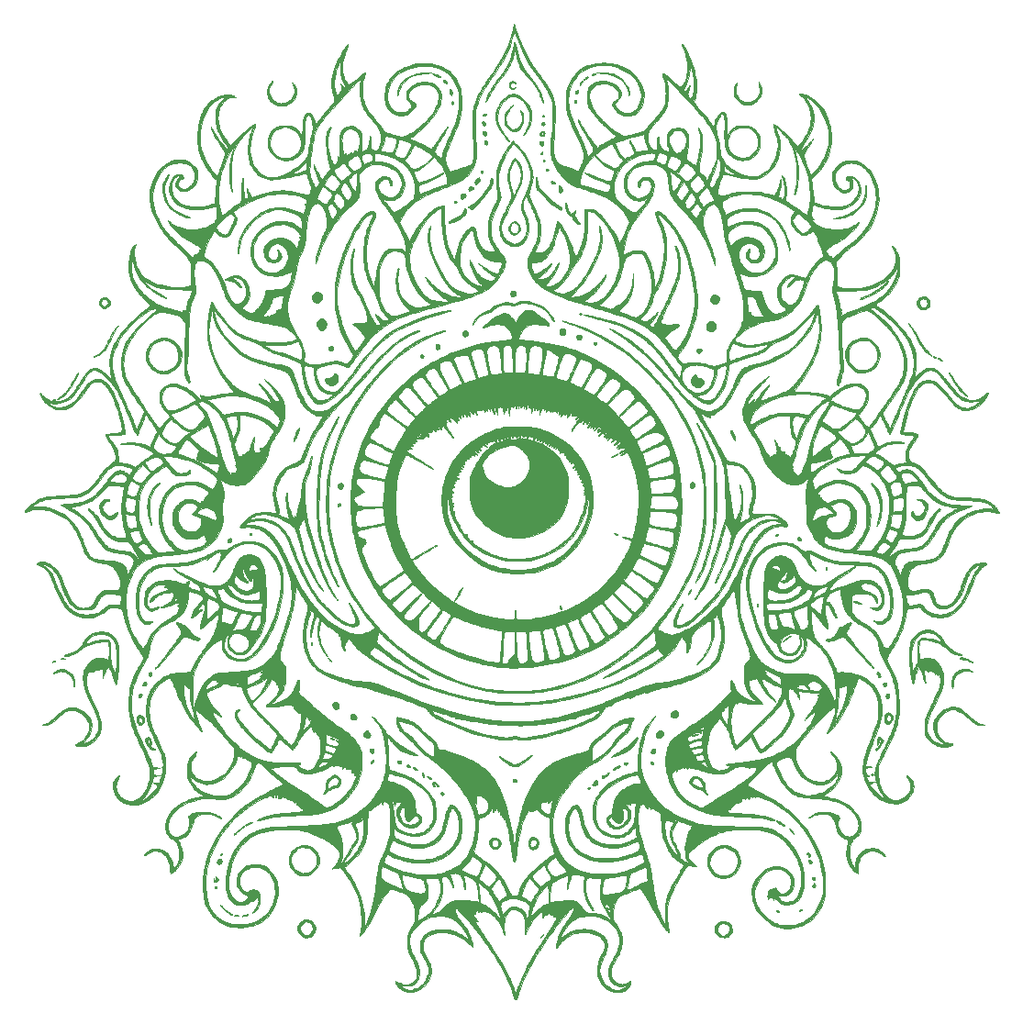
<source format=gbr>
%TF.GenerationSoftware,KiCad,Pcbnew,7.0.1*%
%TF.CreationDate,2023-09-06T22:16:55-07:00*%
%TF.ProjectId,skull_07,736b756c-6c5f-4303-972e-6b696361645f,rev?*%
%TF.SameCoordinates,Original*%
%TF.FileFunction,Soldermask,Top*%
%TF.FilePolarity,Negative*%
%FSLAX46Y46*%
G04 Gerber Fmt 4.6, Leading zero omitted, Abs format (unit mm)*
G04 Created by KiCad (PCBNEW 7.0.1) date 2023-09-06 22:16:55*
%MOMM*%
%LPD*%
G01*
G04 APERTURE LIST*
%ADD10C,0.010000*%
G04 APERTURE END LIST*
%TO.C,G\u002A\u002A\u002A*%
D10*
X53347498Y-30478459D02*
X53579092Y-30478459D01*
X53586570Y-30609894D01*
X53593810Y-30663662D01*
X53606819Y-30727810D01*
X53627831Y-30816551D01*
X53654890Y-30922938D01*
X53686038Y-31040028D01*
X53719318Y-31160876D01*
X53752774Y-31278537D01*
X53784447Y-31386066D01*
X53812381Y-31476519D01*
X53834619Y-31542950D01*
X53849203Y-31578415D01*
X53852730Y-31582421D01*
X53871301Y-31567576D01*
X53911702Y-31527156D01*
X53967874Y-31467436D01*
X54030076Y-31398817D01*
X54129229Y-31283247D01*
X54199809Y-31186333D01*
X54244546Y-31098228D01*
X54266170Y-31009090D01*
X54267411Y-30909072D01*
X54251000Y-30788330D01*
X54229258Y-30680596D01*
X54211463Y-30593548D01*
X54199095Y-30523231D01*
X54193688Y-30478998D01*
X54194517Y-30468761D01*
X54211396Y-30478908D01*
X54246228Y-30514479D01*
X54285601Y-30560671D01*
X54365543Y-30655918D01*
X54442363Y-30741314D01*
X54510613Y-30811330D01*
X54564841Y-30860438D01*
X54599597Y-30883107D01*
X54604321Y-30884000D01*
X54626683Y-30866009D01*
X54631885Y-30817035D01*
X54620407Y-30744577D01*
X54592732Y-30656133D01*
X54589076Y-30646659D01*
X54562602Y-30583942D01*
X54522619Y-30494973D01*
X54474464Y-30391407D01*
X54423477Y-30284897D01*
X54421459Y-30280750D01*
X54357668Y-30146694D01*
X54305467Y-30027605D01*
X54263700Y-29917062D01*
X54231211Y-29808641D01*
X54206847Y-29695922D01*
X54189452Y-29572482D01*
X54177871Y-29431899D01*
X54170948Y-29267751D01*
X54167530Y-29073616D01*
X54166486Y-28863139D01*
X54166311Y-28686290D01*
X54165515Y-28550169D01*
X54162780Y-28453175D01*
X54156788Y-28393708D01*
X54146218Y-28370167D01*
X54129754Y-28380953D01*
X54106075Y-28424466D01*
X54073864Y-28499105D01*
X54031803Y-28603270D01*
X54005782Y-28668119D01*
X53938115Y-28849760D01*
X53870187Y-29056824D01*
X53804279Y-29280255D01*
X53742673Y-29511000D01*
X53687650Y-29740001D01*
X53641489Y-29958203D01*
X53606473Y-30156552D01*
X53584882Y-30325991D01*
X53583119Y-30346162D01*
X53579092Y-30478459D01*
X53347498Y-30478459D01*
X53347086Y-30393461D01*
X53358034Y-30169673D01*
X53380391Y-29953055D01*
X53396621Y-29846834D01*
X53477651Y-29478107D01*
X53594869Y-29094302D01*
X53746565Y-28699208D01*
X53931028Y-28296612D01*
X54146549Y-27890301D01*
X54391418Y-27484062D01*
X54611841Y-27155181D01*
X54697757Y-27035165D01*
X54764093Y-26948517D01*
X54813345Y-26892484D01*
X54848007Y-26864311D01*
X54870574Y-26861244D01*
X54875085Y-26864529D01*
X54871232Y-26886635D01*
X54854641Y-26943244D01*
X54827051Y-27029075D01*
X54790202Y-27138851D01*
X54745834Y-27267292D01*
X54695686Y-27409120D01*
X54695006Y-27411021D01*
X54638351Y-27572606D01*
X54582009Y-27738967D01*
X54529070Y-27900562D01*
X54482624Y-28047848D01*
X54445761Y-28171283D01*
X54428175Y-28235074D01*
X54398088Y-28354343D01*
X54376620Y-28453087D01*
X54361960Y-28544560D01*
X54352296Y-28642010D01*
X54345818Y-28758691D01*
X54341994Y-28865755D01*
X54338629Y-29025425D01*
X54340109Y-29155376D01*
X54347004Y-29268007D01*
X54359885Y-29375715D01*
X54367749Y-29425661D01*
X54416907Y-29659533D01*
X54482772Y-29879624D01*
X54562602Y-30079337D01*
X54653655Y-30252073D01*
X54753187Y-30391234D01*
X54782531Y-30423625D01*
X54832900Y-30471723D01*
X54880857Y-30505003D01*
X54930296Y-30521893D01*
X54985112Y-30520820D01*
X55049200Y-30500210D01*
X55126454Y-30458491D01*
X55220770Y-30394090D01*
X55336042Y-30305433D01*
X55476166Y-30190949D01*
X55585500Y-30099341D01*
X55794156Y-29924827D01*
X55972421Y-29778638D01*
X56120928Y-29660298D01*
X56240309Y-29569330D01*
X56331197Y-29505254D01*
X56394225Y-29467594D01*
X56430025Y-29455872D01*
X56435628Y-29457389D01*
X56444861Y-29475115D01*
X56444181Y-29513863D01*
X56432740Y-29577776D01*
X56409689Y-29670996D01*
X56374180Y-29797664D01*
X56347222Y-29889167D01*
X56306908Y-30027757D01*
X56275294Y-30147334D01*
X56251347Y-30256278D01*
X56234037Y-30362970D01*
X56222335Y-30475792D01*
X56215209Y-30603126D01*
X56211629Y-30753352D01*
X56210564Y-30934851D01*
X56210586Y-31000417D01*
X56211334Y-31177600D01*
X56213399Y-31320460D01*
X56217255Y-31437001D01*
X56223377Y-31535225D01*
X56232242Y-31623133D01*
X56244324Y-31708730D01*
X56257106Y-31783584D01*
X56299181Y-31996934D01*
X56345576Y-32186937D01*
X56399501Y-32359678D01*
X56464168Y-32521239D01*
X56542789Y-32677705D01*
X56638575Y-32835161D01*
X56754739Y-32999689D01*
X56894491Y-33177375D01*
X57061043Y-33374301D01*
X57150982Y-33476917D01*
X57353608Y-33709104D01*
X57529345Y-33917370D01*
X57682110Y-34106829D01*
X57815816Y-34282597D01*
X57934381Y-34449791D01*
X58041719Y-34613525D01*
X58122819Y-34746613D01*
X58156366Y-34799485D01*
X58192736Y-34846092D01*
X58235590Y-34887949D01*
X58288589Y-34926572D01*
X58355396Y-34963477D01*
X58439671Y-35000180D01*
X58545077Y-35038198D01*
X58675276Y-35079046D01*
X58833928Y-35124240D01*
X59024697Y-35175297D01*
X59251242Y-35233733D01*
X59375656Y-35265326D01*
X59980228Y-35418332D01*
X60370489Y-35212453D01*
X60635811Y-35068244D01*
X60869756Y-34930888D01*
X61081127Y-34793913D01*
X61278727Y-34650844D01*
X61471360Y-34495211D01*
X61667830Y-34320539D01*
X61876941Y-34120356D01*
X61937521Y-34060283D01*
X62231859Y-33752224D01*
X62486589Y-33454575D01*
X62702688Y-33165705D01*
X62881134Y-32883983D01*
X63022904Y-32607779D01*
X63128975Y-32335462D01*
X63200325Y-32065403D01*
X63225984Y-31910697D01*
X63238907Y-31671817D01*
X63214669Y-31449055D01*
X63154951Y-31244901D01*
X63061434Y-31061850D01*
X62935800Y-30902393D01*
X62779730Y-30769022D01*
X62594905Y-30664229D01*
X62383006Y-30590508D01*
X62326476Y-30577326D01*
X62197773Y-30558386D01*
X62043356Y-30548466D01*
X61878879Y-30547610D01*
X61720001Y-30555862D01*
X61582376Y-30573269D01*
X61572237Y-30575157D01*
X61341714Y-30636515D01*
X61125602Y-30727534D01*
X60929411Y-30844517D01*
X60758653Y-30983765D01*
X60618836Y-31141582D01*
X60537946Y-31269245D01*
X60482631Y-31405485D01*
X60455186Y-31547956D01*
X60456481Y-31685423D01*
X60487387Y-31806653D01*
X60494974Y-31823453D01*
X60553809Y-31917021D01*
X60636759Y-31999191D01*
X60750269Y-32075364D01*
X60867658Y-32135728D01*
X60993347Y-32198178D01*
X61081340Y-32253673D01*
X61134059Y-32308762D01*
X61153928Y-32369998D01*
X61143371Y-32443929D01*
X61104812Y-32537108D01*
X61052465Y-32635207D01*
X60906276Y-32863385D01*
X60745775Y-33051953D01*
X60570196Y-33201406D01*
X60378775Y-33312241D01*
X60170746Y-33384954D01*
X59945343Y-33420042D01*
X59836945Y-33423687D01*
X59641597Y-33413080D01*
X59463526Y-33379264D01*
X59285135Y-33318253D01*
X59193911Y-33277988D01*
X58960350Y-33151688D01*
X58764867Y-33008869D01*
X58605867Y-32847782D01*
X58481757Y-32666683D01*
X58390942Y-32463823D01*
X58360501Y-32364924D01*
X58318462Y-32164226D01*
X58290754Y-31935318D01*
X58277445Y-31689849D01*
X58277631Y-31649482D01*
X58484320Y-31649482D01*
X58508455Y-31917145D01*
X58570843Y-32172976D01*
X58671420Y-32414852D01*
X58810125Y-32640649D01*
X58836349Y-32675792D01*
X58955153Y-32815348D01*
X59077927Y-32925262D01*
X59211044Y-33008281D01*
X59360875Y-33067150D01*
X59533793Y-33104614D01*
X59736170Y-33123420D01*
X59883469Y-33126928D01*
X60002241Y-33124161D01*
X60099424Y-33112227D01*
X60184969Y-33086997D01*
X60268827Y-33044341D01*
X60360948Y-32980128D01*
X60471283Y-32890229D01*
X60487942Y-32876049D01*
X60605135Y-32769008D01*
X60686504Y-32678031D01*
X60734145Y-32600362D01*
X60750153Y-32533246D01*
X60750167Y-32531354D01*
X60733472Y-32470064D01*
X60683405Y-32382798D01*
X60599991Y-32269594D01*
X60496336Y-32145461D01*
X60429879Y-32062978D01*
X60367183Y-31974701D01*
X60319568Y-31896817D01*
X60311352Y-31880878D01*
X60284689Y-31821860D01*
X60267668Y-31768384D01*
X60258156Y-31707925D01*
X60254020Y-31627955D01*
X60253143Y-31539069D01*
X60253706Y-31437281D01*
X60257644Y-31364501D01*
X60267695Y-31307405D01*
X60286596Y-31252674D01*
X60317084Y-31186984D01*
X60331432Y-31158069D01*
X60452401Y-30962311D01*
X60607144Y-30789403D01*
X60792853Y-30640891D01*
X61006721Y-30518321D01*
X61245938Y-30423241D01*
X61507698Y-30357197D01*
X61789191Y-30321735D01*
X61856604Y-30318060D01*
X62132443Y-30319962D01*
X62379845Y-30350730D01*
X62602542Y-30411714D01*
X62804268Y-30504264D01*
X62988755Y-30629730D01*
X63159284Y-30788975D01*
X63284610Y-30943878D01*
X63385401Y-31110999D01*
X63455716Y-31279599D01*
X63478741Y-31366584D01*
X63504750Y-31590122D01*
X63495588Y-31833348D01*
X63451845Y-32093295D01*
X63374112Y-32366994D01*
X63262978Y-32651478D01*
X63193717Y-32799584D01*
X63067277Y-33030732D01*
X62910278Y-33272769D01*
X62721350Y-33527439D01*
X62499119Y-33796486D01*
X62242214Y-34081653D01*
X61949262Y-34384684D01*
X61935694Y-34398284D01*
X61720545Y-34609107D01*
X61524164Y-34791398D01*
X61340121Y-34950645D01*
X61161992Y-35092335D01*
X60983348Y-35221958D01*
X60922554Y-35263447D01*
X60812809Y-35340327D01*
X60718650Y-35412288D01*
X60645192Y-35474970D01*
X60597549Y-35524012D01*
X60580834Y-35554789D01*
X60598832Y-35573602D01*
X60643672Y-35596241D01*
X60660209Y-35602510D01*
X60746903Y-35636186D01*
X60863809Y-35686132D01*
X61004850Y-35749382D01*
X61163952Y-35822973D01*
X61335041Y-35903940D01*
X61512041Y-35989316D01*
X61688877Y-36076137D01*
X61859475Y-36161438D01*
X62017759Y-36242253D01*
X62157655Y-36315619D01*
X62273089Y-36378570D01*
X62357984Y-36428140D01*
X62378328Y-36441100D01*
X62441238Y-36479983D01*
X62487958Y-36496810D01*
X62529317Y-36489266D01*
X62576145Y-36455038D01*
X62639269Y-36391810D01*
X62647021Y-36383670D01*
X62676785Y-36348127D01*
X62728410Y-36281665D01*
X62799265Y-36187892D01*
X62886719Y-36070419D01*
X62988140Y-35932855D01*
X63100898Y-35778809D01*
X63222361Y-35611891D01*
X63349899Y-35435710D01*
X63480879Y-35253876D01*
X63612672Y-35069997D01*
X63742646Y-34887685D01*
X63868170Y-34710548D01*
X63913428Y-34646375D01*
X63986384Y-34545440D01*
X64039164Y-34478899D01*
X64073506Y-34444926D01*
X64091151Y-34441698D01*
X64094500Y-34456370D01*
X64083924Y-34484396D01*
X64054156Y-34543389D01*
X64008133Y-34628228D01*
X63948794Y-34733792D01*
X63879077Y-34854961D01*
X63801919Y-34986614D01*
X63720260Y-35123629D01*
X63637038Y-35260887D01*
X63577235Y-35357894D01*
X63494420Y-35492680D01*
X63408581Y-35634993D01*
X63326182Y-35773934D01*
X63253689Y-35898605D01*
X63198863Y-35995750D01*
X63144864Y-36096607D01*
X63087119Y-36209224D01*
X63028639Y-36327177D01*
X62972430Y-36444040D01*
X62921503Y-36553389D01*
X62878865Y-36648798D01*
X62847525Y-36723842D01*
X62830492Y-36772096D01*
X62828645Y-36786395D01*
X62847945Y-36809346D01*
X62892566Y-36854246D01*
X62956020Y-36915113D01*
X63031818Y-36985965D01*
X63113469Y-37060820D01*
X63194484Y-37133695D01*
X63268376Y-37198607D01*
X63328653Y-37249575D01*
X63347514Y-37264730D01*
X63408431Y-37308882D01*
X63456985Y-37337334D01*
X63483769Y-37344682D01*
X63485181Y-37343786D01*
X63496256Y-37318914D01*
X63516555Y-37260439D01*
X63543773Y-37175493D01*
X63575605Y-37071208D01*
X63599628Y-36989730D01*
X63677652Y-36742225D01*
X63776250Y-36466128D01*
X63896091Y-36159719D01*
X64037848Y-35821278D01*
X64194303Y-35466584D01*
X64320704Y-35184745D01*
X64430604Y-34936673D01*
X64525766Y-34717939D01*
X64607950Y-34524117D01*
X64678920Y-34350783D01*
X64740437Y-34193508D01*
X64794263Y-34047868D01*
X64842161Y-33909436D01*
X64885892Y-33773786D01*
X64927219Y-33636491D01*
X64938817Y-33596393D01*
X65043076Y-33181660D01*
X65112382Y-32783263D01*
X65147408Y-32394673D01*
X65148826Y-32009361D01*
X65130334Y-31739635D01*
X65074341Y-31337406D01*
X64987586Y-30963247D01*
X64870427Y-30617595D01*
X64723225Y-30300885D01*
X64546338Y-30013555D01*
X64340125Y-29756040D01*
X64104945Y-29528777D01*
X63841158Y-29332203D01*
X63549122Y-29166753D01*
X63229196Y-29032865D01*
X62881740Y-28930974D01*
X62804964Y-28913608D01*
X62686369Y-28893965D01*
X62535138Y-28877859D01*
X62360844Y-28865598D01*
X62173060Y-28857485D01*
X61981360Y-28853826D01*
X61795318Y-28854927D01*
X61624506Y-28861093D01*
X61488026Y-28871608D01*
X61083091Y-28930650D01*
X60701785Y-29020037D01*
X60345525Y-29138919D01*
X60015725Y-29286446D01*
X59713801Y-29461768D01*
X59441168Y-29664034D01*
X59199242Y-29892394D01*
X58989437Y-30146000D01*
X58813170Y-30424000D01*
X58771578Y-30503000D01*
X58642067Y-30796747D01*
X58551063Y-31087159D01*
X58498501Y-31372112D01*
X58484320Y-31649482D01*
X58277631Y-31649482D01*
X58278603Y-31439467D01*
X58294297Y-31195821D01*
X58324593Y-30970558D01*
X58351616Y-30841667D01*
X58415521Y-30638763D01*
X58509788Y-30428115D01*
X58636347Y-30206153D01*
X58797134Y-29969310D01*
X58893945Y-29840334D01*
X59076487Y-29635789D01*
X59296811Y-29444068D01*
X59551900Y-29266701D01*
X59838740Y-29105214D01*
X60154313Y-28961137D01*
X60495603Y-28835997D01*
X60859594Y-28731323D01*
X61243271Y-28648642D01*
X61247584Y-28647862D01*
X61332135Y-28634479D01*
X61422823Y-28624385D01*
X61526998Y-28617190D01*
X61652007Y-28612504D01*
X61805200Y-28609937D01*
X61977834Y-28609110D01*
X62146677Y-28609318D01*
X62280859Y-28610656D01*
X62388045Y-28613618D01*
X62475902Y-28618701D01*
X62552095Y-28626400D01*
X62624292Y-28637210D01*
X62700159Y-28651628D01*
X62729250Y-28657670D01*
X63105924Y-28753195D01*
X63450196Y-28874466D01*
X63763962Y-29022411D01*
X64049113Y-29197959D01*
X64307545Y-29402038D01*
X64375204Y-29464256D01*
X64581674Y-29680216D01*
X64757517Y-29909052D01*
X64911253Y-30162415D01*
X64972166Y-30280750D01*
X65120273Y-30623838D01*
X65235007Y-30983398D01*
X65317023Y-31362524D01*
X65366974Y-31764311D01*
X65385515Y-32191854D01*
X65385667Y-32235891D01*
X65378563Y-32512577D01*
X65356533Y-32788100D01*
X65318500Y-33066340D01*
X65263386Y-33351178D01*
X65190113Y-33646496D01*
X65097604Y-33956174D01*
X64984781Y-34284094D01*
X64850568Y-34634136D01*
X64693885Y-35010182D01*
X64513656Y-35416113D01*
X64485741Y-35477167D01*
X64350063Y-35777556D01*
X64234021Y-36044870D01*
X64136247Y-36282788D01*
X64055374Y-36494990D01*
X63990034Y-36685156D01*
X63938860Y-36856966D01*
X63900484Y-37014099D01*
X63884442Y-37095013D01*
X63865821Y-37254030D01*
X63861978Y-37430474D01*
X63872412Y-37606519D01*
X63896618Y-37764336D01*
X63904244Y-37796823D01*
X63927108Y-37870838D01*
X63961917Y-37963904D01*
X64005518Y-38069426D01*
X64054757Y-38180809D01*
X64106482Y-38291461D01*
X64157539Y-38394788D01*
X64204775Y-38484196D01*
X64245038Y-38553090D01*
X64275174Y-38594878D01*
X64290330Y-38604218D01*
X64316990Y-38595448D01*
X64378450Y-38575967D01*
X64469058Y-38547542D01*
X64583161Y-38511941D01*
X64715107Y-38470934D01*
X64845917Y-38430409D01*
X65084073Y-38355668D01*
X65309646Y-38282792D01*
X65518308Y-38213288D01*
X65705732Y-38148661D01*
X65867591Y-38090418D01*
X65999560Y-38040066D01*
X66097311Y-37999112D01*
X66131864Y-37982699D01*
X66213055Y-37927676D01*
X66282107Y-37849100D01*
X66340749Y-37743175D01*
X66390708Y-37606108D01*
X66433714Y-37434104D01*
X66468175Y-37244584D01*
X66479573Y-37142741D01*
X66487738Y-37007216D01*
X66492724Y-36846535D01*
X66494582Y-36669221D01*
X66493365Y-36483799D01*
X66489126Y-36298793D01*
X66481918Y-36122728D01*
X66471794Y-35964128D01*
X66459474Y-35837000D01*
X66434961Y-35623814D01*
X66415198Y-35427079D01*
X66399727Y-35238169D01*
X66388091Y-35048459D01*
X66379832Y-34849322D01*
X66374492Y-34632134D01*
X66371614Y-34388269D01*
X66370774Y-34164834D01*
X66371706Y-33878546D01*
X66375649Y-33628786D01*
X66383298Y-33409811D01*
X66395351Y-33215878D01*
X66412503Y-33041246D01*
X66435451Y-32880170D01*
X66464892Y-32726909D01*
X66501522Y-32575721D01*
X66546039Y-32420862D01*
X66599137Y-32256590D01*
X66603989Y-32242244D01*
X66738585Y-31889036D01*
X66908525Y-31517942D01*
X67112329Y-31131961D01*
X67346177Y-30737838D01*
X67392489Y-30664268D01*
X67438433Y-30592700D01*
X67486634Y-30519363D01*
X67539721Y-30440483D01*
X67600320Y-30352288D01*
X67671059Y-30251007D01*
X67754567Y-30132866D01*
X67853468Y-29994092D01*
X67970393Y-29830915D01*
X68107966Y-29639560D01*
X68203160Y-29507370D01*
X68523168Y-29041405D01*
X68822665Y-28561444D01*
X69098451Y-28073584D01*
X69347325Y-27583923D01*
X69566086Y-27098556D01*
X69751534Y-26623582D01*
X69817400Y-26432639D01*
X69855502Y-26311754D01*
X69900163Y-26160602D01*
X69948321Y-25990142D01*
X69996913Y-25811332D01*
X70042876Y-25635132D01*
X70065579Y-25544709D01*
X70101820Y-25399798D01*
X70135276Y-25269382D01*
X70164507Y-25158810D01*
X70188071Y-25073435D01*
X70204527Y-25018606D01*
X70212371Y-24999667D01*
X70221852Y-25018958D01*
X70242232Y-25073260D01*
X70271664Y-25157213D01*
X70308302Y-25265459D01*
X70350300Y-25392638D01*
X70389259Y-25512959D01*
X70604102Y-26136196D01*
X70839846Y-26729637D01*
X71100746Y-27302406D01*
X71391056Y-27863630D01*
X71715028Y-28422432D01*
X71837183Y-28619167D01*
X71919501Y-28748641D01*
X71995407Y-28865653D01*
X72069570Y-28976919D01*
X72146662Y-29089151D01*
X72231352Y-29209063D01*
X72328312Y-29343369D01*
X72442210Y-29498784D01*
X72558675Y-29656334D01*
X72767814Y-29941613D01*
X72951502Y-30199508D01*
X73112201Y-30434464D01*
X73252375Y-30650922D01*
X73374487Y-30853325D01*
X73480998Y-31046116D01*
X73574373Y-31233739D01*
X73657075Y-31420635D01*
X73731565Y-31611248D01*
X73800308Y-31810020D01*
X73861162Y-32005834D01*
X73899010Y-32140069D01*
X73928711Y-32263693D01*
X73951169Y-32384770D01*
X73967287Y-32511364D01*
X73977968Y-32651540D01*
X73984115Y-32813362D01*
X73986630Y-33004894D01*
X73986791Y-33127667D01*
X73986301Y-33255817D01*
X73985146Y-33378954D01*
X73983149Y-33501314D01*
X73980133Y-33627132D01*
X73975919Y-33760644D01*
X73970331Y-33906087D01*
X73963190Y-34067697D01*
X73954320Y-34249710D01*
X73943543Y-34456361D01*
X73930681Y-34691887D01*
X73915557Y-34960524D01*
X73897993Y-35266508D01*
X73894990Y-35318417D01*
X73879992Y-35578822D01*
X73867433Y-35801049D01*
X73857194Y-35989172D01*
X73849158Y-36147270D01*
X73843204Y-36279418D01*
X73839215Y-36389694D01*
X73837071Y-36482174D01*
X73836654Y-36560935D01*
X73837844Y-36630053D01*
X73840524Y-36693605D01*
X73844574Y-36755668D01*
X73849875Y-36820318D01*
X73850890Y-36831834D01*
X73880894Y-37073868D01*
X73926121Y-37280412D01*
X73988983Y-37456324D01*
X74071894Y-37606462D01*
X74177268Y-37735684D01*
X74307516Y-37848850D01*
X74381500Y-37900139D01*
X74486924Y-37962896D01*
X74603187Y-38020441D01*
X74737285Y-38075546D01*
X74896210Y-38130980D01*
X75086957Y-38189513D01*
X75178013Y-38215623D01*
X75430562Y-38290832D01*
X75641470Y-38362272D01*
X75811247Y-38430130D01*
X75940399Y-38494591D01*
X75943351Y-38496299D01*
X76024192Y-38533853D01*
X76086604Y-38537300D01*
X76139358Y-38504972D01*
X76181246Y-38451084D01*
X76227722Y-38370710D01*
X76283782Y-38260238D01*
X76345020Y-38129522D01*
X76407031Y-37988419D01*
X76465410Y-37846784D01*
X76515750Y-37714473D01*
X76534707Y-37660308D01*
X76572077Y-37543046D01*
X76596227Y-37445752D01*
X76610681Y-37349512D01*
X76618959Y-37235410D01*
X76620595Y-37199025D01*
X76622826Y-37095641D01*
X76619932Y-36995999D01*
X76610703Y-36896633D01*
X76593929Y-36794078D01*
X76568400Y-36684870D01*
X76532908Y-36565544D01*
X76486241Y-36432634D01*
X76427191Y-36282676D01*
X76354548Y-36112206D01*
X76267102Y-35917758D01*
X76163643Y-35695867D01*
X76042962Y-35443070D01*
X75915984Y-35180834D01*
X75763514Y-34863803D01*
X75630446Y-34578650D01*
X75515005Y-34320595D01*
X75415419Y-34084860D01*
X75329914Y-33866665D01*
X75256715Y-33661232D01*
X75194048Y-33463782D01*
X75140140Y-33269534D01*
X75093218Y-33073712D01*
X75051506Y-32871535D01*
X75043897Y-32831334D01*
X75029401Y-32725682D01*
X75018096Y-32586681D01*
X75009992Y-32422798D01*
X75005097Y-32242502D01*
X75003419Y-32054263D01*
X75004001Y-31983655D01*
X75208412Y-31983655D01*
X75214902Y-32206427D01*
X75231144Y-32427661D01*
X75256511Y-32633277D01*
X75279366Y-32760403D01*
X75357532Y-33080889D01*
X75462228Y-33424296D01*
X75594104Y-33792402D01*
X75753810Y-34186986D01*
X75941995Y-34609825D01*
X76001206Y-34736334D01*
X76137792Y-35025650D01*
X76257443Y-35280228D01*
X76361657Y-35503438D01*
X76451929Y-35698652D01*
X76529757Y-35869242D01*
X76596638Y-36018579D01*
X76654067Y-36150034D01*
X76703543Y-36266978D01*
X76746562Y-36372784D01*
X76784620Y-36470822D01*
X76819215Y-36564464D01*
X76844368Y-36635501D01*
X76882745Y-36761074D01*
X76917023Y-36900558D01*
X76941452Y-37030026D01*
X76944729Y-37053211D01*
X76971849Y-37260507D01*
X77196328Y-37030295D01*
X77213179Y-37012436D01*
X77740365Y-37012436D01*
X77762665Y-37081286D01*
X77815179Y-37165452D01*
X77894653Y-37262067D01*
X77997830Y-37368262D01*
X78121455Y-37481170D01*
X78262271Y-37597923D01*
X78417022Y-37715652D01*
X78582452Y-37831490D01*
X78755306Y-37942567D01*
X78932328Y-38046018D01*
X79058797Y-38113284D01*
X79222482Y-38190905D01*
X79365590Y-38247206D01*
X79484829Y-38281272D01*
X79576908Y-38292185D01*
X79638534Y-38279027D01*
X79643219Y-38276134D01*
X79665925Y-38254685D01*
X79710291Y-38207918D01*
X79771355Y-38141442D01*
X79844157Y-38060863D01*
X79923734Y-37971790D01*
X80005127Y-37879830D01*
X80083374Y-37790592D01*
X80153515Y-37709682D01*
X80210587Y-37642709D01*
X80249630Y-37595280D01*
X80265684Y-37573004D01*
X80265834Y-37572361D01*
X80252637Y-37551145D01*
X80216737Y-37505215D01*
X80163661Y-37441398D01*
X80100943Y-37368801D01*
X79959306Y-37203734D01*
X79841357Y-37056277D01*
X79739643Y-36915367D01*
X79646707Y-36769941D01*
X79555094Y-36608937D01*
X79457349Y-36421291D01*
X79442492Y-36391749D01*
X79388858Y-36286656D01*
X79338637Y-36191764D01*
X79296228Y-36115131D01*
X79266028Y-36064815D01*
X79257542Y-36052844D01*
X79230706Y-36023365D01*
X79205474Y-36015050D01*
X79165874Y-36026176D01*
X79133378Y-36039458D01*
X79037581Y-36084443D01*
X78919873Y-36147598D01*
X78785739Y-36225261D01*
X78640666Y-36313770D01*
X78490141Y-36409463D01*
X78339649Y-36508678D01*
X78194677Y-36607754D01*
X78060712Y-36703028D01*
X77943240Y-36790839D01*
X77847747Y-36867524D01*
X77779719Y-36929423D01*
X77751537Y-36961772D01*
X77740365Y-37012436D01*
X77213179Y-37012436D01*
X77278766Y-36942930D01*
X77353095Y-36858944D01*
X77412801Y-36786081D01*
X77451368Y-36732085D01*
X77459311Y-36717729D01*
X77480351Y-36660199D01*
X77489551Y-36598509D01*
X77485499Y-36529037D01*
X77466782Y-36448159D01*
X77431990Y-36352250D01*
X77379708Y-36237687D01*
X77308527Y-36100846D01*
X77217032Y-35938102D01*
X77103814Y-35745833D01*
X77038060Y-35636573D01*
X76847938Y-35318070D01*
X76677648Y-35023887D01*
X76527885Y-34755383D01*
X76399349Y-34513920D01*
X76292737Y-34300858D01*
X76208746Y-34117557D01*
X76148073Y-33965376D01*
X76111416Y-33845677D01*
X76105485Y-33817815D01*
X76099218Y-33764104D01*
X76107635Y-33748533D01*
X76130972Y-33771370D01*
X76169464Y-33832886D01*
X76223348Y-33933348D01*
X76246123Y-33978231D01*
X76317848Y-34113121D01*
X76410380Y-34274562D01*
X76520181Y-34457256D01*
X76643713Y-34655903D01*
X76777437Y-34865205D01*
X76917817Y-35079863D01*
X77061314Y-35294578D01*
X77204391Y-35504052D01*
X77343509Y-35702985D01*
X77475130Y-35886078D01*
X77595717Y-36048034D01*
X77701732Y-36183552D01*
X77782660Y-36279546D01*
X77833289Y-36332558D01*
X77869965Y-36357969D01*
X77903955Y-36362181D01*
X77921994Y-36358711D01*
X77976603Y-36325507D01*
X78029619Y-36256987D01*
X78030967Y-36254703D01*
X78097075Y-36169579D01*
X78175417Y-36112850D01*
X78256805Y-36091056D01*
X78260912Y-36091000D01*
X78362240Y-36080223D01*
X78449255Y-36043545D01*
X78526114Y-35983326D01*
X79530004Y-35983326D01*
X79546747Y-36065300D01*
X79580932Y-36172918D01*
X79630705Y-36300666D01*
X79694212Y-36443029D01*
X79726847Y-36510533D01*
X79831604Y-36712647D01*
X79931457Y-36883585D01*
X80032808Y-37032966D01*
X80142056Y-37170412D01*
X80233078Y-37271507D01*
X80398107Y-37446597D01*
X80728845Y-37274253D01*
X80848254Y-37211612D01*
X80965334Y-37149444D01*
X81070418Y-37092937D01*
X81153835Y-37047277D01*
X81191875Y-37025863D01*
X81256759Y-36985293D01*
X81303938Y-36949553D01*
X81324011Y-36925845D01*
X81324167Y-36924524D01*
X81315384Y-36897988D01*
X81291025Y-36840096D01*
X81254074Y-36757539D01*
X81207515Y-36657009D01*
X81163327Y-36563908D01*
X81069124Y-36362829D01*
X80990254Y-36184735D01*
X80927590Y-36031995D01*
X80881999Y-35906984D01*
X80854352Y-35812071D01*
X80845518Y-35749629D01*
X80854912Y-35722801D01*
X80877326Y-35721107D01*
X80906625Y-35741810D01*
X80944400Y-35787427D01*
X80992241Y-35860476D01*
X81051736Y-35963474D01*
X81124478Y-36098941D01*
X81212054Y-36269393D01*
X81259011Y-36362742D01*
X81335032Y-36512713D01*
X81395210Y-36626777D01*
X81441117Y-36707612D01*
X81474321Y-36757899D01*
X81496394Y-36780315D01*
X81504594Y-36781650D01*
X81550153Y-36768875D01*
X81628737Y-36751617D01*
X81731472Y-36731444D01*
X81849485Y-36709921D01*
X81973902Y-36688616D01*
X82095849Y-36669097D01*
X82206453Y-36652929D01*
X82296840Y-36641680D01*
X82297834Y-36641574D01*
X82413646Y-36627569D01*
X82492016Y-36611720D01*
X82537768Y-36589838D01*
X82555726Y-36557734D01*
X82550717Y-36511222D01*
X82527564Y-36446111D01*
X82526381Y-36443188D01*
X82435405Y-36212050D01*
X82363022Y-36011546D01*
X82307358Y-35835249D01*
X82266542Y-35676733D01*
X82249915Y-35588847D01*
X82535936Y-35588847D01*
X82561270Y-35821676D01*
X82612193Y-36026031D01*
X82688029Y-36200454D01*
X82788100Y-36343486D01*
X82911728Y-36453669D01*
X83058236Y-36529547D01*
X83101311Y-36543869D01*
X83224644Y-36572864D01*
X83316918Y-36576636D01*
X83381217Y-36554987D01*
X83411528Y-36524157D01*
X83425347Y-36498199D01*
X83434029Y-36465598D01*
X83437927Y-36418688D01*
X83437394Y-36349801D01*
X83432785Y-36251272D01*
X83427891Y-36169615D01*
X83416064Y-35944824D01*
X83411403Y-35759614D01*
X83414135Y-35611803D01*
X83424488Y-35499211D01*
X83442689Y-35419658D01*
X83468965Y-35370964D01*
X83503543Y-35350946D01*
X83513273Y-35350167D01*
X83526610Y-35358890D01*
X83535216Y-35389209D01*
X83539855Y-35447345D01*
X83541291Y-35539521D01*
X83541197Y-35577709D01*
X83551644Y-35793347D01*
X83584190Y-35992420D01*
X83637107Y-36169445D01*
X83708665Y-36318938D01*
X83797138Y-36435416D01*
X83817781Y-36455238D01*
X83893927Y-36512288D01*
X83995338Y-36572011D01*
X84111253Y-36629677D01*
X84230909Y-36680559D01*
X84343542Y-36719927D01*
X84438389Y-36743054D01*
X84482273Y-36747167D01*
X84521505Y-36744409D01*
X84535710Y-36728008D01*
X84532035Y-36685770D01*
X84528801Y-36667792D01*
X84516072Y-36617042D01*
X84492196Y-36537425D01*
X84460581Y-36439823D01*
X84424638Y-36335120D01*
X84424389Y-36334417D01*
X84362832Y-36145336D01*
X84321357Y-35977879D01*
X84297693Y-35817722D01*
X84289887Y-35657084D01*
X84509750Y-35657084D01*
X84510757Y-35771290D01*
X84515141Y-35856765D01*
X84524950Y-35927089D01*
X84542229Y-35995844D01*
X84569025Y-36076610D01*
X84575869Y-36095854D01*
X84640754Y-36252794D01*
X84719336Y-36403537D01*
X84807492Y-36542990D01*
X84901096Y-36666060D01*
X84996026Y-36767656D01*
X85088158Y-36842684D01*
X85173367Y-36886053D01*
X85222915Y-36894852D01*
X85262945Y-36884841D01*
X85318987Y-36859279D01*
X85336676Y-36849354D01*
X85393212Y-36820901D01*
X85436582Y-36815734D01*
X85477146Y-36826982D01*
X85521123Y-36839496D01*
X85547989Y-36828131D01*
X85575052Y-36785627D01*
X85646019Y-36677836D01*
X85720004Y-36608399D01*
X85776214Y-36582832D01*
X85816157Y-36567044D01*
X85849811Y-36536029D01*
X85885363Y-36480540D01*
X85912235Y-36429223D01*
X85979711Y-36267667D01*
X86035142Y-36081098D01*
X86074653Y-35886040D01*
X86094368Y-35699019D01*
X86095846Y-35646500D01*
X86095450Y-35549247D01*
X86090456Y-35479004D01*
X86077584Y-35420468D01*
X86053550Y-35358336D01*
X86017928Y-35283139D01*
X85923844Y-35123190D01*
X85810296Y-34983815D01*
X85684925Y-34873649D01*
X85617600Y-34830773D01*
X85552486Y-34797908D01*
X85494538Y-34778962D01*
X85427230Y-34770271D01*
X85335250Y-34768172D01*
X85238797Y-34770685D01*
X85166205Y-34780892D01*
X85099177Y-34802612D01*
X85038917Y-34830038D01*
X84932427Y-34895662D01*
X84819462Y-34987956D01*
X84711820Y-35095402D01*
X84621299Y-35206486D01*
X84570931Y-35286796D01*
X84544770Y-35339188D01*
X84527356Y-35385187D01*
X84516919Y-35435496D01*
X84511692Y-35500814D01*
X84509906Y-35591845D01*
X84509750Y-35657084D01*
X84289887Y-35657084D01*
X84289568Y-35650540D01*
X84292664Y-35503618D01*
X84310589Y-35307226D01*
X84347476Y-35143706D01*
X84406447Y-35006670D01*
X84490624Y-34889732D01*
X84603128Y-34786505D01*
X84664898Y-34742105D01*
X84841099Y-34646954D01*
X85034936Y-34583383D01*
X85237855Y-34552138D01*
X85441307Y-34553967D01*
X85636739Y-34589616D01*
X85784369Y-34644306D01*
X85896348Y-34715791D01*
X86006533Y-34819456D01*
X86107638Y-34945508D01*
X86192374Y-35084152D01*
X86253455Y-35225594D01*
X86274866Y-35303584D01*
X86290621Y-35408881D01*
X86297807Y-35535840D01*
X86296214Y-35687415D01*
X86285633Y-35866562D01*
X86265855Y-36076238D01*
X86236671Y-36319397D01*
X86197873Y-36598996D01*
X86170236Y-36783233D01*
X86145347Y-36948595D01*
X86127367Y-37077966D01*
X86116006Y-37177075D01*
X86110970Y-37251647D01*
X86111968Y-37307409D01*
X86118708Y-37350087D01*
X86130898Y-37385408D01*
X86138704Y-37401632D01*
X86187333Y-37468421D01*
X86271541Y-37551340D01*
X86388756Y-37648167D01*
X86536407Y-37756678D01*
X86599985Y-37800530D01*
X86729127Y-37886657D01*
X86827818Y-37948766D01*
X86899198Y-37988600D01*
X86946410Y-38007900D01*
X86972596Y-38008408D01*
X86973761Y-38007761D01*
X86992164Y-37980201D01*
X87002358Y-37948688D01*
X87011332Y-37912886D01*
X87029471Y-37844145D01*
X87054667Y-37750329D01*
X87084812Y-37639305D01*
X87108843Y-37551500D01*
X87184437Y-37267609D01*
X87246048Y-37015664D01*
X87295014Y-36788151D01*
X87332674Y-36577552D01*
X87360367Y-36376352D01*
X87379430Y-36177033D01*
X87391202Y-35972080D01*
X87391527Y-35964000D01*
X87393375Y-35690704D01*
X87374647Y-35439686D01*
X87333340Y-35195184D01*
X87267454Y-34941436D01*
X87257509Y-34908669D01*
X87218811Y-34782012D01*
X87191865Y-34690407D01*
X87175609Y-34628563D01*
X87168980Y-34591185D01*
X87170914Y-34572980D01*
X87180348Y-34568654D01*
X87189630Y-34570661D01*
X87224255Y-34597352D01*
X87269209Y-34654030D01*
X87318945Y-34731437D01*
X87367919Y-34820314D01*
X87410586Y-34911403D01*
X87438623Y-34986390D01*
X87505467Y-35255494D01*
X87546685Y-35557328D01*
X87562308Y-35890952D01*
X87552364Y-36255421D01*
X87516884Y-36649794D01*
X87455898Y-37073128D01*
X87369434Y-37524481D01*
X87356743Y-37583250D01*
X87311751Y-37800783D01*
X87279955Y-37983108D01*
X87260875Y-38135079D01*
X87254029Y-38261550D01*
X87258938Y-38367378D01*
X87271568Y-38442906D01*
X87315555Y-38580766D01*
X87380807Y-38689924D01*
X87475432Y-38781914D01*
X87543435Y-38829692D01*
X87675470Y-38925968D01*
X87775613Y-39028348D01*
X87853976Y-39148209D01*
X87887434Y-39216652D01*
X87920091Y-39283333D01*
X87948817Y-39331327D01*
X87967598Y-39350633D01*
X87968079Y-39350667D01*
X87993805Y-39335505D01*
X88029688Y-39298409D01*
X88034486Y-39292459D01*
X88061405Y-39250664D01*
X88103288Y-39175993D01*
X88157401Y-39074028D01*
X88221011Y-38950349D01*
X88291383Y-38810536D01*
X88365782Y-38660170D01*
X88441476Y-38504833D01*
X88515729Y-38350104D01*
X88585807Y-38201564D01*
X88648977Y-38064794D01*
X88702505Y-37945375D01*
X88743655Y-37848887D01*
X88752616Y-37826667D01*
X88808753Y-37688095D01*
X88851462Y-37589538D01*
X88880729Y-37531021D01*
X88896543Y-37512567D01*
X88898888Y-37534203D01*
X88894639Y-37562084D01*
X88885580Y-37614573D01*
X88872782Y-37692537D01*
X88858930Y-37779605D01*
X88858191Y-37784334D01*
X88828369Y-37931290D01*
X88779428Y-38113926D01*
X88711937Y-38330443D01*
X88626466Y-38579046D01*
X88523583Y-38857936D01*
X88490986Y-38943149D01*
X88414015Y-39144178D01*
X88351904Y-39310305D01*
X88303596Y-39445857D01*
X88268035Y-39555157D01*
X88244165Y-39642533D01*
X88230929Y-39712309D01*
X88227272Y-39768812D01*
X88232138Y-39816366D01*
X88244470Y-39859299D01*
X88259010Y-39893242D01*
X88313018Y-39976586D01*
X88376112Y-40018640D01*
X88447882Y-40019304D01*
X88527923Y-39978475D01*
X88546431Y-39964055D01*
X88596450Y-39914502D01*
X88656336Y-39843189D01*
X88714045Y-39764575D01*
X88720084Y-39755591D01*
X88781972Y-39654531D01*
X88852355Y-39526611D01*
X88926623Y-39381534D01*
X89000171Y-39229001D01*
X89068390Y-39078715D01*
X89126673Y-38940379D01*
X89170413Y-38823696D01*
X89185959Y-38774527D01*
X89250448Y-38488911D01*
X89277246Y-38216078D01*
X89269669Y-38035209D01*
X89511430Y-38035209D01*
X89519095Y-38081322D01*
X89528717Y-38117095D01*
X89546173Y-38189083D01*
X89563487Y-38283355D01*
X89577021Y-38380008D01*
X89577448Y-38383781D01*
X89589155Y-38472099D01*
X89603574Y-38531474D01*
X89625644Y-38575239D01*
X89660306Y-38616725D01*
X89665921Y-38622571D01*
X89758977Y-38695113D01*
X89882046Y-38750388D01*
X90037655Y-38789061D01*
X90228333Y-38811794D01*
X90414439Y-38819026D01*
X90646462Y-38821500D01*
X90439061Y-38695047D01*
X90260263Y-38582613D01*
X90101402Y-38474374D01*
X89947352Y-38359432D01*
X89782988Y-38226886D01*
X89742807Y-38193328D01*
X89662945Y-38127337D01*
X89594315Y-38072605D01*
X89543550Y-38034279D01*
X89517281Y-38017507D01*
X89515809Y-38017167D01*
X89511430Y-38035209D01*
X89269669Y-38035209D01*
X89266425Y-37957795D01*
X89218061Y-37715828D01*
X89132883Y-37493292D01*
X89085656Y-37410055D01*
X89043322Y-37366987D01*
X89003351Y-37362583D01*
X88964909Y-37393262D01*
X88937743Y-37414075D01*
X88925276Y-37412612D01*
X88922106Y-37389022D01*
X88919220Y-37328309D01*
X88916718Y-37235681D01*
X88914699Y-37116350D01*
X88913262Y-36975523D01*
X88912507Y-36818411D01*
X88912417Y-36740059D01*
X88912204Y-36551248D01*
X88911351Y-36398781D01*
X88909535Y-36276667D01*
X88906432Y-36178917D01*
X88901718Y-36099542D01*
X88895072Y-36032551D01*
X88886170Y-35971957D01*
X88874688Y-35911769D01*
X88865404Y-35868750D01*
X88794355Y-35596127D01*
X88701845Y-35324714D01*
X88586098Y-35051464D01*
X88445337Y-34773334D01*
X88277786Y-34487276D01*
X88081668Y-34190245D01*
X87855207Y-33879196D01*
X87596626Y-33551083D01*
X87323376Y-33225180D01*
X87156122Y-33033280D01*
X86963519Y-32816728D01*
X86750327Y-32580630D01*
X86521306Y-32330092D01*
X86281216Y-32070218D01*
X86034818Y-31806116D01*
X85786871Y-31542890D01*
X85542137Y-31285647D01*
X85403046Y-31141036D01*
X85790334Y-31141036D01*
X85799072Y-31167474D01*
X85832317Y-31178730D01*
X85871190Y-31180334D01*
X85941320Y-31167025D01*
X86014068Y-31125159D01*
X86092665Y-31051827D01*
X86180342Y-30944121D01*
X86259612Y-30830620D01*
X86329411Y-30730568D01*
X86382992Y-30664321D01*
X86419380Y-30632676D01*
X86437597Y-30636430D01*
X86436669Y-30676379D01*
X86434229Y-30688209D01*
X86422516Y-30730738D01*
X86400388Y-30803107D01*
X86371049Y-30895074D01*
X86338751Y-30993266D01*
X86291231Y-31137856D01*
X86257122Y-31249479D01*
X86235502Y-31335001D01*
X86225451Y-31401287D01*
X86226046Y-31455203D01*
X86236368Y-31503617D01*
X86255494Y-31553393D01*
X86261743Y-31567290D01*
X86304658Y-31647532D01*
X86355810Y-31723359D01*
X86407979Y-31785875D01*
X86453942Y-31826187D01*
X86480310Y-31836500D01*
X86508817Y-31820537D01*
X86548956Y-31779808D01*
X86572696Y-31749584D01*
X86626703Y-31658743D01*
X86680895Y-31539287D01*
X86730155Y-31404601D01*
X86769365Y-31268069D01*
X86785588Y-31192751D01*
X86799616Y-31076200D01*
X86806429Y-30925819D01*
X86806526Y-30749403D01*
X86800401Y-30554745D01*
X86788554Y-30349642D01*
X86771481Y-30141886D01*
X86749678Y-29939274D01*
X86723643Y-29749600D01*
X86693874Y-29580659D01*
X86678158Y-29508167D01*
X86658528Y-29430829D01*
X86632509Y-29337601D01*
X86602556Y-29236217D01*
X86571125Y-29134416D01*
X86540673Y-29039935D01*
X86513656Y-28960511D01*
X86492530Y-28903880D01*
X86479750Y-28877779D01*
X86477838Y-28877125D01*
X86473249Y-28899372D01*
X86465077Y-28956112D01*
X86454322Y-29039757D01*
X86441984Y-29142715D01*
X86436484Y-29190667D01*
X86400336Y-29454749D01*
X86352482Y-29700729D01*
X86289915Y-29938520D01*
X86209629Y-30178034D01*
X86108619Y-30429184D01*
X85983879Y-30701884D01*
X85968601Y-30733578D01*
X85913025Y-30850320D01*
X85864522Y-30955966D01*
X85825983Y-31043905D01*
X85800300Y-31107527D01*
X85790366Y-31140221D01*
X85790334Y-31141036D01*
X85403046Y-31141036D01*
X85305376Y-31039491D01*
X85081348Y-30809529D01*
X84901808Y-30627916D01*
X84740456Y-30466837D01*
X84606131Y-30334655D01*
X84496772Y-30229514D01*
X84410313Y-30149557D01*
X84344692Y-30092927D01*
X84297846Y-30057767D01*
X84267711Y-30042222D01*
X84252745Y-30043866D01*
X84252513Y-30068246D01*
X84261589Y-30124483D01*
X84278304Y-30203547D01*
X84295344Y-30274360D01*
X84327764Y-30419960D01*
X84353343Y-30575489D01*
X84372620Y-30747190D01*
X84386134Y-30941309D01*
X84394424Y-31164090D01*
X84398029Y-31421779D01*
X84398205Y-31466084D01*
X84395824Y-31731632D01*
X84386344Y-31961681D01*
X84368660Y-32162638D01*
X84341664Y-32340911D01*
X84304249Y-32502908D01*
X84255308Y-32655036D01*
X84193734Y-32803703D01*
X84152181Y-32890105D01*
X84099892Y-32989792D01*
X84044543Y-33085418D01*
X83982756Y-33181390D01*
X83911153Y-33282114D01*
X83826355Y-33391999D01*
X83724985Y-33515450D01*
X83603663Y-33656874D01*
X83459011Y-33820680D01*
X83321033Y-33974334D01*
X83149540Y-34165993D01*
X83005382Y-34331771D01*
X82886119Y-34475881D01*
X82789314Y-34602537D01*
X82712528Y-34715950D01*
X82653321Y-34820335D01*
X82609255Y-34919904D01*
X82577891Y-35018870D01*
X82556790Y-35121446D01*
X82543514Y-35231846D01*
X82536869Y-35329000D01*
X82535936Y-35588847D01*
X82249915Y-35588847D01*
X82238701Y-35529574D01*
X82223331Y-35403084D01*
X82211298Y-35295953D01*
X82196360Y-35224620D01*
X82175677Y-35182547D01*
X82146414Y-35163199D01*
X82117657Y-35159667D01*
X82087043Y-35165180D01*
X82020017Y-35180960D01*
X81920931Y-35205867D01*
X81794140Y-35238761D01*
X81643999Y-35278503D01*
X81474862Y-35323953D01*
X81291083Y-35373972D01*
X81139443Y-35415681D01*
X80845172Y-35497163D01*
X80589121Y-35568505D01*
X80368629Y-35630562D01*
X80181036Y-35684189D01*
X80023681Y-35730244D01*
X79893905Y-35769580D01*
X79789046Y-35803055D01*
X79706444Y-35831523D01*
X79643438Y-35855841D01*
X79597369Y-35876864D01*
X79565575Y-35895447D01*
X79545397Y-35912447D01*
X79534173Y-35928720D01*
X79532555Y-35932511D01*
X79530004Y-35983326D01*
X78526114Y-35983326D01*
X78537351Y-35974522D01*
X78596240Y-35928406D01*
X78687401Y-35870132D01*
X78812717Y-35798607D01*
X78974072Y-35712738D01*
X79097882Y-35649365D01*
X79229362Y-35582149D01*
X79350575Y-35518807D01*
X79455599Y-35462545D01*
X79538512Y-35416566D01*
X79593392Y-35384075D01*
X79611510Y-35371465D01*
X79644833Y-35339932D01*
X79647552Y-35321126D01*
X79622962Y-35301780D01*
X79584785Y-35277203D01*
X79524739Y-35238739D01*
X79464212Y-35200069D01*
X79376050Y-35137584D01*
X79262424Y-35046958D01*
X79126610Y-34931136D01*
X78971886Y-34793059D01*
X78801526Y-34635672D01*
X78618808Y-34461916D01*
X78427007Y-34274735D01*
X78359100Y-34207355D01*
X78103600Y-33947874D01*
X77880170Y-33709963D01*
X77686536Y-33490438D01*
X77520424Y-33286117D01*
X77379562Y-33093816D01*
X77261676Y-32910352D01*
X77164493Y-32732543D01*
X77085739Y-32557205D01*
X77023141Y-32381155D01*
X77001022Y-32305880D01*
X76984516Y-32240370D01*
X76972461Y-32175299D01*
X76964165Y-32102204D01*
X76958938Y-32012622D01*
X76956087Y-31898091D01*
X76954922Y-31750147D01*
X76954895Y-31741250D01*
X76960200Y-31480603D01*
X76979060Y-31256545D01*
X77013401Y-31064959D01*
X77065155Y-30901730D01*
X77136251Y-30762740D01*
X77228617Y-30643873D01*
X77344183Y-30541012D01*
X77484878Y-30450040D01*
X77584194Y-30398468D01*
X77767990Y-30318823D01*
X77941343Y-30264897D01*
X78119233Y-30233390D01*
X78316640Y-30221009D01*
X78392584Y-30220580D01*
X78646782Y-30237400D01*
X78893752Y-30283041D01*
X79129104Y-30355010D01*
X79348451Y-30450812D01*
X79547403Y-30567951D01*
X79721574Y-30703933D01*
X79866573Y-30856265D01*
X79978013Y-31022450D01*
X80037219Y-31155501D01*
X80063414Y-31251090D01*
X80073309Y-31351547D01*
X80072048Y-31434221D01*
X80056952Y-31559047D01*
X80021016Y-31674393D01*
X79960018Y-31788755D01*
X79869739Y-31910630D01*
X79790517Y-32000994D01*
X79680097Y-32123588D01*
X79598446Y-32220296D01*
X79543344Y-32294071D01*
X79512569Y-32347865D01*
X79503834Y-32382176D01*
X79518410Y-32432726D01*
X79558455Y-32504584D01*
X79618440Y-32590222D01*
X79692834Y-32682115D01*
X79776111Y-32772737D01*
X79827746Y-32823095D01*
X80012426Y-32979408D01*
X80189552Y-33095628D01*
X80362842Y-33172470D01*
X80536015Y-33210648D01*
X80712788Y-33210874D01*
X80896881Y-33173861D01*
X81092010Y-33100325D01*
X81144250Y-33075683D01*
X81330009Y-32961859D01*
X81492491Y-32815784D01*
X81630612Y-32641254D01*
X81743291Y-32442066D01*
X81829444Y-32222018D01*
X81887987Y-31984906D01*
X81917839Y-31734528D01*
X81917914Y-31474681D01*
X81887131Y-31209163D01*
X81824407Y-30941770D01*
X81786389Y-30824443D01*
X81741451Y-30702044D01*
X81699272Y-30601611D01*
X81652715Y-30508802D01*
X81594644Y-30409275D01*
X81526013Y-30301138D01*
X81323905Y-30028003D01*
X81086744Y-29776454D01*
X80816843Y-29548188D01*
X80516520Y-29344898D01*
X80188089Y-29168283D01*
X79833865Y-29020037D01*
X79724792Y-28981975D01*
X79374299Y-28880326D01*
X79028998Y-28812569D01*
X78677205Y-28777031D01*
X78307238Y-28772043D01*
X78265584Y-28773266D01*
X77878921Y-28804371D01*
X77514794Y-28871106D01*
X77173493Y-28973300D01*
X76855312Y-29110781D01*
X76560542Y-29283376D01*
X76289475Y-29490915D01*
X76042403Y-29733225D01*
X75819617Y-30010134D01*
X75621411Y-30321471D01*
X75614542Y-30333667D01*
X75526432Y-30511982D01*
X75442717Y-30721454D01*
X75366839Y-30950917D01*
X75302242Y-31189205D01*
X75252370Y-31425152D01*
X75227199Y-31589818D01*
X75212302Y-31773425D01*
X75208412Y-31983655D01*
X75004001Y-31983655D01*
X75004968Y-31866548D01*
X75009752Y-31687826D01*
X75017779Y-31526566D01*
X75029057Y-31391237D01*
X75042344Y-31296750D01*
X75134231Y-30910750D01*
X75258831Y-30549806D01*
X75415304Y-30214941D01*
X75602807Y-29907182D01*
X75820498Y-29627552D01*
X76067535Y-29377078D01*
X76343075Y-29156784D01*
X76646276Y-28967694D01*
X76976296Y-28810835D01*
X77134366Y-28750671D01*
X77435749Y-28663074D01*
X77763005Y-28602171D01*
X78109291Y-28567790D01*
X78467766Y-28559758D01*
X78831587Y-28577900D01*
X79193912Y-28622045D01*
X79547899Y-28692019D01*
X79886706Y-28787648D01*
X79988692Y-28822876D01*
X80315966Y-28959868D01*
X80626349Y-29126603D01*
X80916941Y-29320029D01*
X81184843Y-29537092D01*
X81427156Y-29774740D01*
X81640980Y-30029920D01*
X81823417Y-30299579D01*
X81971566Y-30580663D01*
X82082529Y-30870120D01*
X82138799Y-31086961D01*
X82179513Y-31366386D01*
X82187807Y-31645663D01*
X82165178Y-31920269D01*
X82113120Y-32185679D01*
X82033128Y-32437372D01*
X81926696Y-32670823D01*
X81795319Y-32881508D01*
X81640491Y-33064906D01*
X81463709Y-33216491D01*
X81426672Y-33242047D01*
X81283412Y-33324487D01*
X81134394Y-33382722D01*
X80969041Y-33419769D01*
X80776778Y-33438647D01*
X80730659Y-33440632D01*
X80563629Y-33442193D01*
X80424091Y-33432037D01*
X80298141Y-33407313D01*
X80171879Y-33365173D01*
X80031401Y-33302768D01*
X80012087Y-33293370D01*
X79925922Y-33248091D01*
X79851347Y-33200480D01*
X79777616Y-33142354D01*
X79693984Y-33065534D01*
X79629959Y-33002437D01*
X79483519Y-32842583D01*
X79376308Y-32695171D01*
X79307621Y-32558593D01*
X79276753Y-32431241D01*
X79282999Y-32311509D01*
X79300634Y-32251845D01*
X79327345Y-32191548D01*
X79360193Y-32143692D01*
X79407100Y-32101361D01*
X79475992Y-32057641D01*
X79574791Y-32005615D01*
X79593441Y-31996288D01*
X79697182Y-31941703D01*
X79768956Y-31892672D01*
X79814522Y-31839573D01*
X79839637Y-31772784D01*
X79850062Y-31682683D01*
X79851591Y-31564940D01*
X79843101Y-31399839D01*
X79817611Y-31263273D01*
X79771458Y-31143599D01*
X79700982Y-31029175D01*
X79670370Y-30988818D01*
X79540711Y-30855597D01*
X79376855Y-30737215D01*
X79185191Y-30636489D01*
X78972112Y-30556235D01*
X78744009Y-30499268D01*
X78507273Y-30468403D01*
X78485976Y-30467015D01*
X78253870Y-30472099D01*
X78033361Y-30513911D01*
X77828325Y-30589884D01*
X77642641Y-30697447D01*
X77480185Y-30834031D01*
X77344835Y-30997068D01*
X77240468Y-31183987D01*
X77188102Y-31327050D01*
X77168739Y-31425607D01*
X77157704Y-31552319D01*
X77155060Y-31693824D01*
X77160873Y-31836757D01*
X77175207Y-31967756D01*
X77184749Y-32020654D01*
X77260534Y-32290770D01*
X77375381Y-32569750D01*
X77527625Y-32854908D01*
X77715602Y-33143554D01*
X77937646Y-33433001D01*
X78192093Y-33720560D01*
X78316786Y-33848694D01*
X78727800Y-34235037D01*
X79153999Y-34587463D01*
X79302750Y-34700049D01*
X79494303Y-34837671D01*
X79667958Y-34952654D01*
X79835756Y-35052291D01*
X80009734Y-35143875D01*
X80133803Y-35203456D01*
X80372190Y-35314378D01*
X80948720Y-35181146D01*
X81207610Y-35120877D01*
X81428869Y-35067975D01*
X81616252Y-35020908D01*
X81773516Y-34978142D01*
X81904414Y-34938141D01*
X82012704Y-34899373D01*
X82102140Y-34860303D01*
X82176479Y-34819397D01*
X82239475Y-34775122D01*
X82294884Y-34725943D01*
X82346462Y-34670325D01*
X82397964Y-34606736D01*
X82417520Y-34581188D01*
X82515176Y-34457957D01*
X82643208Y-34305861D01*
X82801331Y-34125227D01*
X82989259Y-33916378D01*
X83206709Y-33679641D01*
X83228200Y-33656457D01*
X83434502Y-33429738D01*
X83610641Y-33224683D01*
X83758811Y-33035661D01*
X83881206Y-32857039D01*
X83980020Y-32683186D01*
X84057446Y-32508468D01*
X84115680Y-32327253D01*
X84156913Y-32133909D01*
X84183341Y-31922804D01*
X84197158Y-31688305D01*
X84200556Y-31424779D01*
X84196798Y-31169750D01*
X84190374Y-30956488D01*
X84181126Y-30777406D01*
X84167600Y-30624376D01*
X84148341Y-30489266D01*
X84121892Y-30363946D01*
X84086799Y-30240287D01*
X84041607Y-30110158D01*
X83984860Y-29965429D01*
X83978379Y-29949560D01*
X83926520Y-29810100D01*
X83895073Y-29696010D01*
X83884489Y-29610211D01*
X83895217Y-29555623D01*
X83915031Y-29537775D01*
X83958594Y-29539097D01*
X84025808Y-29568032D01*
X84117492Y-29625184D01*
X84234469Y-29711157D01*
X84377560Y-29826553D01*
X84547586Y-29971977D01*
X84745017Y-30147714D01*
X84933819Y-30315831D01*
X85095841Y-30454428D01*
X85233125Y-30564991D01*
X85347713Y-30649005D01*
X85441647Y-30707958D01*
X85516969Y-30743334D01*
X85575721Y-30756620D01*
X85581997Y-30756802D01*
X85641710Y-30737246D01*
X85709083Y-30681199D01*
X85781243Y-30593171D01*
X85855316Y-30477671D01*
X85928429Y-30339210D01*
X85997708Y-30182299D01*
X86060279Y-30011446D01*
X86063902Y-30000406D01*
X86141283Y-29730277D01*
X86191450Y-29472107D01*
X86217232Y-29208030D01*
X86222279Y-29000167D01*
X86202917Y-28592782D01*
X86147055Y-28193700D01*
X86055854Y-27807706D01*
X85930474Y-27439587D01*
X85772075Y-27094127D01*
X85750043Y-27052834D01*
X85713598Y-26980470D01*
X85684832Y-26914063D01*
X85672822Y-26878209D01*
X85667504Y-26836239D01*
X85684385Y-26821219D01*
X85701831Y-26820000D01*
X85736989Y-26830230D01*
X85776983Y-26862889D01*
X85823764Y-26920931D01*
X85879287Y-27007309D01*
X85945502Y-27124979D01*
X86024364Y-27276893D01*
X86086613Y-27402084D01*
X86236981Y-27721459D01*
X86379918Y-28050511D01*
X86513224Y-28382947D01*
X86634698Y-28712473D01*
X86742143Y-29032797D01*
X86833357Y-29337626D01*
X86906142Y-29620666D01*
X86958299Y-29875625D01*
X86964784Y-29914650D01*
X86994316Y-30141683D01*
X87014816Y-30389681D01*
X87025527Y-30642385D01*
X87025692Y-30883537D01*
X87017893Y-31054832D01*
X87001534Y-31244475D01*
X86980202Y-31406895D01*
X86950867Y-31557160D01*
X86910495Y-31710336D01*
X86856057Y-31881488D01*
X86845040Y-31913883D01*
X86756877Y-32171182D01*
X87009147Y-32461827D01*
X87245015Y-32734196D01*
X87454444Y-32977464D01*
X87639321Y-33193986D01*
X87801536Y-33386119D01*
X87942978Y-33556219D01*
X88065535Y-33706642D01*
X88171096Y-33839745D01*
X88261551Y-33957882D01*
X88338788Y-34063411D01*
X88404696Y-34158688D01*
X88461164Y-34246068D01*
X88510081Y-34327908D01*
X88521993Y-34348924D01*
X88568943Y-34430920D01*
X88600169Y-34479757D01*
X88619478Y-34499833D01*
X88630680Y-34495548D01*
X88635751Y-34480338D01*
X88644641Y-34438569D01*
X88659368Y-34366721D01*
X88677597Y-34276254D01*
X88690557Y-34211190D01*
X88753364Y-33961934D01*
X88838645Y-33728038D01*
X88943224Y-33515910D01*
X89063926Y-33331958D01*
X89197578Y-33182589D01*
X89202454Y-33178064D01*
X89306690Y-33097924D01*
X89402009Y-33058402D01*
X89488992Y-33059737D01*
X89568216Y-33102168D01*
X89640260Y-33185934D01*
X89705703Y-33311274D01*
X89739838Y-33400155D01*
X89781465Y-33536390D01*
X89812533Y-33678730D01*
X89833781Y-33834381D01*
X89845948Y-34010549D01*
X89849770Y-34214441D01*
X89846356Y-34440000D01*
X89841888Y-34586345D01*
X89836652Y-34729098D01*
X89831055Y-34858985D01*
X89825501Y-34966735D01*
X89820397Y-35043074D01*
X89819572Y-35052601D01*
X89805180Y-35210118D01*
X90047713Y-34936184D01*
X90206840Y-34765135D01*
X90351551Y-34628721D01*
X90486122Y-34523594D01*
X90614831Y-34446407D01*
X90740045Y-34394435D01*
X90841019Y-34370531D01*
X90973336Y-34352448D01*
X91126365Y-34340486D01*
X91289476Y-34334946D01*
X91452040Y-34336128D01*
X91603426Y-34344333D01*
X91733006Y-34359862D01*
X91763648Y-34365505D01*
X92006475Y-34434203D01*
X92223460Y-34536100D01*
X92413357Y-34670056D01*
X92574918Y-34834931D01*
X92706900Y-35029584D01*
X92808055Y-35252876D01*
X92839770Y-35350513D01*
X92861379Y-35437556D01*
X92877052Y-35534066D01*
X92888018Y-35650358D01*
X92895506Y-35796747D01*
X92896588Y-35827369D01*
X92900183Y-35958335D01*
X92900371Y-36058233D01*
X92896346Y-36138247D01*
X92887297Y-36209561D01*
X92872418Y-36283361D01*
X92859886Y-36335369D01*
X92777433Y-36584971D01*
X92661645Y-36809948D01*
X92514009Y-37008458D01*
X92336010Y-37178661D01*
X92129136Y-37318714D01*
X92021808Y-37373853D01*
X91771516Y-37473928D01*
X91530049Y-37535028D01*
X91293678Y-37556926D01*
X91058675Y-37539394D01*
X90821310Y-37482204D01*
X90577854Y-37385128D01*
X90366174Y-37272746D01*
X90250287Y-37191955D01*
X90129383Y-37085796D01*
X90014353Y-36965584D01*
X89916090Y-36842633D01*
X89849323Y-36735795D01*
X89794608Y-36621077D01*
X89747797Y-36501284D01*
X89708542Y-36372849D01*
X89676498Y-36232202D01*
X89651316Y-36075776D01*
X89638385Y-35953998D01*
X89890804Y-35953998D01*
X89911938Y-36189722D01*
X89973603Y-36414315D01*
X90075042Y-36625999D01*
X90215498Y-36822993D01*
X90299196Y-36914488D01*
X90482093Y-37070475D01*
X90685028Y-37190562D01*
X90903893Y-37273625D01*
X91134582Y-37318537D01*
X91372987Y-37324171D01*
X91615001Y-37289402D01*
X91642555Y-37282842D01*
X91859543Y-37207359D01*
X92063990Y-37092011D01*
X92254143Y-36937866D01*
X92325194Y-36866243D01*
X92475966Y-36676586D01*
X92590390Y-36467422D01*
X92651747Y-36302667D01*
X92673063Y-36226938D01*
X92687291Y-36155095D01*
X92695723Y-36075329D01*
X92699651Y-35975832D01*
X92700402Y-35858167D01*
X92695908Y-35681512D01*
X92681558Y-35534504D01*
X92654930Y-35405111D01*
X92613604Y-35281304D01*
X92560144Y-35161218D01*
X92466801Y-35013721D01*
X92337868Y-34875448D01*
X92179849Y-34751138D01*
X91999250Y-34645531D01*
X91802575Y-34563368D01*
X91695834Y-34531410D01*
X91564444Y-34507765D01*
X91411096Y-34496400D01*
X91252078Y-34497325D01*
X91103678Y-34510548D01*
X90999715Y-34531011D01*
X90769044Y-34614835D01*
X90556040Y-34734626D01*
X90364799Y-34886281D01*
X90199414Y-35065700D01*
X90063980Y-35268781D01*
X89962590Y-35491422D01*
X89926697Y-35605971D01*
X89903047Y-35733659D01*
X89891650Y-35889612D01*
X89890804Y-35953998D01*
X89638385Y-35953998D01*
X89632651Y-35900002D01*
X89620157Y-35701312D01*
X89613486Y-35476136D01*
X89612292Y-35220906D01*
X89616229Y-34932055D01*
X89624949Y-34606013D01*
X89629441Y-34471750D01*
X89636017Y-34216422D01*
X89636190Y-33999605D01*
X89629578Y-33817907D01*
X89615800Y-33667938D01*
X89594477Y-33546305D01*
X89565226Y-33449618D01*
X89527668Y-33374483D01*
X89502388Y-33339991D01*
X89445528Y-33289593D01*
X89389741Y-33278686D01*
X89330521Y-33307701D01*
X89276286Y-33361522D01*
X89210192Y-33453350D01*
X89139274Y-33576645D01*
X89067660Y-33721494D01*
X88999474Y-33877987D01*
X88938844Y-34036214D01*
X88889896Y-34186263D01*
X88856756Y-34318224D01*
X88844898Y-34397667D01*
X88843443Y-34519339D01*
X88856751Y-34676893D01*
X88884953Y-34871191D01*
X88928176Y-35103095D01*
X88986549Y-35373467D01*
X88997670Y-35421943D01*
X89065800Y-35732936D01*
X89119124Y-36014204D01*
X89159183Y-36275073D01*
X89187516Y-36524869D01*
X89195825Y-36622673D01*
X89223054Y-36848239D01*
X89269618Y-37047097D01*
X89339063Y-37231817D01*
X89404048Y-37361000D01*
X89576375Y-37631316D01*
X89784381Y-37887365D01*
X90023142Y-38126054D01*
X90287732Y-38344287D01*
X90573227Y-38538970D01*
X90874701Y-38707007D01*
X91187229Y-38845304D01*
X91505885Y-38950765D01*
X91825745Y-39020297D01*
X92089643Y-39048560D01*
X92370605Y-39045037D01*
X92637165Y-39002855D01*
X92891091Y-38921330D01*
X93134151Y-38799779D01*
X93368113Y-38637518D01*
X93538859Y-38488523D01*
X93780525Y-38229675D01*
X93991367Y-37943809D01*
X94169937Y-37634388D01*
X94314785Y-37304877D01*
X94424463Y-36958740D01*
X94497524Y-36599440D01*
X94532518Y-36230443D01*
X94535477Y-36105082D01*
X94534067Y-35968591D01*
X94527168Y-35843695D01*
X94513262Y-35722226D01*
X94490832Y-35596017D01*
X94458361Y-35456900D01*
X94414331Y-35296707D01*
X94357225Y-35107271D01*
X94339606Y-35050811D01*
X94271955Y-34832791D01*
X94217736Y-34652562D01*
X94176385Y-34507965D01*
X94147339Y-34396837D01*
X94130034Y-34317019D01*
X94123907Y-34266348D01*
X94128394Y-34242664D01*
X94128761Y-34242273D01*
X94163484Y-34230746D01*
X94220904Y-34245395D01*
X94303682Y-34287276D01*
X94408585Y-34353486D01*
X94571169Y-34470869D01*
X94752819Y-34616635D01*
X94947599Y-34785007D01*
X95149571Y-34970209D01*
X95352799Y-35166462D01*
X95551346Y-35367991D01*
X95739275Y-35569017D01*
X95910650Y-35763762D01*
X96059533Y-35946451D01*
X96099957Y-35999420D01*
X96184644Y-36108688D01*
X96250595Y-36184611D01*
X96300944Y-36230090D01*
X96338828Y-36248025D01*
X96363919Y-36243578D01*
X96388156Y-36220572D01*
X96433652Y-36169406D01*
X96496011Y-36095591D01*
X96570833Y-36004639D01*
X96653722Y-35902062D01*
X96740279Y-35793371D01*
X96826106Y-35684077D01*
X96906806Y-35579693D01*
X96977980Y-35485730D01*
X97035231Y-35407699D01*
X97065222Y-35364686D01*
X97248003Y-35055945D01*
X97394368Y-34727435D01*
X97505189Y-34377071D01*
X97540188Y-34228334D01*
X97571713Y-34027948D01*
X97588098Y-33803397D01*
X97589343Y-33569968D01*
X97575451Y-33342947D01*
X97546422Y-33137620D01*
X97540095Y-33106500D01*
X97454554Y-32799091D01*
X97332244Y-32496772D01*
X97178134Y-32210420D01*
X97033080Y-31997213D01*
X96989832Y-31943903D01*
X96924586Y-31868347D01*
X96844678Y-31778821D01*
X96757443Y-31683603D01*
X96712403Y-31635417D01*
X96616729Y-31531852D01*
X96550714Y-31455669D01*
X96513126Y-31405299D01*
X96502735Y-31379178D01*
X96507535Y-31374683D01*
X96547622Y-31375710D01*
X96619068Y-31385780D01*
X96712366Y-31402878D01*
X96818013Y-31424988D01*
X96926503Y-31450093D01*
X97028330Y-31476178D01*
X97113990Y-31501226D01*
X97131674Y-31507059D01*
X97426642Y-31629424D01*
X97710046Y-31791109D01*
X97979896Y-31990197D01*
X98234203Y-32224773D01*
X98470977Y-32492921D01*
X98688228Y-32792722D01*
X98883967Y-33122262D01*
X98957659Y-33265766D01*
X99124763Y-33649462D01*
X99261700Y-34056902D01*
X99366172Y-34479962D01*
X99435882Y-34910521D01*
X99444365Y-34986307D01*
X99454226Y-35120215D01*
X99459561Y-35281282D01*
X99460625Y-35459487D01*
X99457674Y-35644808D01*
X99450964Y-35827224D01*
X99440750Y-35996715D01*
X99427287Y-36143260D01*
X99412151Y-36249750D01*
X99317392Y-36667467D01*
X99188361Y-37073835D01*
X99027243Y-37464474D01*
X98836222Y-37835001D01*
X98617483Y-38181035D01*
X98373210Y-38498194D01*
X98192410Y-38696382D01*
X98123259Y-38765331D01*
X98034028Y-38851933D01*
X97935973Y-38945373D01*
X97840348Y-39034839D01*
X97835540Y-39039283D01*
X97614664Y-39243346D01*
X97693240Y-39757382D01*
X97744050Y-40108617D01*
X97784251Y-40430282D01*
X97815048Y-40733460D01*
X97837644Y-41029231D01*
X97844964Y-41153646D01*
X97852026Y-41268267D01*
X97859479Y-41347238D01*
X97868488Y-41397235D01*
X97880223Y-41424935D01*
X97894421Y-41436462D01*
X97925537Y-41447875D01*
X97989236Y-41470227D01*
X98077992Y-41500911D01*
X98184279Y-41537321D01*
X98263709Y-41564354D01*
X98496326Y-41637749D01*
X98721280Y-41696314D01*
X98946390Y-41741053D01*
X99179473Y-41772971D01*
X99428350Y-41793073D01*
X99700839Y-41802364D01*
X100004757Y-41801849D01*
X100097818Y-41800055D01*
X100273997Y-41795370D01*
X100415080Y-41789354D01*
X100528304Y-41780769D01*
X100620905Y-41768378D01*
X100700120Y-41750943D01*
X100773187Y-41727227D01*
X100847341Y-41695991D01*
X100924500Y-41658669D01*
X101165931Y-41520983D01*
X101382272Y-41363794D01*
X101569309Y-41191023D01*
X101722825Y-41006591D01*
X101838603Y-40814418D01*
X101843646Y-40804007D01*
X101908791Y-40657497D01*
X101952547Y-40529579D01*
X101978477Y-40404648D01*
X101990139Y-40267096D01*
X101991722Y-40155000D01*
X101989055Y-40039072D01*
X101980770Y-39948721D01*
X101964337Y-39867300D01*
X101937226Y-39778167D01*
X101932190Y-39763417D01*
X101850082Y-39565503D01*
X101752743Y-39405417D01*
X101638658Y-39280939D01*
X101564836Y-39224589D01*
X101493782Y-39186078D01*
X101417490Y-39157934D01*
X101348012Y-39143233D01*
X101297396Y-39145051D01*
X101283311Y-39152722D01*
X101284380Y-39178615D01*
X101305889Y-39227443D01*
X101335396Y-39276634D01*
X101416986Y-39433242D01*
X101460206Y-39601302D01*
X101465827Y-39784814D01*
X101453711Y-39890417D01*
X101408532Y-40068272D01*
X101334153Y-40215695D01*
X101229779Y-40333644D01*
X101094614Y-40423077D01*
X100969896Y-40472849D01*
X100781999Y-40510681D01*
X100596540Y-40506452D01*
X100414295Y-40460402D01*
X100236044Y-40372773D01*
X100062564Y-40243804D01*
X99981591Y-40167663D01*
X99845425Y-40014300D01*
X99739748Y-39855373D01*
X99656609Y-39677491D01*
X99609595Y-39541167D01*
X99580070Y-39406776D01*
X99563366Y-39247114D01*
X99559676Y-39077316D01*
X99569191Y-38912515D01*
X99592103Y-38767846D01*
X99599420Y-38738526D01*
X99682283Y-38512554D01*
X99802023Y-38305574D01*
X99956987Y-38119042D01*
X100145521Y-37954418D01*
X100365972Y-37813157D01*
X100616685Y-37696718D01*
X100878453Y-37611205D01*
X101021765Y-37583667D01*
X101190945Y-37568386D01*
X101371346Y-37565353D01*
X101548318Y-37574559D01*
X101707215Y-37595993D01*
X101777174Y-37611792D01*
X102051728Y-37707113D01*
X102314275Y-37841814D01*
X102562887Y-38014158D01*
X102795640Y-38222411D01*
X103010607Y-38464835D01*
X103205863Y-38739696D01*
X103379481Y-39045257D01*
X103389362Y-39064917D01*
X103562617Y-39458193D01*
X103694685Y-39860472D01*
X103785565Y-40270975D01*
X103835258Y-40688926D01*
X103843765Y-41113548D01*
X103811086Y-41544064D01*
X103737221Y-41979698D01*
X103622172Y-42419672D01*
X103465938Y-42863209D01*
X103386743Y-43053345D01*
X103172750Y-43493736D01*
X102926442Y-43906798D01*
X102647854Y-44292485D01*
X102337024Y-44650749D01*
X101993989Y-44981545D01*
X101644167Y-45265937D01*
X101345333Y-45496472D01*
X101064288Y-45728360D01*
X100788418Y-45972449D01*
X100505111Y-46239591D01*
X100450513Y-46292761D01*
X100293902Y-46448212D01*
X100167204Y-46579227D01*
X100068012Y-46688707D01*
X99993917Y-46779554D01*
X99942510Y-46854668D01*
X99911383Y-46916952D01*
X99900122Y-46955772D01*
X99897657Y-47013339D01*
X99904320Y-47094121D01*
X99918176Y-47178017D01*
X99945162Y-47334485D01*
X99965411Y-47516946D01*
X99979072Y-47728620D01*
X99986296Y-47972727D01*
X99987235Y-48252488D01*
X99982506Y-48551465D01*
X99967583Y-49190346D01*
X100049166Y-49211829D01*
X100288774Y-49271560D01*
X100503358Y-49316781D01*
X100704949Y-49348867D01*
X100905577Y-49369193D01*
X101117274Y-49379135D01*
X101352069Y-49380068D01*
X101496000Y-49377223D01*
X101881042Y-49359909D01*
X102230652Y-49328507D01*
X102549657Y-49282027D01*
X102842881Y-49219478D01*
X103115151Y-49139871D01*
X103371291Y-49042213D01*
X103562581Y-48953079D01*
X103893186Y-48771567D01*
X104202565Y-48569511D01*
X104502723Y-48338707D01*
X104663096Y-48201102D01*
X104893300Y-47974622D01*
X105082157Y-47740340D01*
X105230073Y-47497439D01*
X105337453Y-47245105D01*
X105404702Y-46982522D01*
X105432227Y-46708875D01*
X105433000Y-46653167D01*
X105428722Y-46503389D01*
X105414268Y-46366101D01*
X105387203Y-46231216D01*
X105345097Y-46088648D01*
X105285517Y-45928312D01*
X105221154Y-45774750D01*
X105169839Y-45655465D01*
X105134187Y-45569050D01*
X105112380Y-45509820D01*
X105102603Y-45472089D01*
X105103039Y-45450171D01*
X105111870Y-45438381D01*
X105113358Y-45437407D01*
X105143167Y-45442409D01*
X105186603Y-45481148D01*
X105240730Y-45548401D01*
X105302612Y-45638948D01*
X105369311Y-45747565D01*
X105437891Y-45869032D01*
X105505416Y-45998127D01*
X105568949Y-46129628D01*
X105625554Y-46258314D01*
X105672293Y-46378962D01*
X105706230Y-46486350D01*
X105708831Y-46496254D01*
X105735217Y-46628646D01*
X105756275Y-46794135D01*
X105771854Y-46983801D01*
X105781802Y-47188725D01*
X105785965Y-47399988D01*
X105784193Y-47608670D01*
X105776333Y-47805852D01*
X105762233Y-47982615D01*
X105741741Y-48130039D01*
X105737101Y-48154052D01*
X105678360Y-48369887D01*
X105588182Y-48603672D01*
X105470086Y-48849479D01*
X105327592Y-49101380D01*
X105164219Y-49353448D01*
X104983486Y-49599754D01*
X104788913Y-49834371D01*
X104650699Y-49983995D01*
X104518236Y-50116489D01*
X104389863Y-50234522D01*
X104256406Y-50345514D01*
X104108691Y-50456883D01*
X103937544Y-50576046D01*
X103829625Y-50647909D01*
X103730696Y-50713341D01*
X103645394Y-50770439D01*
X103579471Y-50815298D01*
X103538677Y-50844012D01*
X103528000Y-50852721D01*
X103544350Y-50866431D01*
X103590220Y-50901419D01*
X103660838Y-50954135D01*
X103751433Y-51021032D01*
X103857235Y-51098562D01*
X103924875Y-51147867D01*
X104110117Y-51283841D01*
X104269650Y-51404070D01*
X104412979Y-51516307D01*
X104549609Y-51628303D01*
X104689048Y-51747809D01*
X104840799Y-51882577D01*
X104973715Y-52003175D01*
X105224755Y-52238717D01*
X105469258Y-52480285D01*
X105703567Y-52723710D01*
X105924023Y-52964824D01*
X106126968Y-53199457D01*
X106308744Y-53423441D01*
X106465692Y-53632605D01*
X106594153Y-53822782D01*
X106646718Y-53909724D01*
X106820282Y-54226841D01*
X106962929Y-54524131D01*
X107077093Y-54807842D01*
X107165208Y-55084223D01*
X107229705Y-55359521D01*
X107245671Y-55447917D01*
X107263243Y-55591323D01*
X107274503Y-55768698D01*
X107279718Y-55972193D01*
X107279157Y-56193959D01*
X107273088Y-56426145D01*
X107261778Y-56660903D01*
X107245497Y-56890383D01*
X107224512Y-57106736D01*
X107199092Y-57302112D01*
X107178083Y-57425965D01*
X107163472Y-57504436D01*
X107152661Y-57566533D01*
X107147639Y-57600731D01*
X107147504Y-57603066D01*
X107161906Y-57606232D01*
X107204955Y-57578664D01*
X107276404Y-57520570D01*
X107376003Y-57432155D01*
X107503506Y-57313624D01*
X107555642Y-57264143D01*
X107730238Y-57103302D01*
X107885207Y-56973780D01*
X108025791Y-56872633D01*
X108157231Y-56796922D01*
X108284769Y-56743705D01*
X108413646Y-56710039D01*
X108549103Y-56692985D01*
X108576250Y-56691368D01*
X108699608Y-56691538D01*
X108816863Y-56706337D01*
X108931172Y-56738016D01*
X109045693Y-56788827D01*
X109163584Y-56861021D01*
X109288001Y-56956852D01*
X109422101Y-57078571D01*
X109569042Y-57228430D01*
X109731980Y-57408681D01*
X109914074Y-57621576D01*
X109963655Y-57681000D01*
X110145373Y-57898639D01*
X110323420Y-58109825D01*
X110494293Y-58310500D01*
X110654492Y-58496610D01*
X110800512Y-58664099D01*
X110928853Y-58808910D01*
X111036011Y-58926989D01*
X111083512Y-58977866D01*
X111273913Y-59165181D01*
X111458612Y-59316905D01*
X111644798Y-59437772D01*
X111839658Y-59532514D01*
X112026417Y-59598762D01*
X112113354Y-59623408D01*
X112189522Y-59639995D01*
X112267707Y-59650091D01*
X112360696Y-59655265D01*
X112481274Y-59657084D01*
X112502667Y-59657165D01*
X112621966Y-59656838D01*
X112711079Y-59653936D01*
X112782140Y-59646764D01*
X112847288Y-59633627D01*
X112918659Y-59612830D01*
X112989500Y-59589158D01*
X113166915Y-59519893D01*
X113324488Y-59438051D01*
X113475060Y-59335823D01*
X113631470Y-59205397D01*
X113654010Y-59184951D01*
X113751023Y-59097448D01*
X113822656Y-59036469D01*
X113873697Y-58998841D01*
X113908937Y-58981391D01*
X113933165Y-58980948D01*
X113947616Y-58990483D01*
X113951958Y-59023121D01*
X113933274Y-59083549D01*
X113894897Y-59166429D01*
X113840159Y-59266423D01*
X113772392Y-59378193D01*
X113694928Y-59496401D01*
X113611099Y-59615711D01*
X113524237Y-59730783D01*
X113437675Y-59836281D01*
X113378522Y-59902129D01*
X113162050Y-60107411D01*
X112929812Y-60281306D01*
X112686826Y-60420739D01*
X112438111Y-60522640D01*
X112301584Y-60561362D01*
X112079124Y-60596223D01*
X111847787Y-60599461D01*
X111621178Y-60571668D01*
X111441841Y-60523884D01*
X111324848Y-60478149D01*
X111212061Y-60422059D01*
X111099665Y-60352416D01*
X110983843Y-60266019D01*
X110860779Y-60159671D01*
X110726654Y-60030171D01*
X110577653Y-59874321D01*
X110409960Y-59688921D01*
X110310388Y-59575505D01*
X110136599Y-59378199D01*
X109962425Y-59184768D01*
X109790965Y-58998392D01*
X109625319Y-58822249D01*
X109468588Y-58659519D01*
X109323872Y-58513381D01*
X109194271Y-58387013D01*
X109082885Y-58283594D01*
X108992815Y-58206304D01*
X108930040Y-58160116D01*
X108789493Y-58094209D01*
X108625732Y-58055351D01*
X108448123Y-58043558D01*
X108266029Y-58058843D01*
X108088814Y-58101222D01*
X107949059Y-58158536D01*
X107863450Y-58213292D01*
X107763648Y-58295398D01*
X107658116Y-58396439D01*
X107555312Y-58508004D01*
X107463698Y-58621677D01*
X107418260Y-58686417D01*
X107283444Y-58909812D01*
X107147218Y-59169922D01*
X107011433Y-59461253D01*
X106877942Y-59778313D01*
X106748596Y-60115608D01*
X106625249Y-60467645D01*
X106509752Y-60828932D01*
X106403957Y-61193975D01*
X106309717Y-61557282D01*
X106228883Y-61913360D01*
X106163308Y-62256714D01*
X106121083Y-62533459D01*
X106107740Y-62634000D01*
X106318461Y-62634000D01*
X106517469Y-62638928D01*
X106714968Y-62652948D01*
X106903226Y-62674916D01*
X107074512Y-62703688D01*
X107221094Y-62738120D01*
X107335243Y-62777066D01*
X107359167Y-62788043D01*
X107413936Y-62820898D01*
X107448247Y-62858496D01*
X107461112Y-62905204D01*
X107451540Y-62965387D01*
X107418544Y-63043412D01*
X107361136Y-63143642D01*
X107278325Y-63270444D01*
X107235852Y-63332500D01*
X107086091Y-63551102D01*
X106959921Y-63739944D01*
X106855420Y-63903049D01*
X106770666Y-64044440D01*
X106703737Y-64168138D01*
X106652712Y-64278166D01*
X106615668Y-64378546D01*
X106590685Y-64473301D01*
X106575839Y-64566454D01*
X106569211Y-64662026D01*
X106568409Y-64729500D01*
X106580869Y-64894922D01*
X106619084Y-65044275D01*
X106687563Y-65192281D01*
X106733600Y-65268879D01*
X106821711Y-65374639D01*
X106925511Y-65441845D01*
X107043612Y-65469647D01*
X107062834Y-65470371D01*
X107124371Y-65479183D01*
X107202805Y-65500769D01*
X107253334Y-65519297D01*
X107389871Y-65586847D01*
X107532909Y-65680358D01*
X107684220Y-65801579D01*
X107845577Y-65952261D01*
X108018754Y-66134152D01*
X108205524Y-66349002D01*
X108407659Y-66598561D01*
X108598070Y-66846167D01*
X108851730Y-67172389D01*
X109092942Y-67460593D01*
X109323783Y-67712526D01*
X109546327Y-67929936D01*
X109762650Y-68114569D01*
X109974826Y-68268173D01*
X110184930Y-68392494D01*
X110395037Y-68489280D01*
X110607223Y-68560276D01*
X110646227Y-68570561D01*
X110745633Y-68594303D01*
X110843549Y-68614247D01*
X110945299Y-68630857D01*
X111056208Y-68644596D01*
X111181600Y-68655926D01*
X111326800Y-68665310D01*
X111497132Y-68673213D01*
X111697921Y-68680097D01*
X111934492Y-68686425D01*
X111994667Y-68687854D01*
X112231778Y-68693852D01*
X112432445Y-68700145D01*
X112602558Y-68707170D01*
X112748005Y-68715366D01*
X112874676Y-68725170D01*
X112988460Y-68737021D01*
X113095246Y-68751356D01*
X113200924Y-68768612D01*
X113282150Y-68783573D01*
X113581713Y-68857540D01*
X113859020Y-68959750D01*
X114110668Y-69088352D01*
X114333251Y-69241493D01*
X114523365Y-69417323D01*
X114591101Y-69495498D01*
X114630068Y-69547579D01*
X114680823Y-69620992D01*
X114738744Y-69708386D01*
X114799207Y-69802405D01*
X114857591Y-69895697D01*
X114909272Y-69980910D01*
X114949628Y-70050688D01*
X114974037Y-70097681D01*
X114979167Y-70112791D01*
X114960211Y-70112039D01*
X114909232Y-70102063D01*
X114835065Y-70084720D01*
X114783375Y-70071621D01*
X114406183Y-69995271D01*
X114020201Y-69959817D01*
X113628156Y-69965417D01*
X113382201Y-69989714D01*
X113055109Y-70044588D01*
X112753188Y-70121583D01*
X112470985Y-70223551D01*
X112203049Y-70353348D01*
X111943927Y-70513827D01*
X111688166Y-70707844D01*
X111430314Y-70938252D01*
X111274179Y-71093253D01*
X111140878Y-71232854D01*
X111030907Y-71355051D01*
X110935742Y-71470325D01*
X110846860Y-71589155D01*
X110755736Y-71722022D01*
X110725885Y-71767417D01*
X110670427Y-71855105D01*
X110620486Y-71941004D01*
X110573354Y-72031184D01*
X110526321Y-72131715D01*
X110476679Y-72248666D01*
X110421719Y-72388108D01*
X110358733Y-72556111D01*
X110291379Y-72741084D01*
X110204750Y-72978729D01*
X110128833Y-73180661D01*
X110061352Y-73351455D01*
X110000030Y-73495689D01*
X109942591Y-73617941D01*
X109886759Y-73722787D01*
X109830258Y-73814805D01*
X109770811Y-73898571D01*
X109706142Y-73978664D01*
X109637593Y-74055740D01*
X109445673Y-74238648D01*
X109235256Y-74388329D01*
X109084250Y-74471310D01*
X108953603Y-74532333D01*
X108824683Y-74583569D01*
X108689460Y-74627200D01*
X108539904Y-74665408D01*
X108367982Y-74700375D01*
X108165666Y-74734283D01*
X108055487Y-74750810D01*
X107922996Y-74771517D01*
X107794374Y-74794144D01*
X107679942Y-74816696D01*
X107590017Y-74837176D01*
X107547487Y-74849109D01*
X107312824Y-74942604D01*
X107110095Y-75060800D01*
X106938362Y-75205020D01*
X106796692Y-75376593D01*
X106684148Y-75576844D01*
X106599794Y-75807098D01*
X106542694Y-76068683D01*
X106515229Y-76311921D01*
X106505890Y-76516674D01*
X106511475Y-76687456D01*
X106533693Y-76830514D01*
X106574251Y-76952095D01*
X106634858Y-77058447D01*
X106717223Y-77155816D01*
X106756282Y-77193318D01*
X106820181Y-77249598D01*
X106866993Y-77282333D01*
X106909661Y-77297816D01*
X106961127Y-77302339D01*
X106980825Y-77302500D01*
X107037980Y-77297317D01*
X107126053Y-77283029D01*
X107235082Y-77261531D01*
X107355106Y-77234714D01*
X107418328Y-77219353D01*
X107635699Y-77167663D01*
X107818580Y-77130308D01*
X107972040Y-77106544D01*
X108101144Y-77095630D01*
X108210961Y-77096821D01*
X108238150Y-77099141D01*
X108399025Y-77126475D01*
X108536864Y-77175035D01*
X108654289Y-77247914D01*
X108753923Y-77348204D01*
X108838389Y-77479000D01*
X108910309Y-77643393D01*
X108972306Y-77844477D01*
X109011799Y-78011496D01*
X109055696Y-78183200D01*
X109108105Y-78318376D01*
X109173214Y-78422606D01*
X109255212Y-78501476D01*
X109358287Y-78560568D01*
X109449017Y-78594353D01*
X109590703Y-78628422D01*
X109745736Y-78648406D01*
X109900032Y-78653634D01*
X110039506Y-78643436D01*
X110122151Y-78626366D01*
X110315462Y-78551050D01*
X110498416Y-78439210D01*
X110672035Y-78289793D01*
X110837342Y-78101746D01*
X110995363Y-77874018D01*
X111147118Y-77605554D01*
X111182293Y-77535812D01*
X111249473Y-77395077D01*
X111314553Y-77248211D01*
X111380514Y-77087796D01*
X111450339Y-76906412D01*
X111527008Y-76696639D01*
X111582295Y-76540500D01*
X111699085Y-76221008D01*
X111812482Y-75940731D01*
X111924631Y-75696914D01*
X112037673Y-75486801D01*
X112153753Y-75307638D01*
X112275013Y-75156668D01*
X112403598Y-75031138D01*
X112541650Y-74928293D01*
X112691313Y-74845376D01*
X112854730Y-74779633D01*
X112981902Y-74741441D01*
X113101816Y-74715888D01*
X113240057Y-74696156D01*
X113382735Y-74683392D01*
X113515966Y-74678742D01*
X113625861Y-74683352D01*
X113649626Y-74686317D01*
X113741301Y-74706777D01*
X113795212Y-74735836D01*
X113811041Y-74774697D01*
X113788468Y-74824567D01*
X113727172Y-74886651D01*
X113626835Y-74962154D01*
X113565668Y-75002898D01*
X113473852Y-75063883D01*
X113387032Y-75124355D01*
X113316301Y-75176436D01*
X113279270Y-75206310D01*
X113168212Y-75321347D01*
X113052404Y-75474390D01*
X112934036Y-75661682D01*
X112815301Y-75879469D01*
X112698390Y-76123995D01*
X112585493Y-76391505D01*
X112580979Y-76402917D01*
X112537007Y-76514318D01*
X112481889Y-76653893D01*
X112420047Y-76810449D01*
X112355902Y-76972793D01*
X112293876Y-77129732D01*
X112280678Y-77163120D01*
X112155413Y-77469413D01*
X112035310Y-77739854D01*
X111917167Y-77980093D01*
X111797780Y-78195777D01*
X111673945Y-78392553D01*
X111542459Y-78576070D01*
X111400118Y-78751974D01*
X111341154Y-78819529D01*
X111110800Y-79059159D01*
X110881444Y-79258414D01*
X110650335Y-79419084D01*
X110414717Y-79542960D01*
X110171840Y-79631833D01*
X110041883Y-79664782D01*
X109882153Y-79690562D01*
X109695780Y-79706179D01*
X109497298Y-79711306D01*
X109301241Y-79705614D01*
X109122142Y-79688772D01*
X109102865Y-79686043D01*
X108829061Y-79631401D01*
X108585124Y-79551034D01*
X108365050Y-79441699D01*
X108162835Y-79300154D01*
X107972475Y-79123154D01*
X107887915Y-79029721D01*
X107793558Y-78922892D01*
X107716483Y-78846236D01*
X107647670Y-78796753D01*
X107578098Y-78771442D01*
X107498751Y-78767304D01*
X107400607Y-78781340D01*
X107274647Y-78810549D01*
X107248654Y-78817103D01*
X107136309Y-78841977D01*
X107001116Y-78866511D01*
X106862456Y-78887410D01*
X106770389Y-78898455D01*
X106657205Y-78910945D01*
X106578454Y-78922313D01*
X106526341Y-78934456D01*
X106493076Y-78949273D01*
X106470863Y-78968663D01*
X106467967Y-78972127D01*
X106453995Y-78992848D01*
X106440499Y-79022082D01*
X106426377Y-79064439D01*
X106410528Y-79124528D01*
X106391852Y-79206960D01*
X106369247Y-79316346D01*
X106341612Y-79457294D01*
X106307846Y-79634416D01*
X106300529Y-79673167D01*
X106244475Y-79953521D01*
X106185111Y-80213683D01*
X106120258Y-80458955D01*
X106047738Y-80694638D01*
X105965375Y-80926035D01*
X105870991Y-81158446D01*
X105762408Y-81397174D01*
X105637449Y-81647520D01*
X105493937Y-81914787D01*
X105329694Y-82204274D01*
X105142542Y-82521286D01*
X105105402Y-82583095D01*
X105014461Y-82735246D01*
X104925649Y-82885995D01*
X104842737Y-83028778D01*
X104769497Y-83157031D01*
X104709703Y-83264190D01*
X104667126Y-83343691D01*
X104658564Y-83360583D01*
X104557610Y-83563813D01*
X104626577Y-83729865D01*
X104658355Y-83800994D01*
X104705853Y-83900370D01*
X104764622Y-84019021D01*
X104830213Y-84147973D01*
X104898178Y-84278254D01*
X104903072Y-84287500D01*
X105054191Y-84581052D01*
X105184890Y-84855032D01*
X105296827Y-85115784D01*
X105391657Y-85369647D01*
X105471038Y-85622965D01*
X105536624Y-85882078D01*
X105590074Y-86153327D01*
X105633042Y-86443056D01*
X105667185Y-86757604D01*
X105694160Y-87103314D01*
X105710216Y-87377834D01*
X105725294Y-87802994D01*
X105723992Y-88194935D01*
X105705641Y-88559750D01*
X105669571Y-88903528D01*
X105615113Y-89232361D01*
X105541597Y-89552342D01*
X105448355Y-89869560D01*
X105430465Y-89923737D01*
X105381896Y-90064696D01*
X105330339Y-90206013D01*
X105274288Y-90350977D01*
X105212241Y-90502876D01*
X105142693Y-90665000D01*
X105064140Y-90840637D01*
X104975078Y-91033078D01*
X104874002Y-91245610D01*
X104759409Y-91481524D01*
X104629795Y-91744108D01*
X104483655Y-92036650D01*
X104319486Y-92362442D01*
X104275467Y-92449437D01*
X103818199Y-93352498D01*
X103830661Y-94042874D01*
X103835106Y-94261940D01*
X103840174Y-94444218D01*
X103846423Y-94595254D01*
X103854408Y-94720591D01*
X103864688Y-94825775D01*
X103877820Y-94916352D01*
X103894361Y-94997866D01*
X103914869Y-95075863D01*
X103939899Y-95155887D01*
X103943632Y-95167079D01*
X104047135Y-95432542D01*
X104172991Y-95682413D01*
X104317394Y-95911178D01*
X104476537Y-96113322D01*
X104646615Y-96283332D01*
X104790614Y-96394254D01*
X104989039Y-96503504D01*
X105194758Y-96571218D01*
X105406497Y-96597319D01*
X105622979Y-96581729D01*
X105842929Y-96524368D01*
X105981455Y-96467336D01*
X106203458Y-96344013D01*
X106391319Y-96200079D01*
X106544119Y-96038256D01*
X106660939Y-95861265D01*
X106740860Y-95671828D01*
X106782963Y-95472663D01*
X106786328Y-95266494D01*
X106750036Y-95056039D01*
X106673169Y-94844022D01*
X106585085Y-94680334D01*
X106499670Y-94537406D01*
X106438767Y-94424815D01*
X106402832Y-94343502D01*
X106392324Y-94294407D01*
X106393840Y-94286964D01*
X106418865Y-94269322D01*
X106465000Y-94282535D01*
X106528099Y-94323484D01*
X106604018Y-94389049D01*
X106688611Y-94476110D01*
X106766492Y-94567474D01*
X106893326Y-94744811D01*
X106982666Y-94918161D01*
X107037585Y-95095630D01*
X107061158Y-95285323D01*
X107062582Y-95347928D01*
X107046162Y-95558662D01*
X106995149Y-95761376D01*
X106907873Y-95959668D01*
X106782662Y-96157132D01*
X106617844Y-96357367D01*
X106569428Y-96409145D01*
X106391769Y-96574271D01*
X106206231Y-96704676D01*
X106009273Y-96801262D01*
X105797357Y-96864929D01*
X105566941Y-96896578D01*
X105314488Y-96897110D01*
X105036455Y-96867427D01*
X104877690Y-96839786D01*
X104528317Y-96752488D01*
X104203918Y-96631458D01*
X103904945Y-96476950D01*
X103631853Y-96289218D01*
X103385093Y-96068517D01*
X103259402Y-95931580D01*
X103077830Y-95698102D01*
X102908590Y-95438905D01*
X102755991Y-95162836D01*
X102624344Y-94878737D01*
X102517956Y-94595455D01*
X102441138Y-94321832D01*
X102417134Y-94202888D01*
X102399091Y-94058501D01*
X102388804Y-93885437D01*
X102386254Y-93696635D01*
X102391422Y-93505032D01*
X102404289Y-93323565D01*
X102418581Y-93204599D01*
X102460100Y-92969883D01*
X102519284Y-92711378D01*
X102596711Y-92427310D01*
X102692959Y-92115906D01*
X102808607Y-91775392D01*
X102944232Y-91403995D01*
X103100413Y-90999942D01*
X103277728Y-90561459D01*
X103290022Y-90531667D01*
X103395468Y-90272566D01*
X103484460Y-90044481D01*
X103559221Y-89840436D01*
X103621974Y-89653457D01*
X103674943Y-89476568D01*
X103720351Y-89302793D01*
X103760419Y-89125159D01*
X103795993Y-88944167D01*
X103812752Y-88822246D01*
X103825101Y-88668024D01*
X103833043Y-88491243D01*
X103836581Y-88301644D01*
X103835718Y-88108971D01*
X103830458Y-87922964D01*
X103820804Y-87753367D01*
X103806760Y-87609922D01*
X103795514Y-87536584D01*
X103713043Y-87193512D01*
X103597762Y-86869813D01*
X103451406Y-86568380D01*
X103275707Y-86292107D01*
X103072400Y-86043887D01*
X102843218Y-85826613D01*
X102708649Y-85722697D01*
X102616983Y-85660347D01*
X102512581Y-85594633D01*
X102401525Y-85528790D01*
X102289898Y-85466053D01*
X102183784Y-85409653D01*
X102089264Y-85362826D01*
X102012421Y-85328805D01*
X101959339Y-85310825D01*
X101936157Y-85312013D01*
X101924899Y-85339459D01*
X101902020Y-85400895D01*
X101869690Y-85490287D01*
X101830081Y-85601600D01*
X101785363Y-85728802D01*
X101759327Y-85803496D01*
X101634778Y-86156024D01*
X101517422Y-86475195D01*
X101404083Y-86768697D01*
X101291586Y-87044217D01*
X101176755Y-87309442D01*
X101056414Y-87572060D01*
X100927390Y-87839758D01*
X100872961Y-87949334D01*
X100629166Y-88415673D01*
X100382320Y-88846971D01*
X100133368Y-89241818D01*
X99883251Y-89598803D01*
X99632913Y-89916517D01*
X99383297Y-90193549D01*
X99347434Y-90230042D01*
X99246445Y-90328763D01*
X99170080Y-90396361D01*
X99115931Y-90434294D01*
X99081591Y-90444020D01*
X99064653Y-90426995D01*
X99061834Y-90402952D01*
X99072503Y-90358443D01*
X99102495Y-90284259D01*
X99148785Y-90186676D01*
X99208347Y-90071974D01*
X99278159Y-89946431D01*
X99299708Y-89909203D01*
X99406268Y-89711295D01*
X99506791Y-89495074D01*
X99562809Y-89356917D01*
X99799717Y-89356917D01*
X99843438Y-89307054D01*
X99872801Y-89267013D01*
X99915379Y-89200870D01*
X99964175Y-89119718D01*
X99990276Y-89074221D01*
X100111497Y-88850463D01*
X100235213Y-88606274D01*
X100356258Y-88352791D01*
X100469468Y-88101152D01*
X100569677Y-87862496D01*
X100651723Y-87647961D01*
X100652045Y-87647060D01*
X100763332Y-87305804D01*
X100844436Y-86985496D01*
X100896759Y-86678899D01*
X100921706Y-86378778D01*
X100924375Y-86243355D01*
X100924500Y-85966127D01*
X100675792Y-86057328D01*
X100572848Y-86092925D01*
X100477139Y-86122163D01*
X100399442Y-86141989D01*
X100350989Y-86149348D01*
X100299639Y-86155259D01*
X100258536Y-86174587D01*
X100226345Y-86211563D01*
X100201728Y-86270416D01*
X100183351Y-86355378D01*
X100169875Y-86470679D01*
X100159965Y-86620550D01*
X100153478Y-86774584D01*
X100139918Y-87024852D01*
X100116406Y-87307601D01*
X100084074Y-87614454D01*
X100044053Y-87937035D01*
X99997473Y-88266966D01*
X99945466Y-88595872D01*
X99889163Y-88915377D01*
X99829694Y-89217103D01*
X99813184Y-89294702D01*
X99799717Y-89356917D01*
X99562809Y-89356917D01*
X99598808Y-89268134D01*
X99679852Y-89038070D01*
X99747458Y-88812476D01*
X99799156Y-88598947D01*
X99832482Y-88405077D01*
X99844967Y-88238462D01*
X99845000Y-88230512D01*
X99839582Y-88128872D01*
X99823936Y-88060659D01*
X99814544Y-88043337D01*
X99794771Y-88020243D01*
X99773647Y-88014428D01*
X99738579Y-88026821D01*
X99687779Y-88052691D01*
X99593723Y-88110760D01*
X99475120Y-88198434D01*
X99334734Y-88312976D01*
X99175330Y-88451645D01*
X98999670Y-88611702D01*
X98810519Y-88790407D01*
X98610641Y-88985021D01*
X98402799Y-89192805D01*
X98189757Y-89411018D01*
X97974279Y-89636921D01*
X97759128Y-89867775D01*
X97547069Y-90100839D01*
X97340865Y-90333375D01*
X97143280Y-90562644D01*
X97080118Y-90637500D01*
X96896091Y-90858080D01*
X96738372Y-91050033D01*
X96604905Y-91216157D01*
X96493635Y-91359254D01*
X96402508Y-91482123D01*
X96329468Y-91587563D01*
X96272460Y-91678375D01*
X96229430Y-91757359D01*
X96198322Y-91827314D01*
X96189716Y-91850628D01*
X96169241Y-91939488D01*
X96156325Y-92060395D01*
X96150852Y-92203767D01*
X96152705Y-92360020D01*
X96161766Y-92519570D01*
X96177920Y-92672834D01*
X96201050Y-92810228D01*
X96201430Y-92812030D01*
X96289339Y-93134622D01*
X96411752Y-93441279D01*
X96566109Y-93728630D01*
X96749851Y-93993302D01*
X96960415Y-94231924D01*
X97195242Y-94441124D01*
X97451772Y-94617529D01*
X97654012Y-94724947D01*
X97835903Y-94802320D01*
X98003403Y-94854550D01*
X98173037Y-94885371D01*
X98361327Y-94898517D01*
X98426834Y-94899591D01*
X98612995Y-94894125D01*
X98776239Y-94872807D01*
X98931040Y-94832116D01*
X99091868Y-94768531D01*
X99219140Y-94706792D01*
X99318277Y-94652206D01*
X99403441Y-94595371D01*
X99487376Y-94526645D01*
X99582825Y-94436390D01*
X99602584Y-94416741D01*
X99693671Y-94322629D01*
X99761088Y-94244184D01*
X99813532Y-94169794D01*
X99859704Y-94087845D01*
X99880788Y-94045334D01*
X99932943Y-93928917D01*
X100204834Y-93928917D01*
X100215417Y-93939500D01*
X100226000Y-93928917D01*
X100215417Y-93918334D01*
X100204834Y-93928917D01*
X99932943Y-93928917D01*
X99941191Y-93910507D01*
X99982073Y-93792162D01*
X100008457Y-93672289D01*
X100025366Y-93532879D01*
X100026119Y-93524307D01*
X100023322Y-93325646D01*
X99983346Y-93120229D01*
X99908866Y-92915582D01*
X99802555Y-92719230D01*
X99682288Y-92556321D01*
X99582451Y-92437746D01*
X99507840Y-92346597D01*
X99455418Y-92278785D01*
X99422146Y-92230219D01*
X99404986Y-92196809D01*
X99400800Y-92177375D01*
X99410736Y-92147263D01*
X99443221Y-92145243D01*
X99501205Y-92171843D01*
X99554137Y-92204845D01*
X99758240Y-92364848D01*
X99942579Y-92560308D01*
X100104972Y-92788177D01*
X100243235Y-93045402D01*
X100352608Y-93321190D01*
X100416868Y-93553051D01*
X100447603Y-93768722D01*
X100445681Y-93976699D01*
X100431086Y-94090478D01*
X100361692Y-94378035D01*
X100253179Y-94660517D01*
X100108757Y-94933565D01*
X99931635Y-95192818D01*
X99725022Y-95433917D01*
X99492127Y-95652502D01*
X99236160Y-95844214D01*
X99061834Y-95950726D01*
X98972176Y-96001850D01*
X98881686Y-96054943D01*
X98808073Y-96099591D01*
X98799954Y-96104681D01*
X98764703Y-96126311D01*
X98738693Y-96143575D01*
X98725540Y-96158202D01*
X98728862Y-96171924D01*
X98752275Y-96186471D01*
X98799398Y-96203571D01*
X98873847Y-96224957D01*
X98979239Y-96252357D01*
X99119192Y-96287502D01*
X99251278Y-96320552D01*
X99516537Y-96389618D01*
X99747843Y-96455664D01*
X99953181Y-96521411D01*
X100140542Y-96589584D01*
X100317912Y-96662902D01*
X100491302Y-96743129D01*
X100830653Y-96925683D01*
X101136032Y-97126968D01*
X101406377Y-97345881D01*
X101640628Y-97581316D01*
X101837722Y-97832170D01*
X101996599Y-98097338D01*
X102116197Y-98375716D01*
X102144689Y-98463064D01*
X102168424Y-98546916D01*
X102184605Y-98621580D01*
X102194696Y-98699222D01*
X102200160Y-98792004D01*
X102202458Y-98912089D01*
X102202696Y-98945417D01*
X102201739Y-99088668D01*
X102196427Y-99199943D01*
X102185897Y-99289457D01*
X102169288Y-99367423D01*
X102166058Y-99379334D01*
X102088533Y-99595551D01*
X101984253Y-99780410D01*
X101850909Y-99937113D01*
X101686192Y-100068861D01*
X101654119Y-100089497D01*
X101544751Y-100164544D01*
X101459599Y-100241780D01*
X101388791Y-100332641D01*
X101322456Y-100448564D01*
X101293852Y-100506846D01*
X101221599Y-100698227D01*
X101170789Y-100917311D01*
X101141673Y-101155153D01*
X101134500Y-101402812D01*
X101149518Y-101651344D01*
X101186978Y-101891807D01*
X101247128Y-102115256D01*
X101248881Y-102120417D01*
X101286377Y-102219316D01*
X101333355Y-102326857D01*
X101386039Y-102436113D01*
X101440655Y-102540158D01*
X101493427Y-102632065D01*
X101540580Y-102704910D01*
X101578340Y-102751765D01*
X101600755Y-102766000D01*
X101621258Y-102744999D01*
X101641846Y-102682654D01*
X101662282Y-102579955D01*
X101682329Y-102437890D01*
X101685361Y-102412627D01*
X101729418Y-102170131D01*
X101803025Y-101953762D01*
X101909315Y-101756570D01*
X102051420Y-101571602D01*
X102077082Y-101543332D01*
X102271838Y-101361648D01*
X102483260Y-101218566D01*
X102710358Y-101114527D01*
X102952139Y-101049973D01*
X103207614Y-101025343D01*
X103242250Y-101025098D01*
X103407692Y-101033779D01*
X103559991Y-101061139D01*
X103712683Y-101110764D01*
X103879307Y-101186243D01*
X103910499Y-101202165D01*
X104083617Y-101308037D01*
X104227798Y-101430058D01*
X104337555Y-101563258D01*
X104370768Y-101618889D01*
X104404754Y-101684426D01*
X104428974Y-101734516D01*
X104438167Y-101758255D01*
X104428773Y-101770793D01*
X104398433Y-101762978D01*
X104343905Y-101733120D01*
X104261952Y-101679529D01*
X104186663Y-101627084D01*
X104020757Y-101513941D01*
X103877219Y-101426818D01*
X103747896Y-101362398D01*
X103624637Y-101317362D01*
X103499289Y-101288393D01*
X103363700Y-101272175D01*
X103305616Y-101268556D01*
X103084079Y-101273087D01*
X102884004Y-101311325D01*
X102699725Y-101385484D01*
X102525580Y-101497775D01*
X102373424Y-101632676D01*
X102246809Y-101772394D01*
X102145505Y-101915752D01*
X102067932Y-102068233D01*
X102012516Y-102235321D01*
X101977677Y-102422499D01*
X101961838Y-102635251D01*
X101963422Y-102879060D01*
X101971292Y-103030584D01*
X101977194Y-103139481D01*
X101977877Y-103214440D01*
X101972885Y-103263584D01*
X101961762Y-103295038D01*
X101955981Y-103303847D01*
X101936330Y-103326291D01*
X101914879Y-103332285D01*
X101879198Y-103321015D01*
X101824189Y-103295218D01*
X101747937Y-103247328D01*
X101655328Y-103172121D01*
X101554026Y-103077138D01*
X101451694Y-102969920D01*
X101355996Y-102858009D01*
X101286416Y-102766000D01*
X101126770Y-102510213D01*
X101006998Y-102251327D01*
X100924723Y-101983604D01*
X100891933Y-101813500D01*
X100870780Y-101643682D01*
X100861642Y-101481539D01*
X100865178Y-101318340D01*
X100882043Y-101145353D01*
X100912894Y-100953845D01*
X100958388Y-100735084D01*
X100980120Y-100641008D01*
X101005390Y-100527703D01*
X101025343Y-100425862D01*
X101038519Y-100343991D01*
X101043458Y-100290599D01*
X101042490Y-100277649D01*
X101016508Y-100238023D01*
X100956463Y-100204091D01*
X100929832Y-100193956D01*
X100771818Y-100130814D01*
X100616614Y-100055605D01*
X100475251Y-99974398D01*
X100358760Y-99893261D01*
X100313903Y-99855183D01*
X100192315Y-99728917D01*
X100093155Y-99593390D01*
X100013145Y-99441628D01*
X99949012Y-99266655D01*
X99897481Y-99061498D01*
X99869042Y-98907744D01*
X99822103Y-98683020D01*
X99760051Y-98493401D01*
X99680386Y-98333584D01*
X99580610Y-98198263D01*
X99494610Y-98112752D01*
X99330444Y-97993178D01*
X99147095Y-97907717D01*
X98941410Y-97855299D01*
X98710234Y-97834853D01*
X98674649Y-97834480D01*
X98487166Y-97843010D01*
X98302181Y-97870606D01*
X98111870Y-97919412D01*
X97908408Y-97991571D01*
X97683970Y-98089226D01*
X97602453Y-98128150D01*
X97520715Y-98166204D01*
X97450827Y-98195591D01*
X97403129Y-98212104D01*
X97390786Y-98214218D01*
X97381702Y-98203082D01*
X97402566Y-98174337D01*
X97447376Y-98132725D01*
X97510128Y-98082986D01*
X97584818Y-98029862D01*
X97665443Y-97978093D01*
X97745998Y-97932421D01*
X97750805Y-97929923D01*
X98019537Y-97814713D01*
X98305076Y-97737328D01*
X98605095Y-97697831D01*
X98917267Y-97696283D01*
X99239265Y-97732749D01*
X99568762Y-97807289D01*
X99783302Y-97875288D01*
X99941591Y-97934954D01*
X100061162Y-97990759D01*
X100144900Y-98046658D01*
X100195692Y-98106605D01*
X100216426Y-98174554D01*
X100209989Y-98254459D01*
X100179266Y-98350276D01*
X100161244Y-98392994D01*
X100107546Y-98563654D01*
X100086811Y-98750879D01*
X100097805Y-98946278D01*
X100139297Y-99141460D01*
X100210054Y-99328035D01*
X100308843Y-99497611D01*
X100327157Y-99522590D01*
X100464307Y-99674680D01*
X100618408Y-99794182D01*
X100784745Y-99879647D01*
X100958604Y-99929628D01*
X101135270Y-99942677D01*
X101310028Y-99917347D01*
X101448559Y-99866942D01*
X101613347Y-99766562D01*
X101750149Y-99636044D01*
X101857139Y-99478530D01*
X101932493Y-99297162D01*
X101974388Y-99095082D01*
X101982834Y-98946573D01*
X101961705Y-98695811D01*
X101898326Y-98447569D01*
X101792704Y-98201865D01*
X101644847Y-97958714D01*
X101454764Y-97718135D01*
X101304400Y-97559000D01*
X101055850Y-97339678D01*
X100772892Y-97139487D01*
X100459948Y-96960694D01*
X100121441Y-96805565D01*
X99761791Y-96676369D01*
X99386379Y-96575588D01*
X99117531Y-96522545D01*
X98819824Y-96476865D01*
X98506308Y-96439937D01*
X98190035Y-96413153D01*
X97884055Y-96397905D01*
X97690399Y-96394834D01*
X97308020Y-96384250D01*
X96962256Y-96352494D01*
X96653060Y-96299555D01*
X96380384Y-96225425D01*
X96144180Y-96130092D01*
X96017609Y-96061296D01*
X95774380Y-95897636D01*
X95546341Y-95710454D01*
X95330808Y-95496588D01*
X95125101Y-95252874D01*
X94926538Y-94976151D01*
X94732437Y-94663256D01*
X94550490Y-94331084D01*
X94448207Y-94128480D01*
X94361962Y-93944103D01*
X94284721Y-93761645D01*
X94209455Y-93564801D01*
X94158561Y-93422278D01*
X94099324Y-93258070D01*
X94080599Y-93210576D01*
X94384000Y-93210576D01*
X94394864Y-93296403D01*
X94425830Y-93412746D01*
X94474464Y-93554287D01*
X94538330Y-93715710D01*
X94614991Y-93891694D01*
X94702012Y-94076924D01*
X94796958Y-94266080D01*
X94897391Y-94453845D01*
X95000878Y-94634901D01*
X95104981Y-94803930D01*
X95134758Y-94849667D01*
X95348918Y-95139726D01*
X95585259Y-95393959D01*
X95844973Y-95613302D01*
X96129255Y-95798694D01*
X96439296Y-95951072D01*
X96628805Y-96023794D01*
X96916344Y-96107048D01*
X97193706Y-96152003D01*
X97467375Y-96159278D01*
X97741436Y-96129903D01*
X97949898Y-96086913D01*
X98171739Y-96028100D01*
X98396108Y-95957197D01*
X98612155Y-95877939D01*
X98809029Y-95794058D01*
X98975879Y-95709288D01*
X98993728Y-95699023D01*
X99262727Y-95522523D01*
X99495751Y-95327071D01*
X99696369Y-95108829D01*
X99868149Y-94863955D01*
X100003265Y-94612952D01*
X100038506Y-94531424D01*
X100075447Y-94433996D01*
X100111657Y-94328727D01*
X100144704Y-94223681D01*
X100172156Y-94126920D01*
X100191582Y-94046505D01*
X100200551Y-93990499D01*
X100197850Y-93967795D01*
X100183320Y-93978870D01*
X100156930Y-94019071D01*
X100129568Y-94069687D01*
X99996585Y-94303614D01*
X99848383Y-94508647D01*
X99688556Y-94680398D01*
X99520693Y-94814481D01*
X99518822Y-94815726D01*
X99267563Y-94957972D01*
X99003799Y-95060295D01*
X98729798Y-95122442D01*
X98447827Y-95144163D01*
X98160155Y-95125205D01*
X97869048Y-95065318D01*
X97711932Y-95016121D01*
X97428139Y-94898978D01*
X97168255Y-94754322D01*
X96930650Y-94580357D01*
X96713693Y-94375286D01*
X96515755Y-94137310D01*
X96335207Y-93864632D01*
X96170419Y-93555455D01*
X96019762Y-93207983D01*
X95981294Y-93107364D01*
X95916779Y-92944628D01*
X95859006Y-92821752D01*
X95806893Y-92736992D01*
X95759359Y-92688605D01*
X95715324Y-92674847D01*
X95713218Y-92675034D01*
X95668509Y-92663353D01*
X95637937Y-92621875D01*
X95613089Y-92580921D01*
X95593208Y-92563669D01*
X95593075Y-92563667D01*
X95566695Y-92569438D01*
X95510127Y-92584855D01*
X95433631Y-92607073D01*
X95398439Y-92617624D01*
X95303335Y-92642915D01*
X95221905Y-92658099D01*
X95166194Y-92661021D01*
X95160524Y-92660216D01*
X95090716Y-92663783D01*
X95022941Y-92688548D01*
X94962774Y-92714709D01*
X94879600Y-92745353D01*
X94791276Y-92773906D01*
X94790069Y-92774265D01*
X94652050Y-92831091D01*
X94537632Y-92910004D01*
X94451661Y-93005796D01*
X94398982Y-93113262D01*
X94384000Y-93210576D01*
X94080599Y-93210576D01*
X94050269Y-93133652D01*
X94010866Y-93047857D01*
X93980589Y-92999516D01*
X93961858Y-92987000D01*
X93925981Y-93001830D01*
X93863059Y-93044904D01*
X93775542Y-93114098D01*
X93665881Y-93207289D01*
X93536524Y-93322354D01*
X93389923Y-93457168D01*
X93228527Y-93609609D01*
X93094937Y-93738417D01*
X92853884Y-93974773D01*
X92632819Y-94195521D01*
X92433109Y-94399173D01*
X92256119Y-94584241D01*
X92103217Y-94749238D01*
X91975769Y-94892676D01*
X91875143Y-95013068D01*
X91802704Y-95108925D01*
X91759819Y-95178761D01*
X91750252Y-95202203D01*
X91746771Y-95215185D01*
X91746737Y-95227473D01*
X91753246Y-95240886D01*
X91769391Y-95257243D01*
X91798266Y-95278363D01*
X91842966Y-95306065D01*
X91906584Y-95342167D01*
X91992214Y-95388489D01*
X92102951Y-95446850D01*
X92241889Y-95519068D01*
X92412121Y-95606962D01*
X92616742Y-95712352D01*
X92627167Y-95717720D01*
X92975584Y-95898519D01*
X93289719Y-96064712D01*
X93573957Y-96218926D01*
X93832682Y-96363788D01*
X94070278Y-96501928D01*
X94291131Y-96635972D01*
X94499624Y-96768550D01*
X94700142Y-96902289D01*
X94897069Y-97039817D01*
X95094790Y-97183763D01*
X95183261Y-97249879D01*
X95557590Y-97548479D01*
X95930008Y-97877908D01*
X96292724Y-98230227D01*
X96637946Y-98597497D01*
X96957884Y-98971777D01*
X97244747Y-99345130D01*
X97259495Y-99365599D01*
X97546890Y-99791656D01*
X97817354Y-100243847D01*
X98065937Y-100712575D01*
X98287692Y-101188246D01*
X98477671Y-101661266D01*
X98551609Y-101871097D01*
X98668035Y-102245192D01*
X98761528Y-102610130D01*
X98833281Y-102974232D01*
X98884485Y-103345817D01*
X98916334Y-103733208D01*
X98930019Y-104144726D01*
X98928605Y-104501667D01*
X98923012Y-104734714D01*
X98914957Y-104933454D01*
X98903598Y-105105880D01*
X98888090Y-105259988D01*
X98867592Y-105403772D01*
X98841259Y-105545226D01*
X98808250Y-105692346D01*
X98799085Y-105730020D01*
X98718635Y-105997779D01*
X98607975Y-106278242D01*
X98472430Y-106561103D01*
X98317326Y-106836057D01*
X98147986Y-107092797D01*
X97988323Y-107299165D01*
X97809433Y-107490762D01*
X97608524Y-107664918D01*
X97379432Y-107826299D01*
X97115997Y-107979574D01*
X97032824Y-108022905D01*
X96668176Y-108187906D01*
X96305998Y-108310807D01*
X95947214Y-108391817D01*
X95592745Y-108431140D01*
X95243516Y-108428983D01*
X94900449Y-108385553D01*
X94564466Y-108301056D01*
X94236491Y-108175697D01*
X93917446Y-108009684D01*
X93608254Y-107803223D01*
X93309838Y-107556520D01*
X93023121Y-107269780D01*
X92868072Y-107091866D01*
X92652399Y-106804367D01*
X92475325Y-106506190D01*
X92335582Y-106193994D01*
X92231907Y-105864438D01*
X92163032Y-105514180D01*
X92127693Y-105139879D01*
X92127537Y-105136667D01*
X92125502Y-104961687D01*
X92138634Y-104798796D01*
X92169186Y-104640370D01*
X92219413Y-104478782D01*
X92291569Y-104306410D01*
X92387908Y-104115630D01*
X92475855Y-103958529D01*
X92662815Y-103670302D01*
X92869579Y-103418068D01*
X93095371Y-103202458D01*
X93339410Y-103024104D01*
X93600918Y-102883635D01*
X93879117Y-102781684D01*
X93952687Y-102761912D01*
X94117541Y-102731294D01*
X94301353Y-102714756D01*
X94490545Y-102712304D01*
X94671540Y-102723944D01*
X94830761Y-102749683D01*
X94877003Y-102761497D01*
X95121049Y-102850945D01*
X95342290Y-102971696D01*
X95537726Y-103120772D01*
X95704356Y-103295198D01*
X95839180Y-103491999D01*
X95939198Y-103708198D01*
X95984687Y-103860077D01*
X96017123Y-104070014D01*
X96018588Y-104287051D01*
X95990952Y-104503345D01*
X95936082Y-104711058D01*
X95855847Y-104902346D01*
X95752115Y-105069369D01*
X95675167Y-105158986D01*
X95537279Y-105275073D01*
X95383848Y-105356785D01*
X95211003Y-105405327D01*
X95014876Y-105421901D01*
X94854171Y-105414451D01*
X94730775Y-105405229D01*
X94644000Y-105404473D01*
X94588854Y-105412860D01*
X94560348Y-105431066D01*
X94553334Y-105455238D01*
X94566239Y-105486541D01*
X94601180Y-105541518D01*
X94652493Y-105611831D01*
X94701785Y-105673834D01*
X94777853Y-105762636D01*
X94840619Y-105825807D01*
X94900785Y-105872589D01*
X94969052Y-105912221D01*
X94990142Y-105922836D01*
X95155068Y-105981260D01*
X95334134Y-106004256D01*
X95520725Y-105993296D01*
X95708227Y-105949848D01*
X95890028Y-105875385D01*
X96059512Y-105771374D01*
X96194710Y-105655071D01*
X96325957Y-105496618D01*
X96438286Y-105304277D01*
X96532352Y-105076601D01*
X96608809Y-104812144D01*
X96639586Y-104671000D01*
X96657983Y-104548248D01*
X96672198Y-104392847D01*
X96682090Y-104214288D01*
X96687517Y-104022062D01*
X96688337Y-103825662D01*
X96684409Y-103634577D01*
X96675590Y-103458300D01*
X96661739Y-103306320D01*
X96660155Y-103293479D01*
X96584737Y-102865527D01*
X96468595Y-102447682D01*
X96312493Y-102041626D01*
X96117192Y-101649042D01*
X95883456Y-101271612D01*
X95612048Y-100911017D01*
X95542143Y-100828043D01*
X95256759Y-100517503D01*
X94969354Y-100247572D01*
X94677512Y-100016530D01*
X94378815Y-99822656D01*
X94070846Y-99664226D01*
X93751187Y-99539521D01*
X93717250Y-99528443D01*
X93546132Y-99476557D01*
X93380067Y-99433044D01*
X93213075Y-99397158D01*
X93039170Y-99368157D01*
X92852372Y-99345298D01*
X92646696Y-99327835D01*
X92416159Y-99315027D01*
X92154779Y-99306130D01*
X91885649Y-99300813D01*
X91469083Y-99297519D01*
X91092568Y-99300559D01*
X90754277Y-99310054D01*
X90452385Y-99326127D01*
X90185068Y-99348901D01*
X89950499Y-99378499D01*
X89746854Y-99415043D01*
X89583168Y-99455499D01*
X89389815Y-99517383D01*
X89170853Y-99598218D01*
X88936046Y-99693704D01*
X88695158Y-99799539D01*
X88457956Y-99911422D01*
X88234203Y-100025051D01*
X88033666Y-100136125D01*
X88020591Y-100143787D01*
X87815278Y-100269113D01*
X87608215Y-100403939D01*
X87403299Y-100545131D01*
X87204425Y-100689554D01*
X87015491Y-100834076D01*
X86840393Y-100975562D01*
X86683028Y-101110878D01*
X86547292Y-101236892D01*
X86437081Y-101350468D01*
X86356293Y-101448475D01*
X86314199Y-101516109D01*
X86281228Y-101607862D01*
X86266990Y-101700536D01*
X86266887Y-101707667D01*
X86271175Y-101773107D01*
X86286151Y-101836206D01*
X86314987Y-101901598D01*
X86360853Y-101973914D01*
X86426918Y-102057787D01*
X86516355Y-102157850D01*
X86632333Y-102278735D01*
X86714521Y-102361728D01*
X86812479Y-102460297D01*
X86899218Y-102548398D01*
X86970647Y-102621809D01*
X87022679Y-102676309D01*
X87051222Y-102707675D01*
X87055384Y-102713626D01*
X87033692Y-102712368D01*
X86976424Y-102706100D01*
X86889937Y-102695601D01*
X86780591Y-102681647D01*
X86654745Y-102665016D01*
X86626417Y-102661202D01*
X86498114Y-102643965D01*
X86385201Y-102628969D01*
X86293974Y-102617039D01*
X86230732Y-102608995D01*
X86201774Y-102605659D01*
X86200632Y-102605637D01*
X86187655Y-102624335D01*
X86155210Y-102674354D01*
X86106197Y-102751074D01*
X86043515Y-102849874D01*
X85970065Y-102966135D01*
X85888747Y-103095236D01*
X85802460Y-103232556D01*
X85714104Y-103373477D01*
X85626580Y-103513377D01*
X85542787Y-103647636D01*
X85465626Y-103771634D01*
X85397995Y-103880751D01*
X85342796Y-103970366D01*
X85302928Y-104035860D01*
X85302844Y-104036000D01*
X85078853Y-104423551D01*
X84887078Y-104789053D01*
X84726010Y-105136041D01*
X84594136Y-105468048D01*
X84489945Y-105788610D01*
X84411925Y-106101259D01*
X84404650Y-106136433D01*
X84361927Y-106404965D01*
X84334981Y-106704426D01*
X84323605Y-107026543D01*
X84327590Y-107363046D01*
X84346728Y-107705664D01*
X84380810Y-108046125D01*
X84429628Y-108376160D01*
X84465886Y-108565640D01*
X84485196Y-108661369D01*
X84499809Y-108740736D01*
X84508272Y-108795329D01*
X84509226Y-108816664D01*
X84491036Y-108807299D01*
X84449362Y-108775680D01*
X84392124Y-108727937D01*
X84372499Y-108710857D01*
X84312029Y-108655568D01*
X84253414Y-108596788D01*
X84194683Y-108531554D01*
X84133865Y-108456906D01*
X84068989Y-108369881D01*
X83998086Y-108267519D01*
X83919183Y-108146858D01*
X83830310Y-108004937D01*
X83729496Y-107838795D01*
X83614771Y-107645469D01*
X83484164Y-107421999D01*
X83335704Y-107165422D01*
X83282118Y-107072391D01*
X83075535Y-106714171D01*
X82888480Y-106391474D01*
X82720004Y-106102773D01*
X82569157Y-105846538D01*
X82434990Y-105621242D01*
X82316553Y-105425357D01*
X82212898Y-105257354D01*
X82123075Y-105115707D01*
X82046135Y-104998886D01*
X81981129Y-104905364D01*
X81927106Y-104833612D01*
X81883119Y-104782102D01*
X81848216Y-104749307D01*
X81832167Y-104738481D01*
X81816570Y-104731929D01*
X81796631Y-104729374D01*
X81768469Y-104732086D01*
X81728208Y-104741333D01*
X81671968Y-104758382D01*
X81595870Y-104784502D01*
X81496036Y-104820962D01*
X81368587Y-104869029D01*
X81209645Y-104929973D01*
X81015330Y-105005061D01*
X81006667Y-105008415D01*
X80756620Y-105105640D01*
X80542859Y-105189972D01*
X80361989Y-105263258D01*
X80210611Y-105327346D01*
X80085329Y-105384083D01*
X79982746Y-105435317D01*
X79899463Y-105482894D01*
X79832085Y-105528662D01*
X79777214Y-105574469D01*
X79731452Y-105622161D01*
X79691404Y-105673587D01*
X79653670Y-105730592D01*
X79641125Y-105750981D01*
X79562143Y-105904957D01*
X79492197Y-106088017D01*
X79432394Y-106292400D01*
X79383842Y-106510344D01*
X79347649Y-106734088D01*
X79324922Y-106955870D01*
X79316769Y-107167930D01*
X79324298Y-107362506D01*
X79348616Y-107531837D01*
X79373782Y-107624196D01*
X79395771Y-107674065D01*
X79436373Y-107752535D01*
X79491591Y-107852418D01*
X79557427Y-107966527D01*
X79629885Y-108087673D01*
X79647969Y-108117245D01*
X79768807Y-108315402D01*
X79868549Y-108482700D01*
X79949391Y-108623632D01*
X80013531Y-108742689D01*
X80063163Y-108844362D01*
X80100486Y-108933141D01*
X80127696Y-109013520D01*
X80146990Y-109089987D01*
X80160203Y-109164570D01*
X80165461Y-109234561D01*
X80166692Y-109336905D01*
X80164360Y-109461860D01*
X80158930Y-109599685D01*
X80150867Y-109740638D01*
X80140636Y-109874979D01*
X80128701Y-109992965D01*
X80116550Y-110079084D01*
X80094291Y-110185090D01*
X80062422Y-110297979D01*
X80019283Y-110421424D01*
X79963218Y-110559103D01*
X79892567Y-110714691D01*
X79805672Y-110891865D01*
X79700874Y-111094300D01*
X79576517Y-111325672D01*
X79452900Y-111550167D01*
X79357889Y-111724041D01*
X79283126Y-111868207D01*
X79226202Y-111988714D01*
X79184711Y-112091615D01*
X79156246Y-112182962D01*
X79138398Y-112268805D01*
X79128760Y-112355198D01*
X79127974Y-112366956D01*
X79133484Y-112582741D01*
X79175427Y-112789678D01*
X79251027Y-112982659D01*
X79357508Y-113156576D01*
X79492094Y-113306321D01*
X79652008Y-113426785D01*
X79726084Y-113467433D01*
X79877572Y-113531489D01*
X80021688Y-113568075D01*
X80164569Y-113576466D01*
X80312347Y-113555938D01*
X80471160Y-113505767D01*
X80647141Y-113425228D01*
X80800774Y-113340569D01*
X80876569Y-113301526D01*
X80925878Y-113291932D01*
X80953037Y-113314837D01*
X80962383Y-113373295D01*
X80959619Y-113452399D01*
X80935534Y-113591824D01*
X80881709Y-113718973D01*
X80793980Y-113841643D01*
X80700216Y-113938413D01*
X80515260Y-114083108D01*
X80308879Y-114191432D01*
X80081693Y-114263158D01*
X79834321Y-114298056D01*
X79717406Y-114301685D01*
X79447643Y-114282915D01*
X79194595Y-114226381D01*
X78956201Y-114131196D01*
X78730401Y-113996472D01*
X78515137Y-113821322D01*
X78444905Y-113753335D01*
X78259677Y-113537059D01*
X78109148Y-113296606D01*
X77993396Y-113032163D01*
X77912498Y-112743913D01*
X77866533Y-112432043D01*
X77861205Y-112361683D01*
X77857411Y-112203572D01*
X77867504Y-112047026D01*
X77893003Y-111886533D01*
X77935426Y-111716582D01*
X77996294Y-111531660D01*
X78077126Y-111326258D01*
X78179441Y-111094863D01*
X78254136Y-110936334D01*
X78333706Y-110769236D01*
X78396439Y-110633554D01*
X78444707Y-110522977D01*
X78480880Y-110431196D01*
X78507329Y-110351900D01*
X78526426Y-110278780D01*
X78540540Y-110205526D01*
X78548398Y-110153167D01*
X78557444Y-109957107D01*
X78527910Y-109773302D01*
X78458818Y-109599100D01*
X78349190Y-109431848D01*
X78235656Y-109305251D01*
X78055846Y-109154910D01*
X77843289Y-109028278D01*
X77600953Y-108926333D01*
X77331806Y-108850054D01*
X77038814Y-108800421D01*
X76724946Y-108778413D01*
X76635750Y-108777334D01*
X76303884Y-108792011D01*
X75997831Y-108837075D01*
X75712415Y-108914077D01*
X75442456Y-109024567D01*
X75182777Y-109170094D01*
X75069722Y-109246134D01*
X74952488Y-109336367D01*
X74819774Y-109450631D01*
X74680557Y-109580133D01*
X74543815Y-109716078D01*
X74418523Y-109849674D01*
X74313659Y-109972128D01*
X74268004Y-110031459D01*
X74214096Y-110102136D01*
X74167351Y-110157529D01*
X74134396Y-110190074D01*
X74124312Y-110195500D01*
X74113046Y-110181280D01*
X74108722Y-110135799D01*
X74111135Y-110054824D01*
X74114803Y-109999709D01*
X74155672Y-109679186D01*
X74231201Y-109358672D01*
X74285333Y-109201532D01*
X74508500Y-109201532D01*
X74515554Y-109233904D01*
X74538736Y-109245631D01*
X74581075Y-109235372D01*
X74645600Y-109201789D01*
X74735343Y-109143543D01*
X74853332Y-109059296D01*
X74887624Y-109033996D01*
X75147553Y-108865646D01*
X75428530Y-108728182D01*
X75725891Y-108621673D01*
X76034970Y-108546185D01*
X76351103Y-108501789D01*
X76669626Y-108488551D01*
X76985873Y-108506540D01*
X77295181Y-108555825D01*
X77592884Y-108636474D01*
X77874319Y-108748554D01*
X78134820Y-108892134D01*
X78267469Y-108984545D01*
X78451236Y-109141573D01*
X78594653Y-109305561D01*
X78699554Y-109479920D01*
X78767772Y-109668066D01*
X78801142Y-109873411D01*
X78805334Y-109985566D01*
X78799459Y-110120853D01*
X78780493Y-110255944D01*
X78746421Y-110397641D01*
X78695229Y-110552746D01*
X78624904Y-110728061D01*
X78533431Y-110930387D01*
X78512481Y-110974566D01*
X78394135Y-111228278D01*
X78294511Y-111454069D01*
X78214355Y-111650081D01*
X78154412Y-111814455D01*
X78115426Y-111945331D01*
X78105295Y-111990825D01*
X78086066Y-112193247D01*
X78100642Y-112410606D01*
X78146215Y-112636585D01*
X78219979Y-112864867D01*
X78319126Y-113089137D01*
X78440849Y-113303078D01*
X78582342Y-113500373D01*
X78740797Y-113674706D01*
X78913406Y-113819761D01*
X78920259Y-113824648D01*
X79044286Y-113907126D01*
X79156400Y-113967696D01*
X79274206Y-114014797D01*
X79391159Y-114050322D01*
X79539672Y-114088393D01*
X79659670Y-114111234D01*
X79762041Y-114119085D01*
X79857677Y-114112186D01*
X79957466Y-114090775D01*
X80043584Y-114064684D01*
X80226010Y-113991279D01*
X80400057Y-113895933D01*
X80550878Y-113787100D01*
X80587092Y-113755206D01*
X80644932Y-113699675D01*
X80688212Y-113654348D01*
X80709381Y-113627247D01*
X80710334Y-113624275D01*
X80692561Y-113623754D01*
X80645496Y-113637593D01*
X80578511Y-113662923D01*
X80562939Y-113669372D01*
X80360391Y-113732282D01*
X80146450Y-113758350D01*
X79929285Y-113748279D01*
X79717065Y-113702771D01*
X79517958Y-113622526D01*
X79429632Y-113571998D01*
X79294594Y-113464366D01*
X79170928Y-113323986D01*
X79064683Y-113160109D01*
X78981912Y-112981985D01*
X78930867Y-112809584D01*
X78910824Y-112663178D01*
X78904958Y-112493629D01*
X78912853Y-112317530D01*
X78934095Y-112151479D01*
X78949122Y-112079334D01*
X78969972Y-111997215D01*
X78991657Y-111923368D01*
X79017066Y-111851302D01*
X79049085Y-111774528D01*
X79090603Y-111686557D01*
X79144507Y-111580898D01*
X79213683Y-111451063D01*
X79295957Y-111299820D01*
X79432217Y-111047334D01*
X79547502Y-110825879D01*
X79643750Y-110630892D01*
X79722899Y-110457807D01*
X79786885Y-110302060D01*
X79837647Y-110159086D01*
X79877122Y-110024320D01*
X79907249Y-109893199D01*
X79918375Y-109833575D01*
X79942536Y-109573462D01*
X79925202Y-109313450D01*
X79867165Y-109055589D01*
X79769219Y-108801929D01*
X79632157Y-108554518D01*
X79456770Y-108315407D01*
X79243854Y-108086645D01*
X79241661Y-108084535D01*
X79022859Y-107891837D01*
X78790543Y-107723523D01*
X78532701Y-107571219D01*
X78425748Y-107515910D01*
X78245368Y-107433807D01*
X78067609Y-107370885D01*
X77883525Y-107325328D01*
X77684174Y-107295325D01*
X77460609Y-107279061D01*
X77235951Y-107274674D01*
X76895360Y-107284540D01*
X76587917Y-107316148D01*
X76309342Y-107371814D01*
X76055354Y-107453852D01*
X75821674Y-107564578D01*
X75604022Y-107706307D01*
X75398117Y-107881355D01*
X75199679Y-108092037D01*
X75004428Y-108340669D01*
X74849472Y-108565667D01*
X74766154Y-108696601D01*
X74689228Y-108824733D01*
X74621923Y-108944042D01*
X74567467Y-109048508D01*
X74529090Y-109132111D01*
X74510018Y-109188829D01*
X74508500Y-109201532D01*
X74285333Y-109201532D01*
X74342355Y-109036003D01*
X74490099Y-108709018D01*
X74675401Y-108375555D01*
X74899227Y-108033450D01*
X75135955Y-107714399D01*
X75301754Y-107491832D01*
X75434909Y-107289314D01*
X75537492Y-107102674D01*
X75611578Y-106927739D01*
X75659240Y-106760336D01*
X75680757Y-106618334D01*
X75686734Y-106526436D01*
X75682510Y-106469084D01*
X75664608Y-106445724D01*
X75629549Y-106455802D01*
X75573858Y-106498765D01*
X75494056Y-106574059D01*
X75481334Y-106586584D01*
X75361309Y-106710176D01*
X75220093Y-106864386D01*
X75060961Y-107045287D01*
X74887189Y-107248950D01*
X74702054Y-107471447D01*
X74508832Y-107708852D01*
X74310798Y-107957234D01*
X74111230Y-108212668D01*
X73954156Y-108417500D01*
X73702142Y-108754825D01*
X73447371Y-109107018D01*
X73192883Y-109469370D01*
X72941720Y-109837173D01*
X72696923Y-110205717D01*
X72461534Y-110570294D01*
X72238595Y-110926195D01*
X72031145Y-111268710D01*
X71842228Y-111593132D01*
X71674883Y-111894751D01*
X71535153Y-112162863D01*
X71445186Y-112347202D01*
X71350166Y-112550606D01*
X71251925Y-112768501D01*
X71152294Y-112996315D01*
X71053102Y-113229473D01*
X70956181Y-113463402D01*
X70863360Y-113693528D01*
X70776471Y-113915278D01*
X70697344Y-114124078D01*
X70627810Y-114315355D01*
X70569698Y-114484535D01*
X70524841Y-114627044D01*
X70495067Y-114738309D01*
X70485741Y-114784795D01*
X70462976Y-114873074D01*
X70429497Y-114939473D01*
X70420213Y-114950739D01*
X70365636Y-114989119D01*
X70308740Y-114999004D01*
X70263315Y-114978410D01*
X70259353Y-114973875D01*
X70246462Y-114945782D01*
X70223739Y-114884287D01*
X70193636Y-114796501D01*
X70158601Y-114689535D01*
X70127189Y-114590183D01*
X70012645Y-114235577D01*
X69893109Y-113893523D01*
X69766769Y-113560660D01*
X69631815Y-113233630D01*
X69486435Y-112909074D01*
X69328819Y-112583632D01*
X69157156Y-112253945D01*
X68969635Y-111916653D01*
X68764446Y-111568399D01*
X68539777Y-111205821D01*
X68293818Y-110825561D01*
X68024757Y-110424260D01*
X67730784Y-109998558D01*
X67410088Y-109545097D01*
X67399877Y-109530806D01*
X67053696Y-109056734D01*
X66714004Y-108613092D01*
X66373101Y-108190429D01*
X66023284Y-107779290D01*
X65656856Y-107370221D01*
X65515600Y-107217580D01*
X65402679Y-107098332D01*
X66431405Y-107098332D01*
X66436786Y-107151019D01*
X66468189Y-107227597D01*
X66524691Y-107325687D01*
X66605369Y-107442907D01*
X66686442Y-107548539D01*
X66748220Y-107627209D01*
X66798883Y-107694258D01*
X66833256Y-107742657D01*
X66846163Y-107765376D01*
X66846167Y-107765498D01*
X66828224Y-107780195D01*
X66781189Y-107779542D01*
X66715252Y-107763967D01*
X66701609Y-107759420D01*
X66649411Y-107745555D01*
X66613726Y-107743602D01*
X66612734Y-107743895D01*
X66605828Y-107757159D01*
X66613215Y-107788884D01*
X66635885Y-107840692D01*
X66674831Y-107914203D01*
X66731044Y-108011039D01*
X66805517Y-108132821D01*
X66899241Y-108281169D01*
X67013207Y-108457706D01*
X67148409Y-108664051D01*
X67305837Y-108901827D01*
X67486483Y-109172654D01*
X67491063Y-109179500D01*
X67739651Y-109551785D01*
X67965775Y-109892086D01*
X68171143Y-110203176D01*
X68357460Y-110487826D01*
X68526434Y-110748808D01*
X68679770Y-110988895D01*
X68819177Y-111210857D01*
X68946359Y-111417468D01*
X69063024Y-111611498D01*
X69170879Y-111795719D01*
X69271629Y-111972904D01*
X69366982Y-112145824D01*
X69458644Y-112317252D01*
X69548321Y-112489958D01*
X69636173Y-112663620D01*
X69758196Y-112913043D01*
X69862848Y-113140068D01*
X69955610Y-113357934D01*
X70041961Y-113579880D01*
X70127378Y-113819145D01*
X70184262Y-113988010D01*
X70226349Y-114112233D01*
X70264938Y-114220374D01*
X70297868Y-114306843D01*
X70322983Y-114366050D01*
X70338123Y-114392404D01*
X70340604Y-114392898D01*
X70352449Y-114369333D01*
X70377243Y-114311572D01*
X70412818Y-114224959D01*
X70457006Y-114114840D01*
X70507640Y-113986560D01*
X70561507Y-113848171D01*
X70662318Y-113589417D01*
X70752568Y-113362575D01*
X70835735Y-113159621D01*
X70915296Y-112972529D01*
X70994728Y-112793274D01*
X71077511Y-112613830D01*
X71167121Y-112426173D01*
X71259219Y-112238084D01*
X71401209Y-111956805D01*
X71548804Y-111676885D01*
X71704577Y-111394010D01*
X71871100Y-111103863D01*
X72050947Y-110802130D01*
X72246691Y-110484495D01*
X72460903Y-110146645D01*
X72696157Y-109784263D01*
X72955025Y-109393035D01*
X72959329Y-109386582D01*
X73123357Y-109139975D01*
X73265901Y-108923930D01*
X73389627Y-108734242D01*
X73497203Y-108566706D01*
X73591295Y-108417115D01*
X73674570Y-108281264D01*
X73749695Y-108154947D01*
X73819336Y-108033958D01*
X73837924Y-108000984D01*
X73923077Y-107841279D01*
X73991673Y-107696123D01*
X74042420Y-107569352D01*
X74074029Y-107464800D01*
X74085209Y-107386301D01*
X74074670Y-107337690D01*
X74064489Y-107327719D01*
X74032766Y-107324925D01*
X73977994Y-107333225D01*
X73955725Y-107338658D01*
X73882651Y-107348909D01*
X73834094Y-107329619D01*
X73803917Y-107276306D01*
X73790739Y-107218165D01*
X73779884Y-107166834D01*
X73760578Y-107145080D01*
X73718711Y-107142125D01*
X73693295Y-107143736D01*
X73616881Y-107138202D01*
X73547954Y-107104236D01*
X73536013Y-107095676D01*
X73465866Y-107054282D01*
X73403238Y-107046005D01*
X73335709Y-107071248D01*
X73286153Y-107103747D01*
X73210145Y-107153275D01*
X73158947Y-107172107D01*
X73128612Y-107160614D01*
X73115265Y-107119787D01*
X73103370Y-107079745D01*
X73085029Y-107068129D01*
X73064998Y-107088730D01*
X73029881Y-107137941D01*
X72985348Y-107207477D01*
X72954265Y-107259262D01*
X72907610Y-107336464D01*
X72867818Y-107397751D01*
X72840145Y-107435274D01*
X72831042Y-107443211D01*
X72824030Y-107423916D01*
X72818602Y-107371732D01*
X72815553Y-107296095D01*
X72815167Y-107254711D01*
X72810315Y-107120524D01*
X72794391Y-107023585D01*
X72765348Y-106963453D01*
X72721135Y-106939685D01*
X72659702Y-106951841D01*
X72579001Y-106999477D01*
X72476982Y-107082152D01*
X72389402Y-107162912D01*
X72165505Y-107392259D01*
X71965694Y-107631379D01*
X71785445Y-107887119D01*
X71620237Y-108166326D01*
X71465549Y-108475846D01*
X71354664Y-108729709D01*
X71312302Y-108829130D01*
X71278934Y-108898737D01*
X71253679Y-108936901D01*
X71235659Y-108941995D01*
X71223992Y-108912392D01*
X71217799Y-108846462D01*
X71216199Y-108742580D01*
X71218312Y-108599117D01*
X71221283Y-108483059D01*
X71224695Y-108220399D01*
X71218506Y-107993314D01*
X71201761Y-107795940D01*
X71173505Y-107622410D01*
X71132780Y-107466859D01*
X71078633Y-107323421D01*
X71010106Y-107186230D01*
X71009943Y-107185938D01*
X70915792Y-107047955D01*
X70798988Y-106924802D01*
X70665850Y-106819664D01*
X70522693Y-106735724D01*
X70375837Y-106676166D01*
X70231599Y-106644174D01*
X70096296Y-106642932D01*
X69987485Y-106670693D01*
X69922208Y-106709409D01*
X69841798Y-106773909D01*
X69755349Y-106855264D01*
X69671955Y-106944541D01*
X69600709Y-107032812D01*
X69565293Y-107085302D01*
X69462959Y-107282052D01*
X69379239Y-107500597D01*
X69315455Y-107732551D01*
X69272929Y-107969528D01*
X69252982Y-108203141D01*
X69256935Y-108425003D01*
X69286110Y-108626729D01*
X69308934Y-108712272D01*
X69339569Y-108821453D01*
X69358459Y-108914069D01*
X69364847Y-108983706D01*
X69357971Y-109023953D01*
X69346724Y-109031334D01*
X69326748Y-109011804D01*
X69296174Y-108956033D01*
X69256834Y-108868247D01*
X69210559Y-108752672D01*
X69159181Y-108613534D01*
X69131837Y-108535540D01*
X69024778Y-108256519D01*
X68906174Y-108010897D01*
X68771075Y-107790258D01*
X68614531Y-107586184D01*
X68497636Y-107457080D01*
X68317361Y-107281947D01*
X68144380Y-107141397D01*
X67971201Y-107030345D01*
X67790331Y-106943707D01*
X67682250Y-106903743D01*
X67568688Y-106872963D01*
X67462425Y-106857428D01*
X67370459Y-106856780D01*
X67299789Y-106870660D01*
X67257415Y-106898708D01*
X67248334Y-106925995D01*
X67235315Y-106954148D01*
X67201243Y-106953759D01*
X67153592Y-106927561D01*
X67099836Y-106878290D01*
X67091233Y-106868524D01*
X67048113Y-106819298D01*
X67025545Y-106799624D01*
X67016888Y-106806608D01*
X67015500Y-106835524D01*
X67004116Y-106890191D01*
X66967850Y-106911289D01*
X66921162Y-106906204D01*
X66874266Y-106874449D01*
X66848991Y-106829004D01*
X66829647Y-106786171D01*
X66807498Y-106777138D01*
X66785659Y-106786065D01*
X66714099Y-106841748D01*
X66662157Y-106915623D01*
X66638569Y-106993904D01*
X66638497Y-107018371D01*
X66637999Y-107066403D01*
X66620889Y-107089856D01*
X66579654Y-107091809D01*
X66506776Y-107075344D01*
X66502406Y-107074158D01*
X66452971Y-107071919D01*
X66431405Y-107098332D01*
X65402679Y-107098332D01*
X65371854Y-107065780D01*
X65235664Y-106926301D01*
X65109917Y-106801805D01*
X64997499Y-106694953D01*
X64901297Y-106608406D01*
X64824197Y-106544825D01*
X64769085Y-106506873D01*
X64738847Y-106497211D01*
X64736111Y-106498833D01*
X64737163Y-106521862D01*
X64750160Y-106564085D01*
X64762085Y-106610161D01*
X64775756Y-106685540D01*
X64788982Y-106777374D01*
X64794664Y-106824751D01*
X64809268Y-106928200D01*
X64830626Y-107022683D01*
X64861791Y-107113843D01*
X64905818Y-107207325D01*
X64965761Y-107308773D01*
X65044675Y-107423830D01*
X65145612Y-107558142D01*
X65271628Y-107717353D01*
X65290007Y-107740167D01*
X65470042Y-107970623D01*
X65634128Y-108195290D01*
X65776578Y-108406159D01*
X65868529Y-108555084D01*
X65925746Y-108661327D01*
X65987911Y-108791985D01*
X66052897Y-108941064D01*
X66118577Y-109102572D01*
X66182827Y-109270517D01*
X66243521Y-109438906D01*
X66298531Y-109601747D01*
X66345734Y-109753049D01*
X66383003Y-109886818D01*
X66408211Y-109997062D01*
X66419234Y-110077789D01*
X66418686Y-110105850D01*
X66412250Y-110158936D01*
X66306417Y-110073804D01*
X66252706Y-110028577D01*
X66176872Y-109962016D01*
X66087571Y-109881846D01*
X65993463Y-109795794D01*
X65957167Y-109762158D01*
X65650846Y-109504469D01*
X65326252Y-109283921D01*
X64985180Y-109101321D01*
X64629430Y-108957479D01*
X64260797Y-108853203D01*
X63881080Y-108789301D01*
X63770032Y-108778509D01*
X63455887Y-108769377D01*
X63158319Y-108793841D01*
X62879787Y-108851053D01*
X62622749Y-108940162D01*
X62389664Y-109060320D01*
X62182990Y-109210676D01*
X62007654Y-109387442D01*
X61918496Y-109499516D01*
X61856618Y-109595918D01*
X61817380Y-109688786D01*
X61796145Y-109790256D01*
X61788274Y-109912467D01*
X61787818Y-109962667D01*
X61793441Y-110135879D01*
X61811663Y-110298900D01*
X61844685Y-110458567D01*
X61894709Y-110621714D01*
X61963937Y-110795177D01*
X62054572Y-110985792D01*
X62168815Y-111200394D01*
X62210578Y-111275000D01*
X62311944Y-111459460D01*
X62391166Y-111616634D01*
X62450854Y-111753580D01*
X62493618Y-111877355D01*
X62522067Y-111995016D01*
X62538811Y-112113620D01*
X62543614Y-112175555D01*
X62539794Y-112455584D01*
X62496165Y-112728182D01*
X62415055Y-112989972D01*
X62298794Y-113237576D01*
X62149710Y-113467618D01*
X61970134Y-113676720D01*
X61762394Y-113861505D01*
X61528820Y-114018596D01*
X61271740Y-114144615D01*
X61155677Y-114188025D01*
X60892740Y-114258950D01*
X60636459Y-114291180D01*
X60389531Y-114285278D01*
X60154648Y-114241806D01*
X59934506Y-114161326D01*
X59731799Y-114044400D01*
X59549221Y-113891590D01*
X59502709Y-113843144D01*
X59429311Y-113754499D01*
X59393087Y-113702797D01*
X59660084Y-113702797D01*
X59723584Y-113754944D01*
X59820580Y-113825429D01*
X59938933Y-113897309D01*
X60069526Y-113966392D01*
X60203246Y-114028487D01*
X60330978Y-114079401D01*
X60443607Y-114114943D01*
X60532019Y-114130921D01*
X60542099Y-114131362D01*
X60583912Y-114126066D01*
X60656130Y-114110804D01*
X60748656Y-114087917D01*
X60851390Y-114059744D01*
X60852638Y-114059385D01*
X61072834Y-113989586D01*
X61256533Y-113916926D01*
X61409566Y-113838934D01*
X61484384Y-113791777D01*
X61708475Y-113616295D01*
X61896832Y-113419022D01*
X62050479Y-113198408D01*
X62170438Y-112952906D01*
X62257730Y-112680964D01*
X62279072Y-112587432D01*
X62307469Y-112396414D01*
X62310436Y-112211476D01*
X62286544Y-112027179D01*
X62234362Y-111838084D01*
X62152461Y-111638752D01*
X62039410Y-111423744D01*
X61922939Y-111232667D01*
X61778845Y-110991948D01*
X61667872Y-110769541D01*
X61588088Y-110560019D01*
X61537564Y-110357951D01*
X61514372Y-110157907D01*
X61512315Y-110077178D01*
X61530659Y-109832330D01*
X61586608Y-109606473D01*
X61680954Y-109397702D01*
X61814487Y-109204111D01*
X61923944Y-109084250D01*
X62094553Y-108934523D01*
X62279272Y-108812371D01*
X62488323Y-108711638D01*
X62630656Y-108658586D01*
X62780640Y-108609945D01*
X62913029Y-108573183D01*
X63038260Y-108546771D01*
X63166771Y-108529176D01*
X63308999Y-108518870D01*
X63475382Y-108514320D01*
X63618250Y-108513755D01*
X63826219Y-108516897D01*
X64003355Y-108526338D01*
X64160904Y-108543724D01*
X64310109Y-108570697D01*
X64462216Y-108608903D01*
X64628469Y-108659984D01*
X64636453Y-108662608D01*
X64829771Y-108735976D01*
X65036430Y-108831427D01*
X65246742Y-108943275D01*
X65451018Y-109065834D01*
X65639570Y-109193417D01*
X65802711Y-109320340D01*
X65887509Y-109396848D01*
X65951548Y-109457697D01*
X66002609Y-109503844D01*
X66034403Y-109529750D01*
X66041834Y-109532753D01*
X66033274Y-109499154D01*
X66009791Y-109434963D01*
X65974673Y-109347804D01*
X65931212Y-109245298D01*
X65882698Y-109135069D01*
X65832422Y-109024739D01*
X65783673Y-108921931D01*
X65743152Y-108840834D01*
X65560510Y-108526275D01*
X65355210Y-108244021D01*
X65128740Y-107995633D01*
X64882584Y-107782675D01*
X64618228Y-107606708D01*
X64517834Y-107552175D01*
X64252364Y-107433492D01*
X63985797Y-107350339D01*
X63710624Y-107301291D01*
X63419333Y-107284920D01*
X63163199Y-107294879D01*
X62858044Y-107329037D01*
X62579901Y-107384647D01*
X62322607Y-107464635D01*
X62079998Y-107571926D01*
X61845911Y-107709448D01*
X61614183Y-107880125D01*
X61378650Y-108086883D01*
X61267438Y-108194805D01*
X61090813Y-108376507D01*
X60945295Y-108539632D01*
X60827201Y-108689725D01*
X60732851Y-108832335D01*
X60658565Y-108973009D01*
X60600662Y-109117294D01*
X60556634Y-109266078D01*
X60534774Y-109362297D01*
X60522846Y-109446684D01*
X60519459Y-109536403D01*
X60523222Y-109648617D01*
X60524197Y-109666334D01*
X60535045Y-109794273D01*
X60553937Y-109921705D01*
X60582462Y-110053230D01*
X60622207Y-110193449D01*
X60674762Y-110346960D01*
X60741714Y-110518364D01*
X60824652Y-110712261D01*
X60925165Y-110933252D01*
X61044840Y-111185935D01*
X61059255Y-111215889D01*
X61130020Y-111365453D01*
X61199094Y-111516425D01*
X61262799Y-111660385D01*
X61317455Y-111788917D01*
X61359381Y-111893603D01*
X61378493Y-111946139D01*
X61413918Y-112055599D01*
X61437443Y-112144958D01*
X61452011Y-112230623D01*
X61460570Y-112328999D01*
X61465094Y-112428584D01*
X61458787Y-112685643D01*
X61420067Y-112916114D01*
X61348580Y-113121052D01*
X61243973Y-113301513D01*
X61127510Y-113437684D01*
X61012715Y-113537342D01*
X60888387Y-113615669D01*
X60749661Y-113673784D01*
X60591672Y-113712808D01*
X60409554Y-113733860D01*
X60198443Y-113738060D01*
X59953473Y-113726528D01*
X59892917Y-113721857D01*
X59660084Y-113702797D01*
X59393087Y-113702797D01*
X59359920Y-113655459D01*
X59299908Y-113555371D01*
X59254647Y-113463578D01*
X59229510Y-113389426D01*
X59226167Y-113362113D01*
X59231932Y-113330033D01*
X59251953Y-113312672D01*
X59290315Y-113310896D01*
X59351107Y-113325566D01*
X59438415Y-113357548D01*
X59556326Y-113407705D01*
X59657463Y-113453269D01*
X59833181Y-113530450D01*
X59979887Y-113586390D01*
X60104803Y-113621739D01*
X60215152Y-113637146D01*
X60318156Y-113633259D01*
X60421038Y-113610728D01*
X60531021Y-113570202D01*
X60602070Y-113538160D01*
X60807310Y-113424621D01*
X60973159Y-113296444D01*
X61100216Y-113152870D01*
X61189085Y-112993138D01*
X61240367Y-112816488D01*
X61252448Y-112716687D01*
X61255228Y-112590548D01*
X61245428Y-112460772D01*
X61221689Y-112323105D01*
X61182656Y-112173289D01*
X61126973Y-112007069D01*
X61053282Y-111820190D01*
X60960226Y-111608396D01*
X60846450Y-111367430D01*
X60777586Y-111227046D01*
X60704780Y-111079799D01*
X60636724Y-110941434D01*
X60576096Y-110817450D01*
X60525572Y-110713344D01*
X60487828Y-110634616D01*
X60465541Y-110586764D01*
X60462468Y-110579724D01*
X60414726Y-110435375D01*
X60377170Y-110259069D01*
X60350082Y-110060005D01*
X60333740Y-109847384D01*
X60328425Y-109630407D01*
X60334417Y-109418274D01*
X60351997Y-109220186D01*
X60381444Y-109045342D01*
X60412309Y-108932556D01*
X60439637Y-108865899D01*
X60483738Y-108774130D01*
X60539085Y-108668121D01*
X60600152Y-108558745D01*
X60616703Y-108530389D01*
X60724535Y-108347576D01*
X60813111Y-108196067D01*
X60884301Y-108070484D01*
X60939976Y-107965448D01*
X60982008Y-107875580D01*
X61012267Y-107795500D01*
X61025621Y-107745859D01*
X61296877Y-107745859D01*
X61367480Y-107703706D01*
X61409874Y-107678400D01*
X61480497Y-107636249D01*
X61571227Y-107582100D01*
X61673942Y-107520801D01*
X61733219Y-107485427D01*
X61945673Y-107352915D01*
X62145308Y-107217247D01*
X62324825Y-107083753D01*
X62394771Y-107025812D01*
X62676334Y-107025812D01*
X62679907Y-107049359D01*
X62697159Y-107060673D01*
X62737885Y-107062207D01*
X62802093Y-107057310D01*
X62904716Y-107041378D01*
X63005417Y-107010705D01*
X63108682Y-106962387D01*
X63218995Y-106893521D01*
X63340843Y-106801204D01*
X63478711Y-106682532D01*
X63637084Y-106534602D01*
X63692334Y-106481092D01*
X63788740Y-106388031D01*
X63880899Y-106300829D01*
X63962179Y-106225629D01*
X64025950Y-106168576D01*
X64062750Y-106137927D01*
X64194059Y-106052979D01*
X64352790Y-105974388D01*
X64524039Y-105909263D01*
X64575001Y-105893596D01*
X64624956Y-105879765D01*
X64672237Y-105868897D01*
X64722653Y-105860647D01*
X64782009Y-105854670D01*
X64856113Y-105850622D01*
X64950771Y-105848158D01*
X65071792Y-105846932D01*
X65224983Y-105846602D01*
X65364500Y-105846733D01*
X65695438Y-105850485D01*
X65989522Y-105861415D01*
X66251803Y-105880690D01*
X66487333Y-105909479D01*
X66701162Y-105948948D01*
X66898341Y-106000266D01*
X67083922Y-106064600D01*
X67262955Y-106143117D01*
X67440491Y-106236987D01*
X67621582Y-106347376D01*
X67671667Y-106380116D01*
X67983483Y-106598123D01*
X68254096Y-106812103D01*
X68484364Y-107022835D01*
X68675142Y-107231102D01*
X68822010Y-107429563D01*
X68878141Y-107513124D01*
X68925861Y-107579713D01*
X68960736Y-107623470D01*
X68978330Y-107638537D01*
X68979410Y-107637521D01*
X68979235Y-107608063D01*
X68972610Y-107547727D01*
X68960826Y-107467255D01*
X68954159Y-107427193D01*
X68916342Y-107257870D01*
X68857726Y-107060344D01*
X68781376Y-106841379D01*
X68690356Y-106607740D01*
X68587729Y-106366192D01*
X68561188Y-106308249D01*
X68943438Y-106308249D01*
X68950507Y-106440413D01*
X68980747Y-106601666D01*
X68984649Y-106618334D01*
X69027406Y-106787211D01*
X69067785Y-106924299D01*
X69104915Y-107027303D01*
X69137928Y-107093932D01*
X69165953Y-107121891D01*
X69175536Y-107121747D01*
X69194091Y-107103517D01*
X69232451Y-107058577D01*
X69284808Y-106993920D01*
X69338638Y-106925250D01*
X69469396Y-106765086D01*
X69588879Y-106639952D01*
X69702817Y-106546111D01*
X69816944Y-106479826D01*
X69936990Y-106437359D01*
X70068686Y-106414975D01*
X70127801Y-106410714D01*
X70349747Y-106419964D01*
X70558880Y-106469371D01*
X70753231Y-106558176D01*
X70930832Y-106685619D01*
X70994834Y-106745334D01*
X71106251Y-106871458D01*
X71195451Y-107008007D01*
X71268787Y-107166176D01*
X71322232Y-107322125D01*
X71356250Y-107422882D01*
X71385711Y-107483252D01*
X71412214Y-107504730D01*
X71437359Y-107488812D01*
X71457996Y-107449125D01*
X71484973Y-107367034D01*
X71491704Y-107339491D01*
X71672167Y-107339491D01*
X71673703Y-107347634D01*
X71680589Y-107348522D01*
X71696242Y-107339166D01*
X71724081Y-107316575D01*
X71767522Y-107277759D01*
X71829982Y-107219728D01*
X71914879Y-107139492D01*
X72025630Y-107034060D01*
X72074423Y-106987514D01*
X72312582Y-106770748D01*
X72541010Y-106585685D01*
X72768592Y-106426006D01*
X73004213Y-106285394D01*
X73210886Y-106179294D01*
X73455717Y-106061565D01*
X73443271Y-105900741D01*
X73439023Y-105839386D01*
X73437285Y-105811682D01*
X73514892Y-105811682D01*
X73515715Y-105914687D01*
X73518956Y-105982832D01*
X73524661Y-106018587D01*
X73530159Y-106025667D01*
X73561682Y-106021146D01*
X73620905Y-106009358D01*
X73687098Y-105994654D01*
X73822923Y-105967762D01*
X73992388Y-105941457D01*
X74186800Y-105916516D01*
X74397468Y-105893716D01*
X74615699Y-105873835D01*
X74832799Y-105857648D01*
X75040076Y-105845933D01*
X75228839Y-105839467D01*
X75390393Y-105839027D01*
X75420045Y-105839772D01*
X75569868Y-105847300D01*
X75698079Y-105862013D01*
X75810189Y-105887281D01*
X75911710Y-105926478D01*
X76008151Y-105982974D01*
X76105025Y-106060141D01*
X76207842Y-106161352D01*
X76322114Y-106289978D01*
X76453352Y-106449391D01*
X76488853Y-106493693D01*
X76577973Y-106603139D01*
X76663488Y-106704168D01*
X76740188Y-106790925D01*
X76802859Y-106857558D01*
X76846291Y-106898212D01*
X76854312Y-106904155D01*
X76940094Y-106943702D01*
X77062324Y-106972433D01*
X77222463Y-106990574D01*
X77421969Y-106998351D01*
X77465791Y-106998680D01*
X77720041Y-107015001D01*
X77980113Y-107060334D01*
X78233467Y-107131479D01*
X78467561Y-107225233D01*
X78579558Y-107283009D01*
X78651912Y-107327079D01*
X78744290Y-107387943D01*
X78843199Y-107456535D01*
X78911167Y-107505828D01*
X79006255Y-107575480D01*
X79072583Y-107621612D01*
X79114646Y-107646899D01*
X79136941Y-107654014D01*
X79143963Y-107645632D01*
X79144000Y-107644313D01*
X79133247Y-107613824D01*
X79101497Y-107548427D01*
X79049510Y-107449528D01*
X78978047Y-107318530D01*
X78887871Y-107156840D01*
X78779743Y-106965862D01*
X78714223Y-106851167D01*
X78632675Y-106707754D01*
X78554393Y-106568137D01*
X78482990Y-106438905D01*
X78422078Y-106326652D01*
X78394181Y-106273799D01*
X78530167Y-106273799D01*
X78542351Y-106325196D01*
X78575764Y-106399208D01*
X78625694Y-106489114D01*
X78687430Y-106588196D01*
X78756263Y-106689732D01*
X78827481Y-106787002D01*
X78896374Y-106873287D01*
X78958230Y-106941866D01*
X79008340Y-106986019D01*
X79038757Y-106999334D01*
X79059133Y-106982489D01*
X79067652Y-106965852D01*
X79079239Y-106898252D01*
X79074848Y-106796041D01*
X79054345Y-106657416D01*
X79039185Y-106579554D01*
X79007990Y-106448511D01*
X78976194Y-106357292D01*
X78942519Y-106303392D01*
X78905684Y-106284307D01*
X78889186Y-106286013D01*
X78835430Y-106281214D01*
X78794997Y-106242111D01*
X78779132Y-106195000D01*
X78771102Y-106142084D01*
X78742256Y-106200799D01*
X78696158Y-106255095D01*
X78634337Y-106274700D01*
X78574472Y-106259555D01*
X78541151Y-106246725D01*
X78530596Y-106262580D01*
X78530167Y-106273799D01*
X78394181Y-106273799D01*
X78375268Y-106237967D01*
X78346580Y-106180319D01*
X78249330Y-105924381D01*
X78180878Y-105639459D01*
X78141375Y-105327733D01*
X78130970Y-104991385D01*
X78138346Y-104850917D01*
X78332698Y-104850917D01*
X78333553Y-104995128D01*
X78339272Y-105103022D01*
X78351159Y-105180464D01*
X78370516Y-105233319D01*
X78398648Y-105267455D01*
X78429317Y-105285651D01*
X78474871Y-105294402D01*
X78554424Y-105298365D01*
X78659955Y-105297878D01*
X78783439Y-105293276D01*
X78916855Y-105284896D01*
X79052180Y-105273074D01*
X79181392Y-105258147D01*
X79222785Y-105252383D01*
X79425625Y-105220256D01*
X79611360Y-105186044D01*
X79773334Y-105151154D01*
X79904889Y-105116993D01*
X79981376Y-105092032D01*
X80112663Y-105029535D01*
X80226371Y-104945273D01*
X80244645Y-104924888D01*
X80556898Y-104924888D01*
X80808241Y-104821318D01*
X80927552Y-104771120D01*
X81067882Y-104710476D01*
X81211932Y-104646943D01*
X81342403Y-104588075D01*
X81345334Y-104586732D01*
X81453532Y-104536552D01*
X81588759Y-104472960D01*
X81740029Y-104401171D01*
X81896359Y-104326402D01*
X82046764Y-104253871D01*
X82072348Y-104241462D01*
X82513613Y-104027208D01*
X82506111Y-103497146D01*
X82503491Y-103330968D01*
X82500601Y-103201411D01*
X82496978Y-103102760D01*
X82492160Y-103029305D01*
X82485687Y-102975331D01*
X82477096Y-102935126D01*
X82465926Y-102902978D01*
X82456429Y-102882417D01*
X82421255Y-102827647D01*
X82378307Y-102797196D01*
X82321336Y-102790889D01*
X82244093Y-102808552D01*
X82140326Y-102850010D01*
X82092053Y-102872244D01*
X81871536Y-102970841D01*
X81636460Y-103066416D01*
X81407754Y-103150614D01*
X81324167Y-103178772D01*
X81182705Y-103228001D01*
X81076295Y-103273841D01*
X80998504Y-103321348D01*
X80942901Y-103375578D01*
X80903055Y-103441586D01*
X80872534Y-103524427D01*
X80868935Y-103536627D01*
X80856304Y-103585479D01*
X80835802Y-103671164D01*
X80808453Y-103789130D01*
X80775284Y-103934824D01*
X80737320Y-104103691D01*
X80695585Y-104291177D01*
X80651104Y-104492730D01*
X80604903Y-104703795D01*
X80569494Y-104866736D01*
X80556898Y-104924888D01*
X80244645Y-104924888D01*
X80324084Y-104836273D01*
X80407384Y-104699560D01*
X80477856Y-104532158D01*
X80537082Y-104331095D01*
X80586644Y-104093395D01*
X80617350Y-103897066D01*
X80633880Y-103773132D01*
X80642734Y-103674875D01*
X80640136Y-103600376D01*
X80622308Y-103547715D01*
X80585475Y-103514975D01*
X80525860Y-103500235D01*
X80439685Y-103501576D01*
X80323176Y-103517081D01*
X80172554Y-103544830D01*
X79994762Y-103580716D01*
X79882390Y-103602106D01*
X79742070Y-103626481D01*
X79587856Y-103651528D01*
X79433801Y-103674934D01*
X79349179Y-103686968D01*
X79146258Y-103715559D01*
X78981308Y-103740318D01*
X78850222Y-103762060D01*
X78748892Y-103781604D01*
X78673213Y-103799767D01*
X78619076Y-103817364D01*
X78582375Y-103835213D01*
X78573417Y-103841278D01*
X78521472Y-103900821D01*
X78473035Y-103996687D01*
X78429529Y-104122917D01*
X78392374Y-104273553D01*
X78362991Y-104442636D01*
X78342799Y-104624208D01*
X78333220Y-104812308D01*
X78332698Y-104850917D01*
X78138346Y-104850917D01*
X78149811Y-104632598D01*
X78198050Y-104253553D01*
X78209723Y-104184167D01*
X78229165Y-104067489D01*
X78244460Y-103965563D01*
X78254666Y-103885584D01*
X78258838Y-103834744D01*
X78257500Y-103820128D01*
X78233705Y-103814872D01*
X78173301Y-103807598D01*
X78081937Y-103798809D01*
X77965262Y-103789011D01*
X77828924Y-103778710D01*
X77681001Y-103768568D01*
X77491372Y-103756497D01*
X77339154Y-103748256D01*
X77219526Y-103744700D01*
X77127671Y-103746683D01*
X77058768Y-103755059D01*
X77008000Y-103770683D01*
X76970547Y-103794409D01*
X76941590Y-103827091D01*
X76916311Y-103869583D01*
X76897305Y-103907506D01*
X76830662Y-104085203D01*
X76787454Y-104295804D01*
X76768171Y-104536640D01*
X76767129Y-104618084D01*
X76788924Y-104963389D01*
X76852634Y-105306855D01*
X76957843Y-105647210D01*
X77104139Y-105983184D01*
X77291106Y-106313505D01*
X77349169Y-106402546D01*
X77436253Y-106536727D01*
X77499440Y-106643816D01*
X77537901Y-106722220D01*
X77550812Y-106770347D01*
X77546744Y-106783312D01*
X77520139Y-106785917D01*
X77477431Y-106775476D01*
X77421644Y-106739592D01*
X77353429Y-106669380D01*
X77276029Y-106569834D01*
X77192687Y-106445951D01*
X77106648Y-106302727D01*
X77021156Y-106145158D01*
X76939455Y-105978240D01*
X76894387Y-105877500D01*
X76760816Y-105531693D01*
X76665171Y-105199631D01*
X76606994Y-104877210D01*
X76585826Y-104560327D01*
X76601207Y-104244877D01*
X76652677Y-103926757D01*
X76668378Y-103857764D01*
X76687838Y-103771671D01*
X76696515Y-103715563D01*
X76694871Y-103678615D01*
X76683370Y-103649999D01*
X76677645Y-103640777D01*
X76633133Y-103603860D01*
X76553207Y-103568785D01*
X76444783Y-103536891D01*
X76314777Y-103509520D01*
X76170105Y-103488012D01*
X76017684Y-103473707D01*
X75864430Y-103467945D01*
X75789708Y-103468686D01*
X75557498Y-103475084D01*
X75509765Y-103559750D01*
X75479502Y-103624088D01*
X75441384Y-103721364D01*
X75398011Y-103843498D01*
X75351987Y-103982405D01*
X75305913Y-104130004D01*
X75262390Y-104278212D01*
X75224021Y-104418946D01*
X75194633Y-104538709D01*
X75170791Y-104636872D01*
X75148221Y-104717992D01*
X75129317Y-104774230D01*
X75116469Y-104797747D01*
X75115521Y-104798000D01*
X75107339Y-104778092D01*
X75104240Y-104722641D01*
X75105654Y-104638059D01*
X75111013Y-104530758D01*
X75119745Y-104407149D01*
X75131283Y-104273645D01*
X75145055Y-104136657D01*
X75160492Y-104002596D01*
X75177025Y-103877874D01*
X75194084Y-103768904D01*
X75211100Y-103682096D01*
X75216717Y-103658987D01*
X75232154Y-103590233D01*
X75233243Y-103552400D01*
X75220296Y-103536695D01*
X75184986Y-103537509D01*
X75118186Y-103551327D01*
X75027833Y-103575741D01*
X74921864Y-103608341D01*
X74808216Y-103646716D01*
X74694826Y-103688458D01*
X74614504Y-103720617D01*
X74452806Y-103793600D01*
X74289868Y-103877111D01*
X74132421Y-103966888D01*
X73987194Y-104058666D01*
X73860918Y-104148179D01*
X73760324Y-104231163D01*
X73692141Y-104303353D01*
X73689677Y-104306639D01*
X73651867Y-104369484D01*
X73619822Y-104449809D01*
X73593034Y-104551170D01*
X73570994Y-104677120D01*
X73553194Y-104831213D01*
X73539126Y-105017004D01*
X73528282Y-105238046D01*
X73520320Y-105491209D01*
X73516442Y-105671346D01*
X73514892Y-105811682D01*
X73437285Y-105811682D01*
X73432938Y-105742438D01*
X73425405Y-105616576D01*
X73416815Y-105468483D01*
X73407560Y-105304840D01*
X73398029Y-105132326D01*
X73394034Y-105058770D01*
X73357243Y-104377623D01*
X73145942Y-104571937D01*
X72906640Y-104808442D01*
X72694385Y-105054794D01*
X72502889Y-105319527D01*
X72325862Y-105611177D01*
X72191764Y-105866917D01*
X72129968Y-105995961D01*
X72067127Y-106134100D01*
X72009338Y-106267485D01*
X71962697Y-106382269D01*
X71949487Y-106417250D01*
X71918392Y-106505774D01*
X71882287Y-106614536D01*
X71843357Y-106736270D01*
X71803787Y-106863708D01*
X71765764Y-106989582D01*
X71731472Y-107106627D01*
X71703095Y-107207574D01*
X71682821Y-107285156D01*
X71672833Y-107332107D01*
X71672167Y-107339491D01*
X71491704Y-107339491D01*
X71512124Y-107255948D01*
X71538369Y-107123961D01*
X71562629Y-106979170D01*
X71583824Y-106829671D01*
X71600875Y-106683561D01*
X71612702Y-106548936D01*
X71618228Y-106433891D01*
X71616371Y-106346522D01*
X71610278Y-106306815D01*
X71567798Y-106219510D01*
X71489323Y-106128258D01*
X71380444Y-106037044D01*
X71246747Y-105949854D01*
X71093824Y-105870674D01*
X70927262Y-105803489D01*
X70884227Y-105789061D01*
X70618375Y-105719250D01*
X70352595Y-105679408D01*
X70092160Y-105669098D01*
X69842343Y-105687887D01*
X69608417Y-105735340D01*
X69395655Y-105811020D01*
X69209331Y-105914494D01*
X69188795Y-105928905D01*
X69082218Y-106015504D01*
X69007197Y-106102874D01*
X68961636Y-106198096D01*
X68943438Y-106308249D01*
X68561188Y-106308249D01*
X68476559Y-106123499D01*
X68359910Y-105886426D01*
X68240845Y-105661738D01*
X68122428Y-105456199D01*
X68007723Y-105276573D01*
X67932618Y-105171641D01*
X67870133Y-105092475D01*
X67793304Y-104999715D01*
X67716614Y-104910770D01*
X67700660Y-104892841D01*
X67631477Y-104819311D01*
X67552606Y-104740695D01*
X68062005Y-104740695D01*
X68069550Y-104767143D01*
X68097478Y-104823306D01*
X68142432Y-104903847D01*
X68201058Y-105003429D01*
X68270000Y-105116717D01*
X68345902Y-105238373D01*
X68425408Y-105363060D01*
X68505163Y-105485443D01*
X68581811Y-105600184D01*
X68651996Y-105701947D01*
X68712363Y-105785395D01*
X68747065Y-105830158D01*
X68778279Y-105869067D01*
X68802620Y-105893369D01*
X68826681Y-105900773D01*
X68857055Y-105888987D01*
X68900333Y-105855721D01*
X68963109Y-105798683D01*
X69037263Y-105729295D01*
X69156147Y-105626947D01*
X69257244Y-105559201D01*
X69343984Y-105524027D01*
X69394657Y-105517667D01*
X69451141Y-105502875D01*
X69492000Y-105475334D01*
X69523954Y-105423596D01*
X69535698Y-105350703D01*
X69526641Y-105254543D01*
X69496194Y-105133006D01*
X69443769Y-104983981D01*
X69368775Y-104805357D01*
X69270624Y-104595024D01*
X69214201Y-104480353D01*
X69119209Y-104295442D01*
X69037186Y-104148039D01*
X68966550Y-104035899D01*
X68905719Y-103956775D01*
X68853112Y-103908423D01*
X68807146Y-103888597D01*
X68796813Y-103887834D01*
X68756257Y-103901466D01*
X68700881Y-103936482D01*
X68663221Y-103967209D01*
X68628719Y-104003414D01*
X68575528Y-104065425D01*
X68508549Y-104146938D01*
X68432678Y-104241650D01*
X68352817Y-104343259D01*
X68273863Y-104445461D01*
X68200716Y-104541954D01*
X68138276Y-104626434D01*
X68091440Y-104692600D01*
X68065108Y-104734147D01*
X68062005Y-104740695D01*
X67552606Y-104740695D01*
X67546241Y-104734351D01*
X67450253Y-104642659D01*
X67348810Y-104548931D01*
X67247214Y-104457863D01*
X67150763Y-104374151D01*
X67064756Y-104302491D01*
X66994493Y-104247581D01*
X66945274Y-104214117D01*
X66925542Y-104205922D01*
X66914218Y-104225773D01*
X66910324Y-104284786D01*
X66913709Y-104380475D01*
X66924224Y-104510352D01*
X66941718Y-104671932D01*
X66964449Y-104850917D01*
X66978694Y-104968280D01*
X66992235Y-105100959D01*
X67004721Y-105242841D01*
X67015797Y-105387811D01*
X67025109Y-105529755D01*
X67032306Y-105662557D01*
X67037032Y-105780105D01*
X67038936Y-105876283D01*
X67037662Y-105944977D01*
X67032859Y-105980072D01*
X67029893Y-105983334D01*
X67015777Y-105964094D01*
X66995554Y-105912319D01*
X66971712Y-105836926D01*
X66946741Y-105746832D01*
X66923128Y-105650952D01*
X66903361Y-105558205D01*
X66891077Y-105485917D01*
X66881294Y-105403546D01*
X66870507Y-105291403D01*
X66859797Y-105161998D01*
X66850243Y-105027841D01*
X66846889Y-104973999D01*
X66830457Y-104759642D01*
X66807728Y-104581185D01*
X66776832Y-104432427D01*
X66735898Y-104307166D01*
X66683057Y-104199202D01*
X66616438Y-104102333D01*
X66566478Y-104044129D01*
X66485001Y-103963263D01*
X66393620Y-103888869D01*
X66359907Y-103866177D01*
X66956334Y-103866177D01*
X66973979Y-103883314D01*
X67020140Y-103922879D01*
X67090146Y-103981015D01*
X67179326Y-104053866D01*
X67283009Y-104137579D01*
X67354167Y-104194552D01*
X67467931Y-104285698D01*
X67573255Y-104370735D01*
X67664719Y-104445236D01*
X67736902Y-104504771D01*
X67784384Y-104544913D01*
X67798186Y-104557293D01*
X67840044Y-104591457D01*
X67871695Y-104607355D01*
X67873599Y-104607500D01*
X67896093Y-104593128D01*
X67941747Y-104553730D01*
X68004468Y-104494886D01*
X68078167Y-104422173D01*
X68098923Y-104401125D01*
X68239648Y-104247275D01*
X68358797Y-104095945D01*
X68453505Y-103951802D01*
X68520909Y-103819513D01*
X68558143Y-103703742D01*
X68564821Y-103642167D01*
X68554972Y-103577446D01*
X68530933Y-103509141D01*
X68528699Y-103504584D01*
X68504610Y-103471018D01*
X68456051Y-103414525D01*
X68387352Y-103339431D01*
X68302840Y-103250064D01*
X68206846Y-103150750D01*
X68103698Y-103045817D01*
X67997724Y-102939591D01*
X67893255Y-102836399D01*
X67794617Y-102740569D01*
X67706141Y-102656427D01*
X67632155Y-102588300D01*
X67576988Y-102540516D01*
X67544969Y-102517400D01*
X67539690Y-102516006D01*
X67519104Y-102537287D01*
X67485990Y-102587997D01*
X67445866Y-102659272D01*
X67423279Y-102703083D01*
X67392451Y-102768504D01*
X67352205Y-102859478D01*
X67304928Y-102970059D01*
X67253007Y-103094303D01*
X67198828Y-103226264D01*
X67144779Y-103359997D01*
X67093246Y-103489556D01*
X67046616Y-103608997D01*
X67007276Y-103712375D01*
X66977612Y-103793743D01*
X66960012Y-103847157D01*
X66956334Y-103866177D01*
X66359907Y-103866177D01*
X66283847Y-103814983D01*
X66147192Y-103735641D01*
X66063000Y-103690410D01*
X65924690Y-103621222D01*
X65798792Y-103565257D01*
X65690921Y-103524579D01*
X65606693Y-103501254D01*
X65551724Y-103497347D01*
X65543691Y-103499458D01*
X65528344Y-103507179D01*
X65519692Y-103520498D01*
X65518566Y-103545846D01*
X65525798Y-103589655D01*
X65542219Y-103658357D01*
X65568662Y-103758385D01*
X65584968Y-103818710D01*
X65617255Y-103952568D01*
X65645686Y-104098458D01*
X65669415Y-104248610D01*
X65687593Y-104395252D01*
X65699376Y-104530615D01*
X65703916Y-104646925D01*
X65700367Y-104736414D01*
X65690319Y-104785686D01*
X65665638Y-104816480D01*
X65635495Y-104810191D01*
X65607753Y-104769913D01*
X65600673Y-104750375D01*
X65589688Y-104698296D01*
X65578402Y-104618037D01*
X65568676Y-104523697D01*
X65565573Y-104484259D01*
X65541933Y-104279026D01*
X65501812Y-104079147D01*
X65447732Y-103892343D01*
X65382212Y-103726338D01*
X65307774Y-103588852D01*
X65246956Y-103508373D01*
X65151384Y-103421130D01*
X65044414Y-103361598D01*
X64920670Y-103328683D01*
X64774775Y-103321295D01*
X64601354Y-103338339D01*
X64499017Y-103356395D01*
X64408138Y-103374842D01*
X64334157Y-103390796D01*
X64285997Y-103402277D01*
X64272137Y-103406808D01*
X64276359Y-103428060D01*
X64292175Y-103483356D01*
X64317709Y-103566609D01*
X64351082Y-103671730D01*
X64390420Y-103792630D01*
X64400297Y-103822584D01*
X64451676Y-103983857D01*
X64497494Y-104139009D01*
X64536482Y-104282701D01*
X64567370Y-104409591D01*
X64588891Y-104514341D01*
X64599775Y-104591610D01*
X64598754Y-104636057D01*
X64595239Y-104642984D01*
X64575218Y-104647308D01*
X64550377Y-104622200D01*
X64519225Y-104564868D01*
X64480270Y-104472516D01*
X64432023Y-104342349D01*
X64426468Y-104326690D01*
X64350703Y-104128555D01*
X64276082Y-103969376D01*
X64199713Y-103845967D01*
X64118705Y-103755146D01*
X64030168Y-103693725D01*
X63931209Y-103658522D01*
X63818938Y-103646351D01*
X63808750Y-103646276D01*
X63681295Y-103654849D01*
X63586630Y-103680030D01*
X63527444Y-103720835D01*
X63509026Y-103756225D01*
X63507334Y-103799592D01*
X63513760Y-103873490D01*
X63527102Y-103967155D01*
X63541543Y-104047051D01*
X63585864Y-104334179D01*
X63601372Y-104609966D01*
X63587862Y-104886719D01*
X63545129Y-105176745D01*
X63520650Y-105295417D01*
X63467248Y-105510462D01*
X63403556Y-105713486D01*
X63326373Y-105911123D01*
X63232496Y-106110010D01*
X63118725Y-106316779D01*
X62981856Y-106538068D01*
X62818688Y-106780509D01*
X62771266Y-106848247D01*
X62725667Y-106918238D01*
X62692042Y-106979966D01*
X62676677Y-107021670D01*
X62676334Y-107025812D01*
X62394771Y-107025812D01*
X62476924Y-106957760D01*
X62553000Y-106886985D01*
X62663992Y-106761574D01*
X62778926Y-106602222D01*
X62893578Y-106416527D01*
X63003722Y-106212084D01*
X63105135Y-105996493D01*
X63193593Y-105777350D01*
X63233582Y-105662957D01*
X63315183Y-105380387D01*
X63372771Y-105103504D01*
X63406167Y-104837075D01*
X63415191Y-104585869D01*
X63399660Y-104354656D01*
X63359394Y-104148204D01*
X63297464Y-103978076D01*
X63272162Y-103926645D01*
X63246995Y-103885758D01*
X63216994Y-103854131D01*
X63177191Y-103830483D01*
X63122615Y-103813531D01*
X63048298Y-103801992D01*
X62949269Y-103794585D01*
X62820560Y-103790025D01*
X62657201Y-103787032D01*
X62551651Y-103785600D01*
X62379815Y-103783682D01*
X62246117Y-103783058D01*
X62146377Y-103783888D01*
X62076414Y-103786332D01*
X62032048Y-103790551D01*
X62009099Y-103796705D01*
X62003386Y-103804955D01*
X62003841Y-103806611D01*
X62030989Y-103883018D01*
X62064472Y-103984898D01*
X62101031Y-104101445D01*
X62137405Y-104221854D01*
X62170335Y-104335322D01*
X62196562Y-104431042D01*
X62212825Y-104498210D01*
X62213527Y-104501667D01*
X62224177Y-104580110D01*
X62232493Y-104692466D01*
X62238040Y-104830359D01*
X62240384Y-104985411D01*
X62240427Y-105020250D01*
X62239448Y-105168801D01*
X62236383Y-105284682D01*
X62230431Y-105377538D01*
X62220791Y-105457013D01*
X62206660Y-105532753D01*
X62192918Y-105591750D01*
X62154584Y-105728488D01*
X62112458Y-105833449D01*
X62060189Y-105917112D01*
X61991422Y-105989956D01*
X61913667Y-106052364D01*
X61770878Y-106159967D01*
X61659274Y-106250815D01*
X61573965Y-106330306D01*
X61510063Y-106403841D01*
X61462679Y-106476816D01*
X61426925Y-106554631D01*
X61407206Y-106611632D01*
X61395084Y-106654643D01*
X61384281Y-106704053D01*
X61374318Y-106764490D01*
X61364717Y-106840584D01*
X61354999Y-106936962D01*
X61344685Y-107058254D01*
X61333297Y-107209088D01*
X61320356Y-107394092D01*
X61309360Y-107557805D01*
X61296877Y-107745859D01*
X61025621Y-107745859D01*
X61032624Y-107719829D01*
X61044951Y-107643188D01*
X61051118Y-107560198D01*
X61052996Y-107465479D01*
X61052457Y-107353653D01*
X61051780Y-107279543D01*
X61046901Y-107019921D01*
X61035812Y-106795818D01*
X61016868Y-106600667D01*
X60988424Y-106427900D01*
X60948836Y-106270950D01*
X60896458Y-106123249D01*
X60829647Y-105978231D01*
X60746756Y-105829327D01*
X60650247Y-105676201D01*
X60544426Y-105529265D01*
X60437805Y-105413612D01*
X60319340Y-105319453D01*
X60177984Y-105236996D01*
X60125750Y-105211311D01*
X59993614Y-105152149D01*
X59843784Y-105091064D01*
X59683133Y-105030303D01*
X59518533Y-104972116D01*
X59356857Y-104918750D01*
X59204976Y-104872455D01*
X59069763Y-104835478D01*
X58958090Y-104810069D01*
X58876830Y-104798477D01*
X58862568Y-104798000D01*
X58786079Y-104810625D01*
X58709052Y-104851395D01*
X58624188Y-104924654D01*
X58589963Y-104960194D01*
X58462573Y-105108851D01*
X58321729Y-105294464D01*
X58169030Y-105514422D01*
X58006077Y-105766112D01*
X57834469Y-106046925D01*
X57655808Y-106354249D01*
X57471692Y-106685474D01*
X57283721Y-107037988D01*
X57113355Y-107369750D01*
X56943385Y-107700638D01*
X56786888Y-107992807D01*
X56643153Y-108247423D01*
X56511464Y-108465651D01*
X56391111Y-108648659D01*
X56281378Y-108797612D01*
X56181554Y-108913676D01*
X56148904Y-108946667D01*
X56070435Y-109021294D01*
X56017505Y-109067596D01*
X55986359Y-109087808D01*
X55973242Y-109084164D01*
X55974398Y-109058900D01*
X55976522Y-109049280D01*
X56029231Y-108801702D01*
X56068148Y-108554362D01*
X56093849Y-108299170D01*
X56106911Y-108028040D01*
X56107912Y-107732883D01*
X56097428Y-107405613D01*
X56095967Y-107374830D01*
X56077639Y-107050792D01*
X56055346Y-106762936D01*
X56027930Y-106505202D01*
X55994233Y-106271531D01*
X55953097Y-106055866D01*
X55903366Y-105852147D01*
X55843881Y-105654315D01*
X55773484Y-105456312D01*
X55691017Y-105252078D01*
X55689795Y-105249200D01*
X55579180Y-105001570D01*
X55457042Y-104753218D01*
X55320683Y-104499606D01*
X55167407Y-104236196D01*
X54994517Y-103958446D01*
X54799316Y-103661820D01*
X54579108Y-103341777D01*
X54438950Y-103143752D01*
X54350735Y-103021180D01*
X54282911Y-102929619D01*
X54232044Y-102865085D01*
X54194698Y-102823597D01*
X54167438Y-102801175D01*
X54146827Y-102793836D01*
X54137700Y-102794635D01*
X54071922Y-102808487D01*
X53983386Y-102824879D01*
X53880243Y-102842560D01*
X53770648Y-102860279D01*
X53662750Y-102876787D01*
X53564702Y-102890831D01*
X53484656Y-102901162D01*
X53430765Y-102906530D01*
X53411339Y-102906061D01*
X53419694Y-102886517D01*
X53452519Y-102843784D01*
X53504311Y-102784572D01*
X53525595Y-102761919D01*
X54549495Y-102761919D01*
X54811115Y-103162892D01*
X55024984Y-103496124D01*
X55213983Y-103802923D01*
X55380965Y-104088852D01*
X55528782Y-104359475D01*
X55660284Y-104620355D01*
X55778324Y-104877052D01*
X55885753Y-105135132D01*
X55985424Y-105400155D01*
X56043150Y-105566184D01*
X56163238Y-105957510D01*
X56254102Y-106338448D01*
X56317282Y-106719359D01*
X56354319Y-107110603D01*
X56366752Y-107522541D01*
X56364497Y-107727905D01*
X56361854Y-107867447D01*
X56360399Y-107998273D01*
X56360140Y-108112406D01*
X56361087Y-108201871D01*
X56363250Y-108258691D01*
X56363866Y-108265797D01*
X56373448Y-108357511D01*
X56423316Y-108276381D01*
X56449062Y-108229086D01*
X56487418Y-108151761D01*
X56534168Y-108053220D01*
X56585096Y-107942279D01*
X56613989Y-107877750D01*
X56757312Y-107539162D01*
X56884521Y-107204376D01*
X56996912Y-106867894D01*
X57095783Y-106524221D01*
X57182432Y-106167862D01*
X57258155Y-105793319D01*
X57324249Y-105395098D01*
X57382013Y-104967701D01*
X57432743Y-104505633D01*
X57448317Y-104342917D01*
X57485102Y-103977733D01*
X57525276Y-103648285D01*
X57545646Y-103513122D01*
X57871500Y-103513122D01*
X57889859Y-103649244D01*
X57945995Y-103772505D01*
X58041501Y-103885687D01*
X58123279Y-103953572D01*
X58218250Y-104017039D01*
X58346436Y-104092630D01*
X58501547Y-104177263D01*
X58677289Y-104267855D01*
X58867372Y-104361324D01*
X59065503Y-104454586D01*
X59265390Y-104544559D01*
X59460742Y-104628161D01*
X59645267Y-104702309D01*
X59673984Y-104713325D01*
X59783770Y-104754662D01*
X59859732Y-104780988D01*
X59907497Y-104792646D01*
X59932691Y-104789977D01*
X59940943Y-104773325D01*
X59937878Y-104743032D01*
X59935161Y-104729209D01*
X59918178Y-104655557D01*
X59891279Y-104550218D01*
X59856947Y-104421982D01*
X59817664Y-104279638D01*
X59775914Y-104131978D01*
X59734178Y-103987791D01*
X59694939Y-103855866D01*
X59660681Y-103744995D01*
X59635979Y-103669958D01*
X59608247Y-103592146D01*
X59818512Y-103592146D01*
X59823321Y-103684909D01*
X59834154Y-103784890D01*
X59850676Y-103883470D01*
X59862888Y-103937224D01*
X59916093Y-104124677D01*
X59977297Y-104304104D01*
X60043778Y-104469608D01*
X60112811Y-104615294D01*
X60181674Y-104735266D01*
X60247642Y-104823627D01*
X60290870Y-104863681D01*
X60387479Y-104920475D01*
X60518996Y-104978144D01*
X60678117Y-105034343D01*
X60857541Y-105086731D01*
X61049965Y-105132965D01*
X61247584Y-105170618D01*
X61366679Y-105185103D01*
X61495465Y-105192205D01*
X61623764Y-105192222D01*
X61741402Y-105185457D01*
X61838202Y-105172208D01*
X61903990Y-105152778D01*
X61907279Y-105151138D01*
X61956836Y-105113376D01*
X61991463Y-105056124D01*
X62012925Y-104973440D01*
X62022983Y-104859384D01*
X62024177Y-104757159D01*
X62011380Y-104568804D01*
X61978099Y-104385541D01*
X61927037Y-104215773D01*
X61860899Y-104067907D01*
X61782388Y-103950348D01*
X61755037Y-103920448D01*
X61707199Y-103880083D01*
X61650672Y-103850871D01*
X61572121Y-103826829D01*
X61519284Y-103814630D01*
X61459365Y-103801457D01*
X61364243Y-103780305D01*
X61240002Y-103752536D01*
X61092729Y-103719516D01*
X60928509Y-103682609D01*
X60753428Y-103643177D01*
X60610890Y-103611015D01*
X60439163Y-103572386D01*
X60280106Y-103536896D01*
X60138530Y-103505596D01*
X60019251Y-103479540D01*
X59927082Y-103459778D01*
X59866837Y-103447364D01*
X59843598Y-103443334D01*
X59828314Y-103462741D01*
X59820064Y-103515217D01*
X59818512Y-103592146D01*
X59608247Y-103592146D01*
X59589592Y-103539806D01*
X59550984Y-103443582D01*
X59515583Y-103374726D01*
X59478815Y-103326675D01*
X59436108Y-103292866D01*
X59382889Y-103266739D01*
X59344978Y-103252365D01*
X59285590Y-103229044D01*
X59196165Y-103191309D01*
X59084968Y-103142776D01*
X58960267Y-103087057D01*
X58830326Y-103027768D01*
X58813417Y-103019957D01*
X58630101Y-102935546D01*
X58480344Y-102867556D01*
X58359566Y-102814034D01*
X58263189Y-102773027D01*
X58186634Y-102742583D01*
X58125321Y-102720747D01*
X58079106Y-102706765D01*
X58000963Y-102685426D01*
X57968535Y-102827998D01*
X57943103Y-102951438D01*
X57919176Y-103088518D01*
X57898436Y-103227359D01*
X57882567Y-103356085D01*
X57873249Y-103462817D01*
X57871500Y-103513122D01*
X57545646Y-103513122D01*
X57570530Y-103348012D01*
X57622552Y-103070351D01*
X57683031Y-102808740D01*
X57753657Y-102556615D01*
X57836119Y-102307415D01*
X57932107Y-102054578D01*
X58043309Y-101791540D01*
X58171414Y-101511740D01*
X58183876Y-101485417D01*
X58320211Y-101186140D01*
X58679070Y-101186140D01*
X58693345Y-101247870D01*
X58731007Y-101301395D01*
X58797951Y-101356682D01*
X58851975Y-101393130D01*
X59160698Y-101570028D01*
X59500188Y-101721655D01*
X59866714Y-101847280D01*
X60256544Y-101946170D01*
X60665950Y-102017594D01*
X61091201Y-102060818D01*
X61528566Y-102075111D01*
X61974316Y-102059741D01*
X62167255Y-102043866D01*
X62531270Y-101992841D01*
X62869419Y-101911685D01*
X63187525Y-101798343D01*
X63491406Y-101650756D01*
X63773046Y-101476392D01*
X64075059Y-101247348D01*
X64339414Y-100999357D01*
X64566798Y-100731412D01*
X64757896Y-100442507D01*
X64913394Y-100131637D01*
X65033979Y-99797794D01*
X65103383Y-99524849D01*
X65120946Y-99410786D01*
X65133274Y-99266532D01*
X65140251Y-99103917D01*
X65141763Y-98934774D01*
X65137694Y-98770933D01*
X65127928Y-98624226D01*
X65113268Y-98511500D01*
X65062868Y-98289112D01*
X64993923Y-98071422D01*
X64910023Y-97866585D01*
X64814758Y-97682752D01*
X64711717Y-97528077D01*
X64646564Y-97451513D01*
X64588253Y-97393280D01*
X64538833Y-97349439D01*
X64506859Y-97327414D01*
X64502131Y-97326167D01*
X64472193Y-97339202D01*
X64425706Y-97372135D01*
X64403201Y-97390940D01*
X64354279Y-97448744D01*
X64304341Y-97537914D01*
X64252865Y-97660069D01*
X64199326Y-97816826D01*
X64143202Y-98009804D01*
X64083970Y-98240622D01*
X64021106Y-98510897D01*
X63979436Y-98702000D01*
X63925600Y-98944473D01*
X63874849Y-99151087D01*
X63825330Y-99328028D01*
X63775189Y-99481481D01*
X63722572Y-99617631D01*
X63670616Y-99732448D01*
X63615413Y-99840056D01*
X63561720Y-99928120D01*
X63499645Y-100010654D01*
X63419294Y-100101673D01*
X63382024Y-100141281D01*
X63131699Y-100377330D01*
X62865598Y-100574929D01*
X62580586Y-100735838D01*
X62273528Y-100861813D01*
X61941287Y-100954614D01*
X61924917Y-100958206D01*
X61803738Y-100977158D01*
X61651803Y-100989721D01*
X61480206Y-100995898D01*
X61300040Y-100995695D01*
X61122397Y-100989116D01*
X60958370Y-100976164D01*
X60824250Y-100957782D01*
X60596754Y-100911131D01*
X60370005Y-100851602D01*
X60136866Y-100776726D01*
X59890199Y-100684028D01*
X59622868Y-100571037D01*
X59360636Y-100450865D01*
X59250031Y-100398960D01*
X59152934Y-100353989D01*
X59075693Y-100318845D01*
X59024655Y-100296419D01*
X59006399Y-100289500D01*
X58986092Y-100308439D01*
X58955526Y-100360493D01*
X58917534Y-100438523D01*
X58874951Y-100535385D01*
X58830610Y-100643940D01*
X58787346Y-100757045D01*
X58747993Y-100867558D01*
X58715385Y-100968340D01*
X58692355Y-101052247D01*
X58682286Y-101106236D01*
X58679070Y-101186140D01*
X58320211Y-101186140D01*
X58327231Y-101170730D01*
X58446453Y-100879473D01*
X58544340Y-100602414D01*
X58623693Y-100330320D01*
X58687309Y-100053959D01*
X58737988Y-99764099D01*
X58764603Y-99569834D01*
X58774837Y-99458738D01*
X58782811Y-99313254D01*
X58788565Y-99140716D01*
X58792140Y-98948461D01*
X58793573Y-98743824D01*
X58792907Y-98534139D01*
X58790180Y-98326743D01*
X58785431Y-98128970D01*
X58778702Y-97948157D01*
X58770031Y-97791638D01*
X58759458Y-97666749D01*
X58754045Y-97622500D01*
X58717925Y-97396265D01*
X58677590Y-97201687D01*
X58633836Y-97041963D01*
X58587458Y-96920293D01*
X58571785Y-96889170D01*
X58537819Y-96830432D01*
X58510330Y-96800532D01*
X58476288Y-96790735D01*
X58426901Y-96792038D01*
X58369482Y-96792645D01*
X58340434Y-96780756D01*
X58326278Y-96750266D01*
X58325159Y-96745944D01*
X58297405Y-96694444D01*
X58248623Y-96679443D01*
X58200687Y-96690747D01*
X58143047Y-96729828D01*
X58114370Y-96794380D01*
X58113134Y-96888211D01*
X58115171Y-96904679D01*
X58121435Y-96964148D01*
X58121719Y-97001783D01*
X58118889Y-97008667D01*
X58101990Y-96992866D01*
X58068616Y-96951745D01*
X58032271Y-96902834D01*
X57982311Y-96840508D01*
X57937439Y-96807113D01*
X57889935Y-96803035D01*
X57832078Y-96828660D01*
X57756150Y-96884374D01*
X57714805Y-96918709D01*
X57605498Y-97010724D01*
X57523268Y-97078301D01*
X57463282Y-97124817D01*
X57420707Y-97153650D01*
X57390707Y-97168179D01*
X57368452Y-97171782D01*
X57355573Y-97169794D01*
X57327974Y-97173547D01*
X57287144Y-97198896D01*
X57228569Y-97249335D01*
X57147735Y-97328357D01*
X57138371Y-97337846D01*
X57063151Y-97413660D01*
X57009524Y-97464295D01*
X56969480Y-97494832D01*
X56935007Y-97510352D01*
X56898093Y-97515936D01*
X56856410Y-97516667D01*
X56792872Y-97518650D01*
X56759339Y-97528615D01*
X56743524Y-97552586D01*
X56737719Y-97574875D01*
X56724376Y-97629959D01*
X56714348Y-97664834D01*
X56711286Y-97692444D01*
X56707094Y-97757596D01*
X56701989Y-97855521D01*
X56696188Y-97981448D01*
X56689908Y-98130609D01*
X56683367Y-98298233D01*
X56676781Y-98479550D01*
X56675304Y-98522084D01*
X56662172Y-98849984D01*
X56646284Y-99140523D01*
X56626932Y-99398622D01*
X56603406Y-99629203D01*
X56574994Y-99837188D01*
X56540987Y-100027499D01*
X56500676Y-100205059D01*
X56453350Y-100374789D01*
X56398299Y-100541611D01*
X56374562Y-100607000D01*
X56259151Y-100885006D01*
X56124215Y-101147359D01*
X55966503Y-101398166D01*
X55782767Y-101641535D01*
X55569758Y-101881574D01*
X55324224Y-102122391D01*
X55042918Y-102368093D01*
X54871706Y-102506855D01*
X54549495Y-102761919D01*
X53525595Y-102761919D01*
X53556633Y-102728886D01*
X53667832Y-102608770D01*
X53755220Y-102500882D01*
X53828595Y-102391712D01*
X53897757Y-102267750D01*
X53913540Y-102236834D01*
X54009479Y-102017970D01*
X54071856Y-101810110D01*
X54097582Y-101641673D01*
X54102160Y-101551741D01*
X54098248Y-101486500D01*
X54083324Y-101428733D01*
X54057300Y-101366507D01*
X53974646Y-101224726D01*
X53853913Y-101074234D01*
X53697971Y-100917063D01*
X53509688Y-100755241D01*
X53291935Y-100590798D01*
X53047580Y-100425766D01*
X52779493Y-100262173D01*
X52490543Y-100102051D01*
X52183600Y-99947428D01*
X51861533Y-99800336D01*
X51815727Y-99780599D01*
X51648773Y-99712125D01*
X51464820Y-99641724D01*
X51272749Y-99572402D01*
X51081445Y-99507163D01*
X50899791Y-99449012D01*
X50736670Y-99400952D01*
X50600965Y-99365988D01*
X50569000Y-99358936D01*
X50389799Y-99328968D01*
X50174924Y-99305927D01*
X49930457Y-99289768D01*
X49662480Y-99280444D01*
X49377074Y-99277909D01*
X49080320Y-99282118D01*
X48778301Y-99293025D01*
X48477097Y-99310583D01*
X48182790Y-99334747D01*
X47901462Y-99365470D01*
X47791458Y-99379928D01*
X47357143Y-99454489D01*
X46955356Y-99554054D01*
X46583420Y-99680116D01*
X46238657Y-99834168D01*
X45918390Y-100017704D01*
X45619942Y-100232219D01*
X45340635Y-100479205D01*
X45077792Y-100760157D01*
X44883738Y-101002170D01*
X44653760Y-101341852D01*
X44450289Y-101714536D01*
X44273329Y-102120215D01*
X44122882Y-102558884D01*
X43998951Y-103030535D01*
X43933849Y-103348084D01*
X43876058Y-103731984D01*
X43848932Y-104089189D01*
X43852398Y-104419265D01*
X43886382Y-104721780D01*
X43950811Y-104996304D01*
X44045611Y-105242402D01*
X44170710Y-105459645D01*
X44323247Y-105644757D01*
X44480007Y-105785651D01*
X44639633Y-105892418D01*
X44798735Y-105963944D01*
X44953923Y-105999117D01*
X45101809Y-105996822D01*
X45239003Y-105955946D01*
X45251775Y-105949808D01*
X45327753Y-105900978D01*
X45409247Y-105830694D01*
X45489309Y-105747262D01*
X45560991Y-105658991D01*
X45617345Y-105574188D01*
X45651421Y-105501161D01*
X45658334Y-105463713D01*
X45652525Y-105427238D01*
X45630499Y-105397487D01*
X45585353Y-105369634D01*
X45510187Y-105338853D01*
X45449089Y-105317407D01*
X45288878Y-105255244D01*
X45158993Y-105185827D01*
X45047430Y-105101736D01*
X44959616Y-105014905D01*
X44834360Y-104851121D01*
X44732228Y-104662575D01*
X44660901Y-104463923D01*
X44651777Y-104427584D01*
X44627244Y-104272151D01*
X44618269Y-104094760D01*
X44624616Y-103912732D01*
X44646050Y-103743387D01*
X44662038Y-103670098D01*
X44743559Y-103436419D01*
X44861357Y-103221863D01*
X45012393Y-103029854D01*
X45193630Y-102863814D01*
X45402032Y-102727164D01*
X45569067Y-102648139D01*
X45687054Y-102603389D01*
X45794176Y-102570513D01*
X45901740Y-102547450D01*
X46021055Y-102532139D01*
X46163430Y-102522520D01*
X46282750Y-102518072D01*
X46529449Y-102518100D01*
X46743245Y-102535080D01*
X46930813Y-102570934D01*
X47098826Y-102627585D01*
X47253957Y-102706958D01*
X47402882Y-102810976D01*
X47458831Y-102857019D01*
X47708361Y-103094703D01*
X47919123Y-103348533D01*
X48092215Y-103620415D01*
X48228735Y-103912255D01*
X48329782Y-104225959D01*
X48378989Y-104453855D01*
X48396958Y-104595049D01*
X48407582Y-104765079D01*
X48410889Y-104951092D01*
X48406907Y-105140238D01*
X48395665Y-105319665D01*
X48377192Y-105476523D01*
X48376707Y-105479606D01*
X48298316Y-105841607D01*
X48180220Y-106194788D01*
X48024840Y-106534288D01*
X47834597Y-106855246D01*
X47611915Y-107152803D01*
X47457691Y-107324368D01*
X47217059Y-107553449D01*
X46967537Y-107749534D01*
X46705250Y-107914220D01*
X46426321Y-108049104D01*
X46126872Y-108155784D01*
X45803028Y-108235859D01*
X45450910Y-108290926D01*
X45066642Y-108322583D01*
X45031522Y-108324284D01*
X44774498Y-108327957D01*
X44512130Y-108316686D01*
X44254327Y-108291628D01*
X44010996Y-108253939D01*
X43792046Y-108204776D01*
X43658084Y-108163977D01*
X43407223Y-108057504D01*
X43154832Y-107913900D01*
X42905876Y-107737866D01*
X42665320Y-107534103D01*
X42438126Y-107307312D01*
X42229260Y-107062193D01*
X42043686Y-106803450D01*
X41886369Y-106535781D01*
X41839259Y-106441608D01*
X41758330Y-106259042D01*
X41690217Y-106075062D01*
X41634075Y-105884497D01*
X41589059Y-105682178D01*
X41554324Y-105462937D01*
X41529022Y-105221604D01*
X41512311Y-104953011D01*
X41503342Y-104651987D01*
X41501174Y-104374667D01*
X41501785Y-104294031D01*
X41754678Y-104294031D01*
X41763561Y-104727470D01*
X41791823Y-105126663D01*
X41840108Y-105493624D01*
X41909060Y-105830367D01*
X41999321Y-106138905D01*
X42111536Y-106421252D01*
X42246347Y-106679421D01*
X42404399Y-106915425D01*
X42586335Y-107131279D01*
X42792799Y-107328996D01*
X42917250Y-107430900D01*
X43170876Y-107614148D01*
X43415087Y-107761374D01*
X43656814Y-107875607D01*
X43902992Y-107959872D01*
X44160552Y-108017198D01*
X44307842Y-108038140D01*
X44441278Y-108048576D01*
X44605264Y-108053372D01*
X44788437Y-108052848D01*
X44979434Y-108047324D01*
X45166894Y-108037121D01*
X45339453Y-108022559D01*
X45478196Y-108005140D01*
X45857909Y-107927791D01*
X46212891Y-107817412D01*
X46541980Y-107675186D01*
X46844019Y-107502293D01*
X47117848Y-107299915D01*
X47362309Y-107069233D01*
X47576243Y-106811429D01*
X47758492Y-106527683D01*
X47907895Y-106219178D01*
X48023295Y-105887095D01*
X48103533Y-105532615D01*
X48135762Y-105295854D01*
X48152745Y-104959233D01*
X48131865Y-104637789D01*
X48072102Y-104326029D01*
X47972432Y-104018461D01*
X47845757Y-103736733D01*
X47717365Y-103508424D01*
X47581646Y-103317607D01*
X47434178Y-103159537D01*
X47270540Y-103029473D01*
X47087084Y-102923054D01*
X46900379Y-102840289D01*
X46726262Y-102785613D01*
X46549569Y-102755792D01*
X46355136Y-102747594D01*
X46272950Y-102749494D01*
X46148023Y-102755689D01*
X46051353Y-102765030D01*
X45968874Y-102779827D01*
X45886518Y-102802390D01*
X45823562Y-102823294D01*
X45597662Y-102920913D01*
X45391852Y-103048308D01*
X45210745Y-103201260D01*
X45058952Y-103375553D01*
X44941084Y-103566971D01*
X44894268Y-103673080D01*
X44856330Y-103812352D01*
X44836909Y-103973998D01*
X44836458Y-104142106D01*
X44855429Y-104300764D01*
X44874210Y-104377911D01*
X44932206Y-104536873D01*
X45004955Y-104682689D01*
X45088034Y-104809257D01*
X45177021Y-104910474D01*
X45267494Y-104980236D01*
X45330250Y-105007338D01*
X45463578Y-105028638D01*
X45598204Y-105023097D01*
X45722255Y-104992639D01*
X45823855Y-104939188D01*
X45842158Y-104924409D01*
X45897774Y-104881458D01*
X45953485Y-104855213D01*
X46021211Y-104842746D01*
X46112868Y-104841130D01*
X46171688Y-104843492D01*
X46336906Y-104867366D01*
X46474286Y-104921307D01*
X46584397Y-105006077D01*
X46667812Y-105122438D01*
X46725102Y-105271151D01*
X46756837Y-105452980D01*
X46764147Y-105634084D01*
X46748701Y-105856496D01*
X46707831Y-106074559D01*
X46644235Y-106282358D01*
X46560610Y-106473977D01*
X46459655Y-106643500D01*
X46344068Y-106785011D01*
X46216548Y-106892595D01*
X46179677Y-106915486D01*
X46096409Y-106960099D01*
X46043449Y-106980476D01*
X46020862Y-106975735D01*
X46028712Y-106944994D01*
X46067064Y-106887372D01*
X46135981Y-106801987D01*
X46192792Y-106736196D01*
X46355717Y-106533801D01*
X46478395Y-106343441D01*
X46561035Y-106164698D01*
X46603849Y-105997151D01*
X46610501Y-105909250D01*
X46605336Y-105849428D01*
X46591224Y-105774403D01*
X46571284Y-105695058D01*
X46548638Y-105622271D01*
X46526406Y-105566925D01*
X46507709Y-105539899D01*
X46504260Y-105538834D01*
X46484690Y-105553706D01*
X46445441Y-105593138D01*
X46394155Y-105649350D01*
X46381278Y-105664043D01*
X46285483Y-105763765D01*
X46199429Y-105832530D01*
X46126539Y-105868014D01*
X46077488Y-105870274D01*
X46010138Y-105872894D01*
X45922648Y-105909011D01*
X45818479Y-105976977D01*
X45765728Y-106018637D01*
X45620551Y-106122040D01*
X45470522Y-106191588D01*
X45300645Y-106233898D01*
X45265658Y-106239294D01*
X45043824Y-106256483D01*
X44829636Y-106245558D01*
X44630245Y-106207820D01*
X44452802Y-106144565D01*
X44318265Y-106067243D01*
X44208521Y-105972990D01*
X44094062Y-105846943D01*
X43981387Y-105698126D01*
X43876997Y-105535565D01*
X43787392Y-105368286D01*
X43743093Y-105268582D01*
X43680677Y-105075174D01*
X43635583Y-104848140D01*
X43607805Y-104592479D01*
X43597336Y-104313188D01*
X43604171Y-104015266D01*
X43628302Y-103703711D01*
X43669723Y-103383521D01*
X43728428Y-103059695D01*
X43746046Y-102977667D01*
X43869263Y-102498897D01*
X44020074Y-102048240D01*
X44197836Y-101626589D01*
X44401905Y-101234839D01*
X44631639Y-100873882D01*
X44886395Y-100544612D01*
X45165529Y-100247923D01*
X45468399Y-99984707D01*
X45794362Y-99755858D01*
X46142773Y-99562270D01*
X46235868Y-99518320D01*
X46486482Y-99413158D01*
X46756728Y-99315806D01*
X47032716Y-99230592D01*
X47300557Y-99161841D01*
X47521161Y-99117950D01*
X47622571Y-99104324D01*
X47765102Y-99090190D01*
X47947544Y-99075623D01*
X48168688Y-99060694D01*
X48427326Y-99045476D01*
X48722248Y-99030041D01*
X49052246Y-99014462D01*
X49100742Y-99012376D01*
X53803491Y-99012376D01*
X53806757Y-99040757D01*
X53820220Y-99085604D01*
X53845547Y-99152400D01*
X53884407Y-99246627D01*
X53938467Y-99373765D01*
X53942854Y-99384015D01*
X54065600Y-99680805D01*
X54164889Y-99942881D01*
X54240870Y-100170670D01*
X54293693Y-100364600D01*
X54305337Y-100417657D01*
X54326301Y-100549150D01*
X54342362Y-100709611D01*
X54353511Y-100890639D01*
X54359742Y-101083831D01*
X54361045Y-101280788D01*
X54357413Y-101473107D01*
X54348838Y-101652388D01*
X54335312Y-101810231D01*
X54316827Y-101938233D01*
X54306836Y-101984066D01*
X54281795Y-102064876D01*
X54243680Y-102166431D01*
X54198989Y-102271939D01*
X54177572Y-102318095D01*
X54128004Y-102422935D01*
X54097584Y-102495389D01*
X54086733Y-102541036D01*
X54095873Y-102565457D01*
X54125426Y-102574231D01*
X54175814Y-102572938D01*
X54196708Y-102571285D01*
X54281091Y-102556480D01*
X54370367Y-102523033D01*
X54467863Y-102471935D01*
X54643309Y-102363397D01*
X54808435Y-102242925D01*
X54973889Y-102102134D01*
X55141488Y-101941509D01*
X55303958Y-101767758D01*
X55467414Y-101572882D01*
X55625510Y-101365736D01*
X55771904Y-101155174D01*
X55900251Y-100950053D01*
X56004206Y-100759227D01*
X56035154Y-100694156D01*
X56085688Y-100564719D01*
X56136209Y-100401645D01*
X56184503Y-100213574D01*
X56228357Y-100009144D01*
X56265556Y-99796996D01*
X56266317Y-99792084D01*
X56285893Y-99638643D01*
X56300746Y-99467298D01*
X56310807Y-99286041D01*
X56316010Y-99102865D01*
X56316286Y-98925764D01*
X56311566Y-98762729D01*
X56301785Y-98621755D01*
X56286872Y-98510834D01*
X56277557Y-98469455D01*
X56244836Y-98363565D01*
X56212759Y-98293654D01*
X56177070Y-98253651D01*
X56133515Y-98237488D01*
X56114179Y-98236334D01*
X56072356Y-98238007D01*
X56055777Y-98248867D01*
X56063176Y-98277671D01*
X56093286Y-98333176D01*
X56098792Y-98342792D01*
X56123852Y-98398266D01*
X56127577Y-98446063D01*
X56106554Y-98489288D01*
X56057368Y-98531049D01*
X55976604Y-98574453D01*
X55860847Y-98622607D01*
X55744250Y-98665399D01*
X55636774Y-98704513D01*
X55563337Y-98734301D01*
X55517587Y-98758116D01*
X55493172Y-98779314D01*
X55483742Y-98801248D01*
X55483447Y-98803117D01*
X55489419Y-98840376D01*
X55510737Y-98906170D01*
X55544000Y-98991078D01*
X55584056Y-99081913D01*
X55669052Y-99282040D01*
X55728186Y-99465745D01*
X55764749Y-99647301D01*
X55782034Y-99840981D01*
X55784495Y-99950834D01*
X55780781Y-100118171D01*
X55766636Y-100252500D01*
X55739855Y-100362337D01*
X55698231Y-100456201D01*
X55639559Y-100542609D01*
X55627317Y-100557667D01*
X55526273Y-100689052D01*
X55416558Y-100848982D01*
X55305208Y-101026689D01*
X55199256Y-101211403D01*
X55194115Y-101220834D01*
X55109056Y-101371246D01*
X55016317Y-101524632D01*
X54918415Y-101677762D01*
X54817871Y-101827403D01*
X54717203Y-101970325D01*
X54618929Y-102103295D01*
X54525570Y-102223082D01*
X54439644Y-102326456D01*
X54363669Y-102410183D01*
X54300165Y-102471033D01*
X54251651Y-102505775D01*
X54220645Y-102511176D01*
X54209667Y-102484006D01*
X54209667Y-102483759D01*
X54216535Y-102460817D01*
X54238581Y-102420623D01*
X54277963Y-102359999D01*
X54336841Y-102275769D01*
X54417377Y-102164754D01*
X54521728Y-102023777D01*
X54528688Y-102014439D01*
X54702966Y-101761804D01*
X54875789Y-101474395D01*
X55042706Y-101159664D01*
X55059586Y-101125584D01*
X55192212Y-100875865D01*
X55324218Y-100666853D01*
X55455113Y-100499318D01*
X55463842Y-100489584D01*
X55570635Y-100351012D01*
X55637954Y-100211332D01*
X55667919Y-100062874D01*
X55662653Y-99897965D01*
X55649632Y-99817762D01*
X55602995Y-99633518D01*
X55534947Y-99437301D01*
X55451216Y-99242305D01*
X55357528Y-99061726D01*
X55259610Y-98908758D01*
X55248665Y-98893969D01*
X55205089Y-98833890D01*
X55174013Y-98786903D01*
X55162167Y-98763189D01*
X55182813Y-98726018D01*
X55242863Y-98687619D01*
X55339484Y-98649631D01*
X55380422Y-98637023D01*
X55464942Y-98611873D01*
X55573977Y-98578615D01*
X55691739Y-98542096D01*
X55776000Y-98515575D01*
X55876385Y-98483275D01*
X55940377Y-98461033D01*
X55972116Y-98446686D01*
X55975740Y-98438072D01*
X55955388Y-98433029D01*
X55937549Y-98431174D01*
X55875820Y-98433382D01*
X55779520Y-98446569D01*
X55654021Y-98469333D01*
X55504694Y-98500273D01*
X55336912Y-98537990D01*
X55156045Y-98581082D01*
X54967467Y-98628149D01*
X54776548Y-98677790D01*
X54588661Y-98728604D01*
X54409177Y-98779191D01*
X54243469Y-98828150D01*
X54096906Y-98874081D01*
X53974863Y-98915582D01*
X53882710Y-98951254D01*
X53825819Y-98979694D01*
X53820880Y-98983088D01*
X53808755Y-98994981D01*
X53803491Y-99012376D01*
X49100742Y-99012376D01*
X49416110Y-98998811D01*
X49690584Y-98987841D01*
X50023925Y-98974877D01*
X50318125Y-98963377D01*
X50576344Y-98953204D01*
X50801744Y-98944221D01*
X50997486Y-98936292D01*
X51166730Y-98929279D01*
X51312639Y-98923047D01*
X51438373Y-98917458D01*
X51547093Y-98912375D01*
X51641961Y-98907663D01*
X51726139Y-98903183D01*
X51802786Y-98898800D01*
X51875065Y-98894377D01*
X51923667Y-98891254D01*
X52312620Y-98862694D01*
X52665009Y-98829681D01*
X52986473Y-98791036D01*
X53282655Y-98745580D01*
X53559197Y-98692133D01*
X53821738Y-98629516D01*
X54075922Y-98556549D01*
X54327389Y-98472053D01*
X54581781Y-98374847D01*
X54770584Y-98296044D01*
X55014310Y-98187658D01*
X55226608Y-98085363D01*
X55416913Y-97984193D01*
X55594662Y-97879184D01*
X55733667Y-97789408D01*
X56075502Y-97539059D01*
X56409778Y-97252204D01*
X56731711Y-96934578D01*
X57036520Y-96591917D01*
X57319420Y-96229957D01*
X57575628Y-95854433D01*
X57800363Y-95471081D01*
X57988840Y-95085637D01*
X57989390Y-95084382D01*
X58094839Y-94826719D01*
X58131860Y-94719192D01*
X58485334Y-94719192D01*
X58491981Y-94761365D01*
X58515710Y-94794621D01*
X58562202Y-94821842D01*
X58637138Y-94845906D01*
X58746197Y-94869695D01*
X58802834Y-94880170D01*
X59066868Y-94941892D01*
X59336124Y-95031779D01*
X59603923Y-95146006D01*
X59863593Y-95280745D01*
X60108457Y-95432169D01*
X60331840Y-95596453D01*
X60527067Y-95769768D01*
X60687462Y-95948289D01*
X60704378Y-95970311D01*
X60820181Y-96138185D01*
X60907872Y-96300953D01*
X60971684Y-96469955D01*
X61015849Y-96656530D01*
X61044599Y-96872018D01*
X61045851Y-96885302D01*
X61056647Y-97002640D01*
X61069310Y-97141210D01*
X61081932Y-97280080D01*
X61088862Y-97356735D01*
X61103901Y-97499226D01*
X61122361Y-97607379D01*
X61148160Y-97689188D01*
X61185216Y-97752645D01*
X61237449Y-97805744D01*
X61308776Y-97856476D01*
X61344689Y-97878592D01*
X61472170Y-97968082D01*
X61561271Y-98062270D01*
X61615942Y-98166171D01*
X61635965Y-98248179D01*
X61639327Y-98409452D01*
X61601591Y-98565443D01*
X61523937Y-98712957D01*
X61417089Y-98839584D01*
X61264346Y-98960698D01*
X61091639Y-99047445D01*
X60903829Y-99099745D01*
X60705777Y-99117521D01*
X60502346Y-99100693D01*
X60298396Y-99049183D01*
X60098790Y-98962913D01*
X59937954Y-98863468D01*
X59765170Y-98720018D01*
X59623219Y-98556536D01*
X59508984Y-98368207D01*
X59419348Y-98150219D01*
X59372912Y-97990786D01*
X59363308Y-97949108D01*
X59638703Y-97949108D01*
X59670335Y-98141369D01*
X59732735Y-98324648D01*
X59743458Y-98348081D01*
X59832889Y-98506505D01*
X59937580Y-98631860D01*
X60061413Y-98726203D01*
X60208268Y-98791594D01*
X60382025Y-98830091D01*
X60586565Y-98843751D01*
X60676084Y-98842774D01*
X60804367Y-98837033D01*
X60901650Y-98827336D01*
X60979198Y-98812076D01*
X61048180Y-98789684D01*
X61169898Y-98727611D01*
X61275008Y-98645207D01*
X61357182Y-98549727D01*
X61410095Y-98448429D01*
X61427500Y-98354558D01*
X61409843Y-98266361D01*
X61362830Y-98179593D01*
X61295399Y-98103974D01*
X61216487Y-98049222D01*
X61135031Y-98025056D01*
X61124132Y-98024667D01*
X61096219Y-98028810D01*
X61064216Y-98043976D01*
X61023140Y-98074266D01*
X60968006Y-98123782D01*
X60893832Y-98196627D01*
X60804516Y-98287748D01*
X60699403Y-98393188D01*
X60610923Y-98476182D01*
X60542457Y-98533745D01*
X60497384Y-98562889D01*
X60490464Y-98565313D01*
X60410883Y-98564738D01*
X60328388Y-98530498D01*
X60252824Y-98469293D01*
X60194036Y-98387820D01*
X60178071Y-98352750D01*
X60169318Y-98311866D01*
X60159775Y-98236611D01*
X60150192Y-98134919D01*
X60141319Y-98014724D01*
X60134058Y-97887084D01*
X60123615Y-97697198D01*
X60112046Y-97546125D01*
X60098286Y-97430342D01*
X60081270Y-97346327D01*
X60059932Y-97290560D01*
X60033209Y-97259518D01*
X60000035Y-97249680D01*
X59959345Y-97257525D01*
X59945299Y-97262888D01*
X59878789Y-97305217D01*
X59806784Y-97373904D01*
X59740116Y-97456250D01*
X59689616Y-97539557D01*
X59672006Y-97583303D01*
X59638904Y-97759281D01*
X59638703Y-97949108D01*
X59363308Y-97949108D01*
X59336192Y-97831449D01*
X59316842Y-97702623D01*
X59316569Y-97595489D01*
X59337079Y-97501228D01*
X59380079Y-97411022D01*
X59447276Y-97316052D01*
X59520109Y-97230148D01*
X59622290Y-97104281D01*
X59692351Y-96993712D01*
X59728741Y-96901137D01*
X59733843Y-96859109D01*
X59727728Y-96802409D01*
X59705021Y-96770635D01*
X59657839Y-96759248D01*
X59578305Y-96763709D01*
X59569863Y-96764666D01*
X59497842Y-96771493D01*
X59454929Y-96769132D01*
X59428406Y-96754939D01*
X59408993Y-96731231D01*
X59393369Y-96711361D01*
X59379492Y-96706385D01*
X59363077Y-96721470D01*
X59339836Y-96761784D01*
X59305482Y-96832494D01*
X59280131Y-96886572D01*
X59238947Y-96971735D01*
X59202315Y-97042107D01*
X59174907Y-97089014D01*
X59163260Y-97103550D01*
X59149506Y-97093546D01*
X59142347Y-97045206D01*
X59141500Y-97010344D01*
X59127889Y-96889614D01*
X59089880Y-96784574D01*
X59031713Y-96705666D01*
X59010874Y-96688585D01*
X58967614Y-96662008D01*
X58940698Y-96653265D01*
X58938512Y-96654267D01*
X58938033Y-96677839D01*
X58944274Y-96734369D01*
X58956105Y-96815214D01*
X58971251Y-96905284D01*
X58986288Y-96996900D01*
X59004857Y-97120925D01*
X59025613Y-97267717D01*
X59047209Y-97427633D01*
X59068297Y-97591032D01*
X59078365Y-97672129D01*
X59114952Y-97956743D01*
X59150512Y-98202320D01*
X59185744Y-98412119D01*
X59221345Y-98589402D01*
X59258013Y-98737428D01*
X59296448Y-98859459D01*
X59337346Y-98958753D01*
X59365292Y-99012146D01*
X59463126Y-99143083D01*
X59597111Y-99264655D01*
X59761720Y-99374894D01*
X59951422Y-99471830D01*
X60160689Y-99553495D01*
X60383989Y-99617922D01*
X60615794Y-99663141D01*
X60850574Y-99687183D01*
X61082800Y-99688081D01*
X61228573Y-99675470D01*
X61425334Y-99643738D01*
X61595592Y-99599718D01*
X61754385Y-99539283D01*
X61797917Y-99519297D01*
X62013356Y-99394248D01*
X62204204Y-99237163D01*
X62369482Y-99051145D01*
X62508211Y-98839295D01*
X62619411Y-98604715D01*
X62702103Y-98350506D01*
X62755308Y-98079771D01*
X62778047Y-97795611D01*
X62769340Y-97501128D01*
X62728208Y-97199423D01*
X62653672Y-96893598D01*
X62640485Y-96850533D01*
X62531536Y-96564446D01*
X62387746Y-96290557D01*
X62208086Y-96027788D01*
X61991529Y-95775058D01*
X61737046Y-95531289D01*
X61443610Y-95295403D01*
X61110192Y-95066320D01*
X60735764Y-94842961D01*
X60718417Y-94833295D01*
X60265633Y-94605506D01*
X59798353Y-94416993D01*
X59318774Y-94268585D01*
X59051901Y-94204644D01*
X58907318Y-94175463D01*
X58798470Y-94158362D01*
X58720612Y-94153041D01*
X58668997Y-94159198D01*
X58638877Y-94176533D01*
X58637281Y-94178362D01*
X58619944Y-94213161D01*
X58596293Y-94278752D01*
X58569281Y-94364622D01*
X58541862Y-94460256D01*
X58516990Y-94555140D01*
X58497619Y-94638760D01*
X58486703Y-94700603D01*
X58485334Y-94719192D01*
X58131860Y-94719192D01*
X58181788Y-94574178D01*
X58251738Y-94319242D01*
X58306193Y-94054393D01*
X58346654Y-93772113D01*
X58374622Y-93464884D01*
X58391600Y-93125187D01*
X58393575Y-93061084D01*
X58397227Y-92731608D01*
X58388523Y-92412270D01*
X58366574Y-92093866D01*
X58330495Y-91767192D01*
X58279398Y-91423043D01*
X58212397Y-91052217D01*
X58188212Y-90930176D01*
X58134875Y-90679332D01*
X58081875Y-90463498D01*
X58025774Y-90275522D01*
X57963133Y-90108249D01*
X57890515Y-89954526D01*
X57804480Y-89807199D01*
X57701591Y-89659114D01*
X57578408Y-89503118D01*
X57431495Y-89332058D01*
X57406614Y-89304000D01*
X57284665Y-89164425D01*
X57192863Y-89053641D01*
X57130815Y-88971127D01*
X57098130Y-88916356D01*
X57094415Y-88888806D01*
X57095141Y-88887971D01*
X57129636Y-88883071D01*
X57189272Y-88912182D01*
X57274016Y-88975279D01*
X57383836Y-89072339D01*
X57518699Y-89203337D01*
X57522420Y-89207075D01*
X57745222Y-89443090D01*
X57933885Y-89669699D01*
X58093499Y-89893409D01*
X58210703Y-90087167D01*
X58296825Y-90236287D01*
X58374275Y-90359713D01*
X58440791Y-90454221D01*
X58494110Y-90516591D01*
X58531005Y-90543310D01*
X58574008Y-90566600D01*
X58645966Y-90617831D01*
X58745240Y-90695683D01*
X58870191Y-90798836D01*
X59019181Y-90925971D01*
X59173250Y-91060492D01*
X59371515Y-91231809D01*
X59554214Y-91381549D01*
X59729459Y-91515188D01*
X59905358Y-91638200D01*
X60090024Y-91756058D01*
X60291566Y-91874237D01*
X60518096Y-91998210D01*
X60716157Y-92101838D01*
X60898615Y-92196754D01*
X61045370Y-92275176D01*
X61158999Y-92338685D01*
X61242083Y-92388858D01*
X61297199Y-92427274D01*
X61326926Y-92455511D01*
X61333844Y-92475149D01*
X61332259Y-92478986D01*
X61303222Y-92488331D01*
X61239848Y-92484938D01*
X61147651Y-92470352D01*
X61032145Y-92446117D01*
X60898843Y-92413779D01*
X60753260Y-92374883D01*
X60600910Y-92330972D01*
X60447306Y-92283592D01*
X60297962Y-92234289D01*
X60158393Y-92184606D01*
X60034112Y-92136089D01*
X59930634Y-92090282D01*
X59911765Y-92081002D01*
X59775026Y-92006483D01*
X59645479Y-91922804D01*
X59518467Y-91825736D01*
X59389335Y-91711047D01*
X59253428Y-91574507D01*
X59106088Y-91411885D01*
X58942661Y-91218950D01*
X58882969Y-91146143D01*
X58781671Y-91026421D01*
X58689181Y-90926165D01*
X58608993Y-90848610D01*
X58544601Y-90796994D01*
X58499500Y-90774553D01*
X58483520Y-90776204D01*
X58469929Y-90807133D01*
X58464926Y-90874207D01*
X58468268Y-90972170D01*
X58479709Y-91095767D01*
X58499007Y-91239741D01*
X58507523Y-91293667D01*
X58534214Y-91462857D01*
X58556435Y-91619840D01*
X58574665Y-91771321D01*
X58589379Y-91924002D01*
X58601056Y-92084588D01*
X58610173Y-92259782D01*
X58617207Y-92456288D01*
X58622635Y-92680809D01*
X58626935Y-92940049D01*
X58627456Y-92978135D01*
X58638821Y-93826520D01*
X59064786Y-93927042D01*
X59428589Y-94020117D01*
X59759483Y-94121036D01*
X60066715Y-94233728D01*
X60359526Y-94362119D01*
X60647161Y-94510140D01*
X60938865Y-94681718D01*
X61131167Y-94805181D01*
X61395809Y-94988918D01*
X61636493Y-95176104D01*
X61867708Y-95378646D01*
X62083667Y-95587925D01*
X62313217Y-95833669D01*
X62504931Y-96071795D01*
X62661123Y-96308107D01*
X62784107Y-96548404D01*
X62876198Y-96798490D01*
X62939709Y-97064165D01*
X62976954Y-97351232D01*
X62990248Y-97665492D01*
X62988099Y-97855334D01*
X62978273Y-98076513D01*
X62960340Y-98264867D01*
X62931656Y-98429551D01*
X62889577Y-98579719D01*
X62831461Y-98724526D01*
X62754662Y-98873126D01*
X62656539Y-99034673D01*
X62640242Y-99059933D01*
X62473604Y-99284726D01*
X62288683Y-99472938D01*
X62084290Y-99625081D01*
X61859237Y-99741669D01*
X61612336Y-99823215D01*
X61342399Y-99870231D01*
X61048239Y-99883232D01*
X60771334Y-99867237D01*
X60424866Y-99819019D01*
X60112766Y-99746761D01*
X59834398Y-99650229D01*
X59589126Y-99529193D01*
X59376314Y-99383419D01*
X59322486Y-99338163D01*
X59253141Y-99278148D01*
X59196544Y-99230969D01*
X59159467Y-99202157D01*
X59148454Y-99195991D01*
X59143738Y-99217949D01*
X59135006Y-99273777D01*
X59123454Y-99355331D01*
X59110277Y-99454470D01*
X59108642Y-99467175D01*
X59092518Y-99610252D01*
X59087119Y-99720439D01*
X59094425Y-99806264D01*
X59116415Y-99876259D01*
X59155068Y-99938953D01*
X59212366Y-100002875D01*
X59239002Y-100028846D01*
X59297405Y-100079278D01*
X59368322Y-100129547D01*
X59458713Y-100183888D01*
X59575535Y-100246536D01*
X59697610Y-100307901D01*
X59923138Y-100413558D01*
X60128785Y-100496654D01*
X60326792Y-100560584D01*
X60529398Y-100608747D01*
X60748844Y-100644538D01*
X60997371Y-100671354D01*
X61011995Y-100672625D01*
X61342956Y-100686247D01*
X61661793Y-100669983D01*
X61963437Y-100624621D01*
X62242822Y-100550948D01*
X62494879Y-100449753D01*
X62517584Y-100438554D01*
X62778777Y-100289102D01*
X63003082Y-100120965D01*
X63192474Y-99932238D01*
X63348931Y-99721014D01*
X63448450Y-99541331D01*
X63497779Y-99433023D01*
X63541832Y-99321118D01*
X63582549Y-99198905D01*
X63621868Y-99059672D01*
X63661728Y-98896709D01*
X63704069Y-98703304D01*
X63736815Y-98543250D01*
X63800439Y-98241290D01*
X63862679Y-97978977D01*
X63924430Y-97753689D01*
X63986588Y-97562803D01*
X64050048Y-97403693D01*
X64115705Y-97273738D01*
X64184455Y-97170312D01*
X64219577Y-97128485D01*
X64299341Y-97059270D01*
X64382980Y-97017829D01*
X64437407Y-97008874D01*
X64533854Y-97028692D01*
X64639845Y-97084762D01*
X64751589Y-97173157D01*
X64865295Y-97289951D01*
X64977172Y-97431216D01*
X65083428Y-97593026D01*
X65180273Y-97771455D01*
X65186943Y-97785175D01*
X65223843Y-97865623D01*
X65253728Y-97942185D01*
X65277446Y-98020751D01*
X65295843Y-98107209D01*
X65309766Y-98207445D01*
X65320061Y-98327350D01*
X65327574Y-98472810D01*
X65333153Y-98649714D01*
X65337001Y-98829000D01*
X65340215Y-99111873D01*
X65338353Y-99356256D01*
X65331188Y-99565717D01*
X65318492Y-99743822D01*
X65300036Y-99894136D01*
X65275592Y-100020225D01*
X65256276Y-100091235D01*
X65200696Y-100241686D01*
X65122414Y-100411585D01*
X65027386Y-100589224D01*
X64921570Y-100762893D01*
X64891585Y-100808084D01*
X64801586Y-100928373D01*
X64685787Y-101064058D01*
X64553017Y-101206185D01*
X64412105Y-101345802D01*
X64271881Y-101473954D01*
X64141173Y-101581690D01*
X64094500Y-101616370D01*
X63758511Y-101831230D01*
X63396281Y-102014787D01*
X63011659Y-102165511D01*
X62608496Y-102281875D01*
X62229798Y-102356456D01*
X62061669Y-102376294D01*
X61866536Y-102389174D01*
X61656490Y-102395094D01*
X61443621Y-102394050D01*
X61240022Y-102386040D01*
X61057782Y-102371061D01*
X60951250Y-102356734D01*
X60469836Y-102266395D01*
X60019314Y-102158642D01*
X59601766Y-102034112D01*
X59219273Y-101893440D01*
X58873917Y-101737263D01*
X58801072Y-101699803D01*
X58702837Y-101649235D01*
X58616070Y-101606767D01*
X58548496Y-101576017D01*
X58507838Y-101560604D01*
X58501589Y-101559500D01*
X58476795Y-101578191D01*
X58439521Y-101630348D01*
X58392921Y-101710094D01*
X58340148Y-101811553D01*
X58284355Y-101928850D01*
X58228696Y-102056108D01*
X58207754Y-102107051D01*
X58136288Y-102284185D01*
X58217090Y-102354033D01*
X58301254Y-102415812D01*
X58420624Y-102487662D01*
X58569892Y-102567378D01*
X58743752Y-102652752D01*
X58936894Y-102741578D01*
X59144012Y-102831650D01*
X59359798Y-102920761D01*
X59578945Y-103006704D01*
X59796144Y-103087274D01*
X60006087Y-103160264D01*
X60203469Y-103223467D01*
X60382980Y-103274676D01*
X60501124Y-103303538D01*
X60869637Y-103372038D01*
X61262947Y-103420661D01*
X61671390Y-103449303D01*
X62085303Y-103457855D01*
X62495023Y-103446211D01*
X62890886Y-103414265D01*
X63263229Y-103361910D01*
X63401922Y-103335537D01*
X63714805Y-103257196D01*
X64033982Y-103151382D01*
X64333163Y-103028676D01*
X65312626Y-103028676D01*
X65566105Y-103150584D01*
X65781517Y-103252638D01*
X65984555Y-103345810D01*
X66171548Y-103428584D01*
X66338826Y-103499441D01*
X66482720Y-103556864D01*
X66599561Y-103599336D01*
X66685678Y-103625338D01*
X66733501Y-103633398D01*
X66760861Y-103618531D01*
X66801300Y-103580432D01*
X66820909Y-103558021D01*
X66880852Y-103470877D01*
X66946996Y-103349231D01*
X67016077Y-103199846D01*
X67084831Y-103029480D01*
X67112866Y-102953186D01*
X67150648Y-102841636D01*
X67174452Y-102753149D01*
X67187419Y-102672071D01*
X67192693Y-102582750D01*
X67193235Y-102552832D01*
X67193234Y-102462387D01*
X67188706Y-102401660D01*
X67176812Y-102358068D01*
X67154715Y-102319029D01*
X67134159Y-102290955D01*
X67094109Y-102243634D01*
X67044770Y-102196865D01*
X66980607Y-102146655D01*
X66896082Y-102089012D01*
X66785660Y-102019943D01*
X66643805Y-101935456D01*
X66630059Y-101927399D01*
X66372701Y-101776715D01*
X66244437Y-101957036D01*
X66136454Y-102101189D01*
X66003202Y-102266496D01*
X65850818Y-102445727D01*
X65685442Y-102631652D01*
X65522382Y-102807380D01*
X65312626Y-103028676D01*
X64333163Y-103028676D01*
X64346261Y-103023304D01*
X64638453Y-102878170D01*
X64803584Y-102782003D01*
X65111004Y-102566222D01*
X65391983Y-102317890D01*
X65645981Y-102037945D01*
X65872458Y-101727320D01*
X66070874Y-101386952D01*
X66075890Y-101376046D01*
X66501668Y-101376046D01*
X66541626Y-101450560D01*
X66589279Y-101514160D01*
X66674235Y-101596992D01*
X66796203Y-101698814D01*
X66954895Y-101819390D01*
X67150023Y-101958479D01*
X67182293Y-101980839D01*
X67415223Y-102143563D01*
X67617695Y-102289487D01*
X67795637Y-102423452D01*
X67954974Y-102550299D01*
X68101632Y-102674869D01*
X68241538Y-102802004D01*
X68380618Y-102936544D01*
X68498417Y-103056009D01*
X68652633Y-103219513D01*
X68790720Y-103376269D01*
X68916815Y-103532397D01*
X69035051Y-103694016D01*
X69149564Y-103867245D01*
X69264487Y-104058205D01*
X69383957Y-104273016D01*
X69512107Y-104517795D01*
X69589582Y-104671000D01*
X69689080Y-104866457D01*
X69774142Y-105025981D01*
X69846746Y-105152659D01*
X69908866Y-105249582D01*
X69962479Y-105319839D01*
X70009560Y-105366517D01*
X70050893Y-105392206D01*
X70091130Y-105400075D01*
X70161412Y-105405178D01*
X70249499Y-105406808D01*
X70292899Y-105406190D01*
X70386545Y-105403072D01*
X70448077Y-105397628D01*
X70487716Y-105387242D01*
X70515681Y-105369298D01*
X70540883Y-105342704D01*
X70558056Y-105315880D01*
X70885472Y-105315880D01*
X70895090Y-105397542D01*
X70920507Y-105465005D01*
X70956571Y-105507868D01*
X70985442Y-105517667D01*
X71040675Y-105531815D01*
X71123911Y-105573077D01*
X71232207Y-105639675D01*
X71362621Y-105729835D01*
X71474936Y-105813186D01*
X71563693Y-105880060D01*
X71640641Y-105936724D01*
X71699500Y-105978657D01*
X71733993Y-106001337D01*
X71739942Y-106004059D01*
X71759342Y-105988334D01*
X71792821Y-105947595D01*
X71816595Y-105914542D01*
X71848366Y-105865150D01*
X71895730Y-105787529D01*
X71953516Y-105690338D01*
X72016549Y-105582238D01*
X72053640Y-105517667D01*
X72150724Y-105349777D01*
X72231104Y-105215920D01*
X72297319Y-105112422D01*
X72351907Y-105035608D01*
X72397408Y-104981804D01*
X72436358Y-104947334D01*
X72455980Y-104935249D01*
X72503182Y-104898900D01*
X72521853Y-104851277D01*
X72510912Y-104789718D01*
X72469278Y-104711561D01*
X72395868Y-104614145D01*
X72289602Y-104494807D01*
X72267568Y-104471493D01*
X72175357Y-104371699D01*
X72072038Y-104255274D01*
X71972398Y-104139076D01*
X71913428Y-104067730D01*
X71830894Y-103966592D01*
X71769644Y-103894392D01*
X71724940Y-103846676D01*
X71692046Y-103818989D01*
X71666227Y-103806877D01*
X71642744Y-103805885D01*
X71636142Y-103806955D01*
X71596130Y-103831642D01*
X71541776Y-103890575D01*
X71476023Y-103979356D01*
X71401812Y-104093587D01*
X71322085Y-104228870D01*
X71239785Y-104380806D01*
X71199744Y-104459334D01*
X71098310Y-104670730D01*
X71015130Y-104861877D01*
X70951439Y-105029412D01*
X70908469Y-105169971D01*
X70887455Y-105280194D01*
X70885472Y-105315880D01*
X70558056Y-105315880D01*
X70579080Y-105283042D01*
X70609637Y-105209846D01*
X70613997Y-105194538D01*
X70700863Y-104911083D01*
X70817283Y-104620424D01*
X70956641Y-104337349D01*
X71112319Y-104076647D01*
X71118221Y-104067750D01*
X71357097Y-103739126D01*
X71445306Y-103634958D01*
X71889532Y-103634958D01*
X71891971Y-103698581D01*
X71912089Y-103762923D01*
X71948095Y-103831540D01*
X71998202Y-103907987D01*
X72008601Y-103922884D01*
X72086688Y-104026205D01*
X72179562Y-104136793D01*
X72279218Y-104246171D01*
X72377649Y-104345860D01*
X72466848Y-104427384D01*
X72533901Y-104479072D01*
X72588985Y-104514684D01*
X72627995Y-104538267D01*
X72639930Y-104544000D01*
X72662145Y-104535284D01*
X72706462Y-104513840D01*
X72715676Y-104509135D01*
X72782225Y-104470907D01*
X72874232Y-104412497D01*
X72983516Y-104339421D01*
X73101896Y-104257200D01*
X73221190Y-104171351D01*
X73270250Y-104135054D01*
X73409023Y-104027414D01*
X73511755Y-103938429D01*
X73579743Y-103866805D01*
X73614282Y-103811246D01*
X73619500Y-103786104D01*
X73608654Y-103747726D01*
X73579353Y-103683866D01*
X73536452Y-103604376D01*
X73499126Y-103541803D01*
X73452040Y-103462532D01*
X73391101Y-103354717D01*
X73321406Y-103227671D01*
X73248055Y-103090706D01*
X73176143Y-102953132D01*
X73164830Y-102931137D01*
X73050489Y-102708279D01*
X73238107Y-102708279D01*
X73256054Y-102822646D01*
X73287611Y-102914673D01*
X73341861Y-103024940D01*
X73416062Y-103145908D01*
X73503145Y-103268467D01*
X73596039Y-103383502D01*
X73687673Y-103481902D01*
X73770976Y-103554554D01*
X73798701Y-103573348D01*
X73888626Y-103605878D01*
X74004335Y-103608801D01*
X74147446Y-103582033D01*
X74252395Y-103549890D01*
X74334440Y-103519692D01*
X74443991Y-103476474D01*
X74570016Y-103424737D01*
X74701484Y-103368984D01*
X74786979Y-103331687D01*
X75138726Y-103176262D01*
X74837830Y-102870589D01*
X74618899Y-102638136D01*
X74432199Y-102417421D01*
X74272061Y-102201321D01*
X74137408Y-101990499D01*
X74035545Y-101818248D01*
X73790481Y-101997177D01*
X73610710Y-102135318D01*
X73468457Y-102261167D01*
X73361897Y-102378056D01*
X73289203Y-102489316D01*
X73248548Y-102598280D01*
X73238107Y-102708279D01*
X73050489Y-102708279D01*
X72950908Y-102514190D01*
X72517725Y-102911063D01*
X72346324Y-103069208D01*
X72205124Y-103203184D01*
X72092337Y-103316545D01*
X72006173Y-103412847D01*
X71944844Y-103495647D01*
X71906559Y-103568498D01*
X71889532Y-103634958D01*
X71445306Y-103634958D01*
X71637422Y-103408084D01*
X71958428Y-103075334D01*
X72319346Y-102741590D01*
X72719409Y-102407564D01*
X73157847Y-102073966D01*
X73614209Y-101754731D01*
X73713079Y-101686952D01*
X73798343Y-101626077D01*
X73864260Y-101576403D01*
X73905090Y-101542228D01*
X73915834Y-101528961D01*
X73910061Y-101502666D01*
X73893922Y-101442105D01*
X73869182Y-101353568D01*
X73837609Y-101243346D01*
X73800970Y-101117729D01*
X73787610Y-101072421D01*
X73718201Y-100832536D01*
X73661477Y-100624171D01*
X73615511Y-100439113D01*
X73578374Y-100269150D01*
X73548136Y-100106073D01*
X73524155Y-99950834D01*
X73513108Y-99853874D01*
X73501938Y-99722037D01*
X73491010Y-99562777D01*
X73480690Y-99383546D01*
X73471342Y-99191798D01*
X73463332Y-98994986D01*
X73457023Y-98800564D01*
X73452782Y-98615985D01*
X73451001Y-98456752D01*
X73450167Y-98243253D01*
X73225339Y-98140402D01*
X73062907Y-98061127D01*
X72923605Y-97980534D01*
X72797763Y-97891251D01*
X72675714Y-97785910D01*
X72547789Y-97657139D01*
X72449377Y-97548898D01*
X72399303Y-97501256D01*
X72346574Y-97473942D01*
X72283790Y-97466928D01*
X72203547Y-97480189D01*
X72098443Y-97513695D01*
X72010834Y-97547297D01*
X71916835Y-97582852D01*
X71829072Y-97612654D01*
X71760277Y-97632533D01*
X71734344Y-97637838D01*
X71688887Y-97642160D01*
X71664184Y-97632365D01*
X71649964Y-97598686D01*
X71639094Y-97547279D01*
X71619250Y-97446382D01*
X71549698Y-97505212D01*
X71463844Y-97600797D01*
X71417691Y-97709691D01*
X71408368Y-97791834D01*
X71404923Y-97851934D01*
X71392188Y-97881746D01*
X71364605Y-97893148D01*
X71360681Y-97893753D01*
X71304545Y-97921868D01*
X71245145Y-97990838D01*
X71182400Y-98100860D01*
X71116228Y-98252132D01*
X71046549Y-98444852D01*
X70973281Y-98679217D01*
X70896343Y-98955425D01*
X70847083Y-99146500D01*
X70739933Y-99601404D01*
X70644072Y-100069063D01*
X70557972Y-100557828D01*
X70480101Y-101076049D01*
X70444346Y-101344341D01*
X70411663Y-101586068D01*
X70380504Y-101787708D01*
X70350296Y-101951453D01*
X70320471Y-102079498D01*
X70290459Y-102174036D01*
X70259688Y-102237262D01*
X70227588Y-102271368D01*
X70201340Y-102279167D01*
X70167134Y-102262454D01*
X70150526Y-102241242D01*
X70138230Y-102208735D01*
X70123099Y-102150917D01*
X70104753Y-102065655D01*
X70082812Y-101950812D01*
X70056895Y-101804255D01*
X70026623Y-101623847D01*
X69991616Y-101407454D01*
X69961558Y-101216791D01*
X70211991Y-101216791D01*
X70214811Y-101292004D01*
X70223238Y-101332362D01*
X70232834Y-101337250D01*
X70245944Y-101309677D01*
X70253167Y-101256497D01*
X70253676Y-101235459D01*
X70248761Y-101171787D01*
X70236936Y-101123126D01*
X70232834Y-101115000D01*
X70221109Y-101110484D01*
X70214334Y-101143074D01*
X70211995Y-101215274D01*
X70211991Y-101216791D01*
X69961558Y-101216791D01*
X69951492Y-101152942D01*
X69916079Y-100924500D01*
X69854085Y-100528616D01*
X69796114Y-100172337D01*
X69741625Y-99853178D01*
X69690078Y-99568659D01*
X69640935Y-99316295D01*
X69593655Y-99093603D01*
X69547699Y-98898103D01*
X69502528Y-98727309D01*
X69457600Y-98578741D01*
X69412378Y-98449914D01*
X69366321Y-98338346D01*
X69343297Y-98289250D01*
X69260416Y-98119917D01*
X69272814Y-98241625D01*
X69277462Y-98306810D01*
X69276802Y-98350979D01*
X69272494Y-98363334D01*
X69257460Y-98345859D01*
X69229940Y-98299910D01*
X69195722Y-98235197D01*
X69193638Y-98231042D01*
X69124340Y-98103951D01*
X69063273Y-98016861D01*
X69009414Y-97968464D01*
X68979466Y-97957354D01*
X68952798Y-97947931D01*
X68932
... [2396499 chars truncated]
</source>
